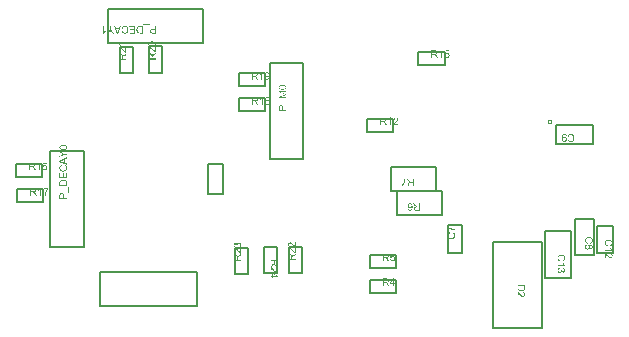
<source format=gbr>
G04*
G04 #@! TF.GenerationSoftware,Altium Limited,Altium Designer,25.8.1 (18)*
G04*
G04 Layer_Color=8388736*
%FSLAX25Y25*%
%MOIN*%
G70*
G04*
G04 #@! TF.SameCoordinates,CA0B9550-AE98-4C71-85A6-844D78770B91*
G04*
G04*
G04 #@! TF.FilePolarity,Positive*
G04*
G01*
G75*
%ADD11C,0.00787*%
%ADD76C,0.00394*%
G36*
X-59562Y45761D02*
X-59520D01*
X-59471Y45757D01*
X-59418Y45754D01*
X-59303Y45741D01*
X-59182Y45725D01*
X-59064Y45702D01*
X-59008Y45689D01*
X-58956Y45672D01*
X-58952D01*
X-58943Y45669D01*
X-58929Y45662D01*
X-58910Y45656D01*
X-58887Y45646D01*
X-58860Y45633D01*
X-58801Y45603D01*
X-58733Y45564D01*
X-58664Y45518D01*
X-58595Y45462D01*
X-58536Y45397D01*
Y45393D01*
X-58529Y45390D01*
X-58523Y45377D01*
X-58513Y45364D01*
X-58503Y45347D01*
X-58490Y45325D01*
X-58477Y45301D01*
X-58464Y45272D01*
X-58434Y45206D01*
X-58411Y45128D01*
X-58395Y45039D01*
X-58391Y44990D01*
X-58388Y44941D01*
Y44924D01*
X-58391Y44905D01*
Y44882D01*
X-58395Y44849D01*
X-58401Y44816D01*
X-58411Y44777D01*
X-58421Y44734D01*
X-58434Y44688D01*
X-58451Y44642D01*
X-58473Y44593D01*
X-58496Y44544D01*
X-58526Y44498D01*
X-58562Y44452D01*
X-58601Y44409D01*
X-58647Y44367D01*
X-58651Y44363D01*
X-58664Y44357D01*
X-58680Y44344D01*
X-58706Y44327D01*
X-58742Y44311D01*
X-58785Y44288D01*
X-58834Y44268D01*
X-58893Y44245D01*
X-58962Y44222D01*
X-59038Y44199D01*
X-59120Y44176D01*
X-59215Y44160D01*
X-59316Y44144D01*
X-59425Y44131D01*
X-59546Y44124D01*
X-59674Y44121D01*
X-59680D01*
X-59694D01*
X-59717D01*
X-59749D01*
X-59785Y44124D01*
X-59828Y44127D01*
X-59877D01*
X-59930Y44134D01*
X-60045Y44144D01*
X-60166Y44160D01*
X-60284Y44183D01*
X-60340Y44196D01*
X-60392Y44212D01*
X-60395D01*
X-60405Y44216D01*
X-60418Y44222D01*
X-60438Y44229D01*
X-60461Y44239D01*
X-60487Y44252D01*
X-60550Y44281D01*
X-60615Y44321D01*
X-60687Y44367D01*
X-60756Y44422D01*
X-60815Y44485D01*
X-60819Y44488D01*
X-60822Y44495D01*
X-60829Y44504D01*
X-60838Y44518D01*
X-60848Y44534D01*
X-60861Y44557D01*
X-60874Y44580D01*
X-60891Y44609D01*
X-60917Y44675D01*
X-60940Y44754D01*
X-60956Y44842D01*
X-60963Y44892D01*
Y44973D01*
X-60960Y44993D01*
Y45013D01*
X-60953Y45062D01*
X-60943Y45118D01*
X-60927Y45177D01*
X-60907Y45239D01*
X-60881Y45298D01*
Y45301D01*
X-60878Y45305D01*
X-60865Y45325D01*
X-60848Y45351D01*
X-60822Y45387D01*
X-60786Y45426D01*
X-60747Y45469D01*
X-60701Y45511D01*
X-60645Y45551D01*
X-60641D01*
X-60638Y45554D01*
X-60628Y45561D01*
X-60619Y45567D01*
X-60586Y45584D01*
X-60540Y45606D01*
X-60484Y45633D01*
X-60422Y45659D01*
X-60346Y45682D01*
X-60268Y45705D01*
X-60264D01*
X-60258Y45708D01*
X-60245Y45711D01*
X-60228Y45715D01*
X-60205Y45718D01*
X-60179Y45725D01*
X-60146Y45728D01*
X-60110Y45734D01*
X-60071Y45741D01*
X-60025Y45744D01*
X-59979Y45751D01*
X-59923Y45754D01*
X-59867Y45757D01*
X-59808Y45761D01*
X-59743Y45764D01*
X-59674D01*
X-59667D01*
X-59654D01*
X-59631D01*
X-59598D01*
X-59562Y45761D01*
D02*
G37*
G36*
X-58431Y42117D02*
X-58437D01*
X-58451D01*
X-58470D01*
X-58500Y42120D01*
X-58533Y42123D01*
X-58569Y42130D01*
X-58605Y42140D01*
X-58644Y42153D01*
X-58647D01*
X-58651Y42156D01*
X-58660Y42159D01*
X-58674Y42166D01*
X-58706Y42179D01*
X-58749Y42202D01*
X-58801Y42231D01*
X-58857Y42264D01*
X-58916Y42307D01*
X-58979Y42356D01*
X-58982Y42359D01*
X-58985Y42363D01*
X-58995Y42372D01*
X-59008Y42382D01*
X-59044Y42415D01*
X-59090Y42461D01*
X-59146Y42517D01*
X-59211Y42586D01*
X-59284Y42668D01*
X-59362Y42763D01*
X-59366Y42766D01*
X-59379Y42779D01*
X-59395Y42802D01*
X-59418Y42828D01*
X-59448Y42861D01*
X-59480Y42900D01*
X-59517Y42943D01*
X-59556Y42986D01*
X-59641Y43078D01*
X-59730Y43170D01*
X-59776Y43212D01*
X-59818Y43251D01*
X-59858Y43288D01*
X-59897Y43317D01*
X-59900Y43320D01*
X-59907Y43324D01*
X-59917Y43330D01*
X-59930Y43340D01*
X-59949Y43350D01*
X-59969Y43363D01*
X-60018Y43393D01*
X-60074Y43419D01*
X-60136Y43442D01*
X-60205Y43458D01*
X-60238Y43465D01*
X-60271D01*
X-60274D01*
X-60281D01*
X-60287D01*
X-60300Y43461D01*
X-60337Y43458D01*
X-60379Y43448D01*
X-60428Y43432D01*
X-60478Y43409D01*
X-60530Y43376D01*
X-60579Y43330D01*
X-60586Y43324D01*
X-60599Y43307D01*
X-60619Y43278D01*
X-60645Y43238D01*
X-60668Y43189D01*
X-60687Y43130D01*
X-60701Y43061D01*
X-60707Y42986D01*
Y42963D01*
X-60704Y42950D01*
Y42930D01*
X-60701Y42907D01*
X-60691Y42858D01*
X-60674Y42802D01*
X-60651Y42740D01*
X-60619Y42681D01*
X-60573Y42628D01*
X-60566Y42622D01*
X-60550Y42609D01*
X-60517Y42586D01*
X-60478Y42563D01*
X-60422Y42537D01*
X-60359Y42513D01*
X-60287Y42500D01*
X-60202Y42494D01*
X-60235Y42176D01*
X-60238D01*
X-60251Y42179D01*
X-60268D01*
X-60294Y42182D01*
X-60323Y42189D01*
X-60356Y42195D01*
X-60395Y42205D01*
X-60435Y42218D01*
X-60523Y42248D01*
X-60569Y42268D01*
X-60612Y42290D01*
X-60658Y42317D01*
X-60701Y42346D01*
X-60740Y42379D01*
X-60776Y42418D01*
X-60779Y42422D01*
X-60783Y42428D01*
X-60792Y42441D01*
X-60805Y42458D01*
X-60819Y42481D01*
X-60835Y42507D01*
X-60851Y42537D01*
X-60871Y42573D01*
X-60887Y42612D01*
X-60904Y42654D01*
X-60920Y42700D01*
X-60933Y42753D01*
X-60947Y42805D01*
X-60956Y42864D01*
X-60960Y42927D01*
X-60963Y42992D01*
Y43028D01*
X-60960Y43051D01*
X-60956Y43084D01*
X-60953Y43120D01*
X-60947Y43160D01*
X-60937Y43202D01*
X-60914Y43294D01*
X-60897Y43340D01*
X-60878Y43389D01*
X-60855Y43439D01*
X-60825Y43484D01*
X-60796Y43527D01*
X-60760Y43570D01*
X-60756Y43573D01*
X-60750Y43580D01*
X-60740Y43589D01*
X-60724Y43602D01*
X-60704Y43619D01*
X-60681Y43639D01*
X-60655Y43655D01*
X-60622Y43678D01*
X-60589Y43698D01*
X-60550Y43714D01*
X-60464Y43750D01*
X-60418Y43763D01*
X-60369Y43773D01*
X-60317Y43780D01*
X-60261Y43783D01*
X-60255D01*
X-60235D01*
X-60205Y43780D01*
X-60166Y43776D01*
X-60123Y43766D01*
X-60071Y43757D01*
X-60018Y43740D01*
X-59963Y43720D01*
X-59956Y43717D01*
X-59936Y43707D01*
X-59907Y43694D01*
X-59871Y43671D01*
X-59825Y43642D01*
X-59772Y43606D01*
X-59713Y43563D01*
X-59654Y43514D01*
X-59651D01*
X-59648Y43507D01*
X-59638Y43497D01*
X-59625Y43488D01*
X-59608Y43471D01*
X-59589Y43452D01*
X-59566Y43429D01*
X-59539Y43399D01*
X-59510Y43370D01*
X-59477Y43334D01*
X-59438Y43294D01*
X-59398Y43251D01*
X-59356Y43202D01*
X-59313Y43153D01*
X-59264Y43094D01*
X-59211Y43035D01*
X-59208Y43032D01*
X-59202Y43022D01*
X-59188Y43009D01*
X-59175Y42989D01*
X-59156Y42969D01*
X-59133Y42943D01*
X-59083Y42887D01*
X-59031Y42825D01*
X-58979Y42766D01*
X-58956Y42740D01*
X-58933Y42717D01*
X-58910Y42694D01*
X-58893Y42678D01*
X-58890Y42674D01*
X-58880Y42664D01*
X-58864Y42651D01*
X-58841Y42632D01*
X-58818Y42612D01*
X-58788Y42589D01*
X-58729Y42546D01*
Y43786D01*
X-58431D01*
Y42117D01*
D02*
G37*
G36*
Y41546D02*
X-58952Y41215D01*
X-58956D01*
X-58962Y41208D01*
X-58975Y41201D01*
X-58988Y41192D01*
X-59008Y41179D01*
X-59031Y41162D01*
X-59080Y41129D01*
X-59136Y41090D01*
X-59192Y41051D01*
X-59247Y41011D01*
X-59297Y40972D01*
X-59303Y40969D01*
X-59316Y40955D01*
X-59339Y40939D01*
X-59362Y40916D01*
X-59392Y40890D01*
X-59421Y40860D01*
X-59444Y40831D01*
X-59467Y40801D01*
X-59471Y40798D01*
X-59474Y40788D01*
X-59484Y40775D01*
X-59493Y40755D01*
X-59507Y40732D01*
X-59517Y40706D01*
X-59536Y40650D01*
Y40647D01*
X-59539Y40641D01*
Y40628D01*
X-59543Y40608D01*
X-59546Y40582D01*
Y40549D01*
X-59549Y40513D01*
Y40080D01*
X-58431D01*
Y39745D01*
X-60953D01*
Y40919D01*
X-60950Y40949D01*
Y40978D01*
X-60947Y41015D01*
X-60943Y41054D01*
X-60937Y41136D01*
X-60924Y41221D01*
X-60907Y41303D01*
X-60897Y41342D01*
X-60884Y41375D01*
Y41379D01*
X-60881Y41382D01*
X-60878Y41392D01*
X-60871Y41405D01*
X-60855Y41438D01*
X-60829Y41477D01*
X-60796Y41523D01*
X-60753Y41569D01*
X-60701Y41615D01*
X-60641Y41657D01*
X-60638D01*
X-60635Y41661D01*
X-60625Y41667D01*
X-60612Y41674D01*
X-60576Y41690D01*
X-60530Y41710D01*
X-60474Y41730D01*
X-60409Y41746D01*
X-60337Y41759D01*
X-60261Y41762D01*
X-60258D01*
X-60248D01*
X-60235D01*
X-60215Y41759D01*
X-60192Y41756D01*
X-60166Y41752D01*
X-60104Y41739D01*
X-60031Y41720D01*
X-59956Y41690D01*
X-59920Y41671D01*
X-59881Y41648D01*
X-59844Y41618D01*
X-59808Y41589D01*
X-59805Y41585D01*
X-59802Y41582D01*
X-59792Y41569D01*
X-59779Y41556D01*
X-59766Y41536D01*
X-59749Y41513D01*
X-59730Y41487D01*
X-59710Y41457D01*
X-59690Y41421D01*
X-59671Y41382D01*
X-59651Y41336D01*
X-59631Y41287D01*
X-59615Y41234D01*
X-59598Y41179D01*
X-59585Y41116D01*
X-59575Y41051D01*
X-59572Y41057D01*
X-59566Y41074D01*
X-59553Y41096D01*
X-59536Y41126D01*
X-59493Y41192D01*
X-59471Y41221D01*
X-59448Y41251D01*
Y41254D01*
X-59441Y41257D01*
X-59425Y41277D01*
X-59395Y41303D01*
X-59356Y41342D01*
X-59310Y41385D01*
X-59251Y41431D01*
X-59185Y41480D01*
X-59113Y41530D01*
X-58431Y41966D01*
Y41546D01*
D02*
G37*
G36*
X-89162Y11232D02*
X-89119D01*
X-89070Y11229D01*
X-89017Y11225D01*
X-88902Y11212D01*
X-88781Y11196D01*
X-88663Y11173D01*
X-88607Y11160D01*
X-88555Y11143D01*
X-88552D01*
X-88542Y11140D01*
X-88529Y11133D01*
X-88509Y11127D01*
X-88486Y11117D01*
X-88460Y11104D01*
X-88401Y11074D01*
X-88332Y11035D01*
X-88263Y10989D01*
X-88194Y10933D01*
X-88135Y10868D01*
Y10864D01*
X-88129Y10861D01*
X-88122Y10848D01*
X-88112Y10835D01*
X-88102Y10819D01*
X-88089Y10796D01*
X-88076Y10773D01*
X-88063Y10743D01*
X-88033Y10678D01*
X-88010Y10599D01*
X-87994Y10510D01*
X-87991Y10461D01*
X-87987Y10412D01*
Y10395D01*
X-87991Y10376D01*
Y10353D01*
X-87994Y10320D01*
X-88001Y10287D01*
X-88010Y10248D01*
X-88020Y10205D01*
X-88033Y10159D01*
X-88050Y10113D01*
X-88073Y10064D01*
X-88096Y10015D01*
X-88125Y9969D01*
X-88161Y9923D01*
X-88201Y9881D01*
X-88247Y9838D01*
X-88250Y9835D01*
X-88263Y9828D01*
X-88279Y9815D01*
X-88306Y9798D01*
X-88342Y9782D01*
X-88384Y9759D01*
X-88433Y9739D01*
X-88493Y9717D01*
X-88561Y9693D01*
X-88637Y9671D01*
X-88719Y9648D01*
X-88814Y9631D01*
X-88916Y9615D01*
X-89024Y9602D01*
X-89145Y9595D01*
X-89273Y9592D01*
X-89280D01*
X-89293D01*
X-89316D01*
X-89349D01*
X-89385Y9595D01*
X-89427Y9598D01*
X-89477D01*
X-89529Y9605D01*
X-89644Y9615D01*
X-89765Y9631D01*
X-89883Y9654D01*
X-89939Y9667D01*
X-89991Y9684D01*
X-89995D01*
X-90005Y9687D01*
X-90018Y9693D01*
X-90037Y9700D01*
X-90060Y9710D01*
X-90087Y9723D01*
X-90149Y9753D01*
X-90215Y9792D01*
X-90287Y9838D01*
X-90356Y9894D01*
X-90415Y9956D01*
X-90418Y9959D01*
X-90421Y9966D01*
X-90428Y9976D01*
X-90438Y9989D01*
X-90447Y10005D01*
X-90461Y10028D01*
X-90474Y10051D01*
X-90490Y10081D01*
X-90516Y10146D01*
X-90539Y10225D01*
X-90556Y10313D01*
X-90562Y10363D01*
Y10445D01*
X-90559Y10464D01*
Y10484D01*
X-90552Y10533D01*
X-90543Y10589D01*
X-90526Y10648D01*
X-90507Y10710D01*
X-90480Y10769D01*
Y10773D01*
X-90477Y10776D01*
X-90464Y10796D01*
X-90447Y10822D01*
X-90421Y10858D01*
X-90385Y10897D01*
X-90346Y10940D01*
X-90300Y10983D01*
X-90244Y11022D01*
X-90241D01*
X-90237Y11025D01*
X-90228Y11032D01*
X-90218Y11038D01*
X-90185Y11055D01*
X-90139Y11078D01*
X-90083Y11104D01*
X-90021Y11130D01*
X-89946Y11153D01*
X-89867Y11176D01*
X-89864D01*
X-89857Y11179D01*
X-89844Y11183D01*
X-89828Y11186D01*
X-89805Y11189D01*
X-89778Y11196D01*
X-89745Y11199D01*
X-89709Y11206D01*
X-89670Y11212D01*
X-89624Y11215D01*
X-89578Y11222D01*
X-89522Y11225D01*
X-89467Y11229D01*
X-89408Y11232D01*
X-89342Y11235D01*
X-89273D01*
X-89267D01*
X-89253D01*
X-89231D01*
X-89198D01*
X-89162Y11232D01*
D02*
G37*
G36*
X-89096Y8411D02*
X-88030D01*
Y8077D01*
X-89096D01*
X-90552Y7106D01*
Y7506D01*
X-89788Y8004D01*
X-89785Y8008D01*
X-89778Y8011D01*
X-89768Y8017D01*
X-89752Y8027D01*
X-89732Y8040D01*
X-89709Y8054D01*
X-89654Y8090D01*
X-89591Y8129D01*
X-89519Y8172D01*
X-89441Y8214D01*
X-89362Y8260D01*
X-89365D01*
X-89372Y8267D01*
X-89381Y8273D01*
X-89398Y8280D01*
X-89414Y8293D01*
X-89437Y8306D01*
X-89463Y8322D01*
X-89493Y8339D01*
X-89559Y8382D01*
X-89634Y8427D01*
X-89719Y8480D01*
X-89808Y8539D01*
X-90552Y9028D01*
Y9418D01*
X-89096Y8411D01*
D02*
G37*
G36*
X-88030Y6719D02*
X-88794Y6427D01*
Y5370D01*
X-88030Y5095D01*
Y4744D01*
X-90552Y5705D01*
Y6069D01*
X-88030Y7096D01*
Y6719D01*
D02*
G37*
G36*
X-88811Y4603D02*
X-88788Y4596D01*
X-88758Y4590D01*
X-88725Y4577D01*
X-88686Y4560D01*
X-88643Y4544D01*
X-88594Y4521D01*
X-88545Y4498D01*
X-88493Y4468D01*
X-88443Y4439D01*
X-88391Y4403D01*
X-88338Y4367D01*
X-88289Y4324D01*
X-88243Y4278D01*
X-88201Y4229D01*
X-88197Y4226D01*
X-88191Y4216D01*
X-88181Y4203D01*
X-88168Y4180D01*
X-88151Y4154D01*
X-88132Y4121D01*
X-88115Y4085D01*
X-88096Y4045D01*
X-88073Y3996D01*
X-88056Y3947D01*
X-88037Y3891D01*
X-88020Y3832D01*
X-88007Y3770D01*
X-87997Y3704D01*
X-87991Y3635D01*
X-87987Y3563D01*
Y3524D01*
X-87991Y3494D01*
X-87994Y3461D01*
X-87997Y3419D01*
X-88001Y3376D01*
X-88007Y3327D01*
X-88027Y3222D01*
X-88056Y3111D01*
X-88076Y3055D01*
X-88099Y2999D01*
X-88122Y2947D01*
X-88151Y2897D01*
X-88155Y2894D01*
X-88158Y2888D01*
X-88168Y2874D01*
X-88184Y2855D01*
X-88201Y2835D01*
X-88220Y2809D01*
X-88247Y2783D01*
X-88276Y2753D01*
X-88306Y2720D01*
X-88342Y2691D01*
X-88381Y2658D01*
X-88427Y2625D01*
X-88473Y2592D01*
X-88522Y2563D01*
X-88578Y2533D01*
X-88634Y2507D01*
X-88637D01*
X-88647Y2500D01*
X-88666Y2494D01*
X-88689Y2487D01*
X-88719Y2478D01*
X-88752Y2464D01*
X-88791Y2455D01*
X-88837Y2441D01*
X-88886Y2428D01*
X-88939Y2418D01*
X-88994Y2405D01*
X-89050Y2396D01*
X-89178Y2382D01*
X-89309Y2376D01*
X-89312D01*
X-89326D01*
X-89349D01*
X-89375Y2379D01*
X-89411D01*
X-89450Y2382D01*
X-89493Y2389D01*
X-89542Y2396D01*
X-89595Y2402D01*
X-89650Y2412D01*
X-89765Y2438D01*
X-89880Y2474D01*
X-89939Y2497D01*
X-89995Y2523D01*
X-89998Y2527D01*
X-90008Y2530D01*
X-90024Y2540D01*
X-90044Y2553D01*
X-90067Y2566D01*
X-90096Y2586D01*
X-90126Y2609D01*
X-90162Y2635D01*
X-90234Y2694D01*
X-90306Y2769D01*
X-90378Y2855D01*
X-90411Y2904D01*
X-90441Y2953D01*
X-90444Y2956D01*
X-90447Y2966D01*
X-90454Y2983D01*
X-90464Y3002D01*
X-90477Y3029D01*
X-90490Y3058D01*
X-90503Y3094D01*
X-90520Y3133D01*
X-90533Y3179D01*
X-90546Y3225D01*
X-90572Y3330D01*
X-90588Y3445D01*
X-90595Y3504D01*
Y3603D01*
X-90592Y3629D01*
X-90588Y3662D01*
X-90585Y3701D01*
X-90579Y3744D01*
X-90572Y3790D01*
X-90549Y3888D01*
X-90533Y3940D01*
X-90513Y3996D01*
X-90490Y4049D01*
X-90467Y4101D01*
X-90434Y4154D01*
X-90402Y4203D01*
X-90398Y4206D01*
X-90392Y4213D01*
X-90382Y4229D01*
X-90365Y4245D01*
X-90346Y4265D01*
X-90323Y4291D01*
X-90293Y4318D01*
X-90260Y4347D01*
X-90224Y4377D01*
X-90185Y4406D01*
X-90139Y4436D01*
X-90093Y4465D01*
X-90041Y4495D01*
X-89985Y4521D01*
X-89923Y4547D01*
X-89860Y4567D01*
X-89782Y4239D01*
X-89785D01*
X-89795Y4236D01*
X-89808Y4229D01*
X-89828Y4222D01*
X-89850Y4213D01*
X-89877Y4203D01*
X-89936Y4173D01*
X-90001Y4137D01*
X-90067Y4095D01*
X-90129Y4042D01*
X-90156Y4013D01*
X-90182Y3983D01*
Y3980D01*
X-90188Y3977D01*
X-90195Y3967D01*
X-90201Y3954D01*
X-90211Y3937D01*
X-90221Y3917D01*
X-90247Y3868D01*
X-90270Y3806D01*
X-90290Y3734D01*
X-90303Y3652D01*
X-90310Y3560D01*
Y3530D01*
X-90306Y3511D01*
Y3488D01*
X-90303Y3458D01*
X-90297Y3425D01*
X-90293Y3389D01*
X-90277Y3314D01*
X-90251Y3232D01*
X-90215Y3150D01*
X-90195Y3111D01*
X-90169Y3071D01*
Y3068D01*
X-90162Y3061D01*
X-90156Y3052D01*
X-90142Y3038D01*
X-90113Y3006D01*
X-90070Y2966D01*
X-90018Y2920D01*
X-89952Y2874D01*
X-89880Y2832D01*
X-89795Y2799D01*
X-89791D01*
X-89785Y2796D01*
X-89772Y2792D01*
X-89755Y2786D01*
X-89732Y2779D01*
X-89706Y2773D01*
X-89677Y2766D01*
X-89647Y2760D01*
X-89572Y2747D01*
X-89490Y2733D01*
X-89401Y2723D01*
X-89309Y2720D01*
X-89306D01*
X-89296D01*
X-89280D01*
X-89257D01*
X-89227Y2723D01*
X-89195Y2727D01*
X-89158D01*
X-89119Y2733D01*
X-89030Y2743D01*
X-88939Y2760D01*
X-88840Y2783D01*
X-88748Y2812D01*
X-88745D01*
X-88739Y2815D01*
X-88725Y2822D01*
X-88709Y2832D01*
X-88689Y2842D01*
X-88666Y2851D01*
X-88614Y2884D01*
X-88555Y2927D01*
X-88496Y2976D01*
X-88440Y3035D01*
X-88391Y3104D01*
Y3107D01*
X-88384Y3114D01*
X-88381Y3124D01*
X-88371Y3140D01*
X-88365Y3156D01*
X-88355Y3179D01*
X-88332Y3232D01*
X-88309Y3297D01*
X-88292Y3370D01*
X-88279Y3448D01*
X-88273Y3534D01*
Y3560D01*
X-88276Y3580D01*
X-88279Y3606D01*
X-88283Y3632D01*
X-88286Y3665D01*
X-88292Y3698D01*
X-88312Y3773D01*
X-88342Y3852D01*
X-88358Y3895D01*
X-88381Y3934D01*
X-88404Y3973D01*
X-88433Y4009D01*
X-88437Y4013D01*
X-88440Y4019D01*
X-88450Y4029D01*
X-88463Y4042D01*
X-88479Y4055D01*
X-88502Y4075D01*
X-88525Y4095D01*
X-88555Y4114D01*
X-88584Y4137D01*
X-88621Y4160D01*
X-88660Y4180D01*
X-88702Y4203D01*
X-88752Y4222D01*
X-88801Y4242D01*
X-88853Y4259D01*
X-88912Y4275D01*
X-88827Y4609D01*
X-88824D01*
X-88811Y4603D01*
D02*
G37*
G36*
X-88030Y132D02*
X-90552D01*
Y1953D01*
X-90254D01*
Y467D01*
X-89486D01*
Y1858D01*
X-89188D01*
Y467D01*
X-88328D01*
Y2012D01*
X-88030D01*
Y132D01*
D02*
G37*
G36*
X-89231Y-337D02*
X-89201D01*
X-89168Y-340D01*
X-89132Y-343D01*
X-89053Y-350D01*
X-88968Y-363D01*
X-88880Y-379D01*
X-88794Y-402D01*
X-88791D01*
X-88784Y-406D01*
X-88771Y-409D01*
X-88758Y-415D01*
X-88739Y-422D01*
X-88716Y-429D01*
X-88666Y-448D01*
X-88607Y-471D01*
X-88545Y-501D01*
X-88483Y-537D01*
X-88427Y-573D01*
X-88420Y-576D01*
X-88404Y-593D01*
X-88378Y-612D01*
X-88345Y-642D01*
X-88309Y-675D01*
X-88270Y-714D01*
X-88233Y-760D01*
X-88197Y-806D01*
X-88194Y-812D01*
X-88184Y-829D01*
X-88168Y-855D01*
X-88151Y-891D01*
X-88132Y-934D01*
X-88109Y-986D01*
X-88089Y-1045D01*
X-88073Y-1108D01*
Y-1111D01*
X-88069Y-1114D01*
Y-1124D01*
X-88066Y-1137D01*
X-88063Y-1153D01*
X-88060Y-1173D01*
X-88053Y-1222D01*
X-88043Y-1281D01*
X-88037Y-1350D01*
X-88033Y-1429D01*
X-88030Y-1511D01*
Y-2420D01*
X-90552D01*
Y-1478D01*
X-90549Y-1449D01*
Y-1386D01*
X-90543Y-1314D01*
X-90536Y-1239D01*
X-90526Y-1167D01*
X-90513Y-1104D01*
Y-1101D01*
X-90510Y-1094D01*
X-90507Y-1081D01*
X-90503Y-1068D01*
X-90497Y-1048D01*
X-90490Y-1025D01*
X-90474Y-976D01*
X-90447Y-917D01*
X-90418Y-855D01*
X-90378Y-793D01*
X-90333Y-734D01*
X-90329Y-730D01*
X-90326Y-724D01*
X-90316Y-714D01*
X-90303Y-701D01*
X-90287Y-684D01*
X-90267Y-665D01*
X-90244Y-645D01*
X-90218Y-622D01*
X-90156Y-573D01*
X-90080Y-524D01*
X-89998Y-475D01*
X-89903Y-435D01*
X-89900D01*
X-89890Y-432D01*
X-89877Y-425D01*
X-89857Y-419D01*
X-89831Y-412D01*
X-89801Y-402D01*
X-89768Y-392D01*
X-89729Y-383D01*
X-89687Y-376D01*
X-89640Y-366D01*
X-89591Y-356D01*
X-89539Y-350D01*
X-89424Y-337D01*
X-89303Y-333D01*
X-89299D01*
X-89290D01*
X-89276D01*
X-89253D01*
X-89231Y-337D01*
D02*
G37*
G36*
X-87331Y-4702D02*
X-87555D01*
Y-2652D01*
X-87331D01*
Y-4702D01*
D02*
G37*
G36*
X-89768Y-4807D02*
X-89739Y-4811D01*
X-89706Y-4814D01*
X-89670Y-4820D01*
X-89634Y-4830D01*
X-89545Y-4853D01*
X-89503Y-4870D01*
X-89457Y-4893D01*
X-89411Y-4916D01*
X-89365Y-4942D01*
X-89319Y-4975D01*
X-89276Y-5011D01*
X-89273Y-5014D01*
X-89267Y-5021D01*
X-89257Y-5034D01*
X-89240Y-5050D01*
X-89224Y-5073D01*
X-89208Y-5103D01*
X-89185Y-5139D01*
X-89165Y-5178D01*
X-89145Y-5227D01*
X-89126Y-5280D01*
X-89106Y-5342D01*
X-89090Y-5408D01*
X-89073Y-5483D01*
X-89063Y-5565D01*
X-89057Y-5654D01*
X-89053Y-5749D01*
Y-6392D01*
X-88030D01*
Y-6726D01*
X-90552D01*
Y-5690D01*
X-90549Y-5634D01*
X-90546Y-5575D01*
X-90543Y-5509D01*
X-90536Y-5447D01*
X-90526Y-5395D01*
Y-5385D01*
X-90523Y-5378D01*
X-90520Y-5365D01*
X-90513Y-5329D01*
X-90500Y-5286D01*
X-90483Y-5237D01*
X-90464Y-5188D01*
X-90438Y-5135D01*
X-90408Y-5086D01*
X-90405Y-5080D01*
X-90392Y-5066D01*
X-90372Y-5040D01*
X-90346Y-5014D01*
X-90313Y-4981D01*
X-90270Y-4945D01*
X-90221Y-4912D01*
X-90165Y-4883D01*
X-90162D01*
X-90159Y-4879D01*
X-90149Y-4876D01*
X-90139Y-4870D01*
X-90106Y-4857D01*
X-90064Y-4843D01*
X-90011Y-4830D01*
X-89952Y-4817D01*
X-89890Y-4807D01*
X-89821Y-4804D01*
X-89818D01*
X-89808D01*
X-89791D01*
X-89768Y-4807D01*
D02*
G37*
G36*
X39396Y42460D02*
X38389D01*
X38254Y41778D01*
X38258Y41781D01*
X38264Y41785D01*
X38277Y41794D01*
X38294Y41804D01*
X38313Y41814D01*
X38339Y41830D01*
X38366Y41844D01*
X38399Y41860D01*
X38471Y41889D01*
X38549Y41912D01*
X38638Y41932D01*
X38684Y41935D01*
X38730Y41939D01*
X38763D01*
X38786Y41935D01*
X38812Y41932D01*
X38845Y41925D01*
X38881Y41919D01*
X38923Y41909D01*
X38966Y41899D01*
X39009Y41883D01*
X39055Y41863D01*
X39104Y41844D01*
X39150Y41814D01*
X39196Y41785D01*
X39241Y41748D01*
X39284Y41709D01*
X39287Y41706D01*
X39294Y41699D01*
X39304Y41686D01*
X39320Y41666D01*
X39337Y41643D01*
X39356Y41617D01*
X39379Y41584D01*
X39399Y41548D01*
X39422Y41509D01*
X39442Y41463D01*
X39461Y41417D01*
X39478Y41365D01*
X39494Y41306D01*
X39504Y41247D01*
X39510Y41184D01*
X39514Y41119D01*
Y41115D01*
Y41102D01*
Y41086D01*
X39510Y41063D01*
X39507Y41033D01*
X39504Y40997D01*
X39497Y40958D01*
X39487Y40918D01*
X39465Y40823D01*
X39448Y40774D01*
X39428Y40725D01*
X39406Y40676D01*
X39379Y40627D01*
X39350Y40577D01*
X39314Y40528D01*
X39310Y40525D01*
X39304Y40515D01*
X39287Y40499D01*
X39268Y40482D01*
X39245Y40456D01*
X39215Y40433D01*
X39179Y40404D01*
X39140Y40377D01*
X39094Y40348D01*
X39045Y40318D01*
X38992Y40295D01*
X38933Y40272D01*
X38868Y40253D01*
X38799Y40236D01*
X38726Y40227D01*
X38651Y40223D01*
X38618D01*
X38595Y40227D01*
X38566Y40230D01*
X38530Y40233D01*
X38494Y40240D01*
X38451Y40246D01*
X38362Y40269D01*
X38317Y40286D01*
X38271Y40305D01*
X38221Y40325D01*
X38175Y40351D01*
X38133Y40381D01*
X38090Y40413D01*
X38087Y40417D01*
X38080Y40423D01*
X38070Y40433D01*
X38057Y40450D01*
X38038Y40469D01*
X38021Y40492D01*
X37998Y40518D01*
X37979Y40551D01*
X37956Y40584D01*
X37936Y40623D01*
X37913Y40666D01*
X37897Y40712D01*
X37877Y40761D01*
X37864Y40810D01*
X37851Y40866D01*
X37844Y40925D01*
X38169Y40948D01*
Y40945D01*
X38172Y40938D01*
Y40925D01*
X38175Y40909D01*
X38182Y40889D01*
X38189Y40866D01*
X38202Y40817D01*
X38225Y40758D01*
X38254Y40699D01*
X38290Y40643D01*
X38333Y40594D01*
X38339Y40591D01*
X38356Y40577D01*
X38385Y40558D01*
X38421Y40538D01*
X38467Y40515D01*
X38523Y40499D01*
X38582Y40486D01*
X38651Y40479D01*
X38674D01*
X38690Y40482D01*
X38707Y40486D01*
X38730Y40489D01*
X38782Y40499D01*
X38845Y40518D01*
X38907Y40551D01*
X38940Y40568D01*
X38972Y40591D01*
X39002Y40617D01*
X39032Y40646D01*
X39035Y40650D01*
X39038Y40653D01*
X39045Y40663D01*
X39055Y40676D01*
X39068Y40692D01*
X39081Y40715D01*
X39094Y40738D01*
X39110Y40764D01*
X39136Y40830D01*
X39163Y40905D01*
X39179Y40994D01*
X39186Y41040D01*
Y41092D01*
Y41096D01*
Y41105D01*
Y41119D01*
X39182Y41135D01*
Y41158D01*
X39179Y41184D01*
X39166Y41243D01*
X39150Y41312D01*
X39123Y41381D01*
X39087Y41450D01*
X39064Y41483D01*
X39038Y41512D01*
Y41515D01*
X39032Y41519D01*
X39022Y41525D01*
X39012Y41535D01*
X38979Y41561D01*
X38933Y41591D01*
X38877Y41617D01*
X38812Y41643D01*
X38733Y41660D01*
X38694Y41666D01*
X38622D01*
X38595Y41663D01*
X38556Y41657D01*
X38517Y41650D01*
X38471Y41637D01*
X38421Y41617D01*
X38376Y41594D01*
X38369Y41591D01*
X38356Y41581D01*
X38336Y41568D01*
X38310Y41545D01*
X38280Y41522D01*
X38248Y41489D01*
X38218Y41456D01*
X38192Y41417D01*
X37900Y41460D01*
X38143Y42755D01*
X39396D01*
Y42460D01*
D02*
G37*
G36*
X37050Y40266D02*
X36742D01*
Y42237D01*
X36736Y42234D01*
X36722Y42221D01*
X36696Y42198D01*
X36663Y42171D01*
X36621Y42139D01*
X36568Y42103D01*
X36513Y42063D01*
X36447Y42024D01*
X36444D01*
X36440Y42021D01*
X36430Y42014D01*
X36417Y42007D01*
X36381Y41988D01*
X36339Y41965D01*
X36290Y41939D01*
X36234Y41912D01*
X36178Y41886D01*
X36122Y41863D01*
Y42165D01*
X36125D01*
X36135Y42171D01*
X36148Y42178D01*
X36165Y42188D01*
X36188Y42198D01*
X36214Y42214D01*
X36276Y42247D01*
X36345Y42290D01*
X36424Y42342D01*
X36499Y42398D01*
X36575Y42460D01*
X36578Y42463D01*
X36585Y42467D01*
X36595Y42476D01*
X36608Y42490D01*
X36640Y42522D01*
X36683Y42568D01*
X36726Y42618D01*
X36772Y42677D01*
X36814Y42736D01*
X36850Y42798D01*
X37050D01*
Y40266D01*
D02*
G37*
G36*
X34672Y42785D02*
X34702D01*
X34738Y42782D01*
X34777Y42778D01*
X34859Y42772D01*
X34945Y42759D01*
X35027Y42742D01*
X35066Y42732D01*
X35099Y42719D01*
X35102D01*
X35105Y42716D01*
X35115Y42713D01*
X35128Y42706D01*
X35161Y42690D01*
X35201Y42663D01*
X35246Y42631D01*
X35292Y42588D01*
X35338Y42536D01*
X35381Y42476D01*
Y42473D01*
X35384Y42470D01*
X35391Y42460D01*
X35397Y42447D01*
X35414Y42411D01*
X35433Y42365D01*
X35453Y42309D01*
X35469Y42244D01*
X35483Y42171D01*
X35486Y42096D01*
Y42093D01*
Y42083D01*
Y42070D01*
X35483Y42050D01*
X35479Y42027D01*
X35476Y42001D01*
X35463Y41939D01*
X35443Y41866D01*
X35414Y41791D01*
X35394Y41755D01*
X35371Y41716D01*
X35342Y41679D01*
X35312Y41643D01*
X35309Y41640D01*
X35306Y41637D01*
X35292Y41627D01*
X35279Y41614D01*
X35260Y41601D01*
X35237Y41584D01*
X35210Y41565D01*
X35181Y41545D01*
X35145Y41525D01*
X35105Y41506D01*
X35059Y41486D01*
X35010Y41466D01*
X34958Y41450D01*
X34902Y41434D01*
X34840Y41420D01*
X34774Y41411D01*
X34781Y41407D01*
X34797Y41401D01*
X34820Y41388D01*
X34850Y41371D01*
X34915Y41329D01*
X34945Y41306D01*
X34974Y41283D01*
X34977D01*
X34981Y41276D01*
X35000Y41260D01*
X35027Y41230D01*
X35066Y41191D01*
X35109Y41145D01*
X35155Y41086D01*
X35204Y41020D01*
X35253Y40948D01*
X35689Y40266D01*
X35269D01*
X34938Y40787D01*
Y40791D01*
X34932Y40797D01*
X34925Y40810D01*
X34915Y40823D01*
X34902Y40843D01*
X34886Y40866D01*
X34853Y40915D01*
X34813Y40971D01*
X34774Y41027D01*
X34735Y41083D01*
X34695Y41132D01*
X34692Y41138D01*
X34679Y41151D01*
X34663Y41174D01*
X34640Y41197D01*
X34613Y41227D01*
X34584Y41256D01*
X34554Y41279D01*
X34525Y41302D01*
X34522Y41306D01*
X34512Y41309D01*
X34499Y41319D01*
X34479Y41329D01*
X34456Y41342D01*
X34430Y41352D01*
X34374Y41371D01*
X34371D01*
X34364Y41374D01*
X34351D01*
X34331Y41378D01*
X34305Y41381D01*
X34272D01*
X34236Y41384D01*
X33803D01*
Y40266D01*
X33469D01*
Y42788D01*
X34643D01*
X34672Y42785D01*
D02*
G37*
G36*
X77883Y14897D02*
X77910Y14893D01*
X77936Y14890D01*
X77969Y14887D01*
X78005Y14880D01*
X78080Y14861D01*
X78162Y14831D01*
X78202Y14811D01*
X78241Y14788D01*
X78280Y14765D01*
X78316Y14736D01*
X78320Y14733D01*
X78323Y14729D01*
X78333Y14720D01*
X78346Y14706D01*
X78362Y14690D01*
X78379Y14667D01*
X78395Y14644D01*
X78415Y14618D01*
X78434Y14585D01*
X78454Y14552D01*
X78471Y14513D01*
X78490Y14470D01*
X78507Y14428D01*
X78520Y14378D01*
X78530Y14329D01*
X78539Y14274D01*
X78241Y14251D01*
Y14254D01*
X78238Y14260D01*
Y14270D01*
X78234Y14283D01*
X78225Y14323D01*
X78208Y14365D01*
X78192Y14418D01*
X78166Y14467D01*
X78136Y14513D01*
X78100Y14552D01*
X78093Y14556D01*
X78080Y14565D01*
X78057Y14582D01*
X78025Y14598D01*
X77985Y14615D01*
X77939Y14631D01*
X77883Y14641D01*
X77824Y14644D01*
X77801D01*
X77775Y14641D01*
X77739Y14638D01*
X77703Y14628D01*
X77660Y14618D01*
X77618Y14602D01*
X77575Y14582D01*
X77572Y14579D01*
X77555Y14569D01*
X77536Y14556D01*
X77513Y14536D01*
X77483Y14510D01*
X77454Y14480D01*
X77424Y14447D01*
X77398Y14408D01*
X77395Y14401D01*
X77385Y14388D01*
X77375Y14362D01*
X77359Y14329D01*
X77339Y14287D01*
X77319Y14237D01*
X77300Y14178D01*
X77283Y14113D01*
Y14109D01*
X77280Y14103D01*
Y14093D01*
X77277Y14080D01*
X77273Y14064D01*
X77270Y14044D01*
X77260Y13995D01*
X77250Y13939D01*
X77244Y13873D01*
X77241Y13804D01*
X77237Y13732D01*
Y13729D01*
Y13716D01*
Y13696D01*
Y13670D01*
X77241Y13677D01*
X77254Y13693D01*
X77277Y13723D01*
X77306Y13755D01*
X77342Y13795D01*
X77385Y13834D01*
X77437Y13873D01*
X77493Y13909D01*
X77496D01*
X77500Y13913D01*
X77509Y13919D01*
X77523Y13923D01*
X77552Y13939D01*
X77598Y13955D01*
X77647Y13972D01*
X77706Y13988D01*
X77772Y13998D01*
X77841Y14001D01*
X77870D01*
X77893Y13998D01*
X77920Y13995D01*
X77952Y13988D01*
X77985Y13982D01*
X78025Y13972D01*
X78064Y13962D01*
X78106Y13946D01*
X78149Y13929D01*
X78195Y13906D01*
X78241Y13880D01*
X78284Y13850D01*
X78326Y13814D01*
X78369Y13775D01*
X78372Y13772D01*
X78379Y13765D01*
X78389Y13752D01*
X78402Y13732D01*
X78418Y13713D01*
X78438Y13683D01*
X78457Y13650D01*
X78477Y13614D01*
X78497Y13575D01*
X78517Y13529D01*
X78536Y13480D01*
X78553Y13427D01*
X78566Y13372D01*
X78575Y13309D01*
X78582Y13247D01*
X78585Y13178D01*
Y13175D01*
Y13162D01*
Y13142D01*
X78582Y13116D01*
X78579Y13083D01*
X78572Y13044D01*
X78566Y13001D01*
X78556Y12958D01*
X78530Y12860D01*
X78513Y12807D01*
X78490Y12755D01*
X78464Y12706D01*
X78434Y12653D01*
X78402Y12607D01*
X78362Y12561D01*
X78359Y12558D01*
X78352Y12551D01*
X78339Y12538D01*
X78323Y12525D01*
X78300Y12506D01*
X78274Y12486D01*
X78241Y12466D01*
X78205Y12443D01*
X78169Y12420D01*
X78123Y12401D01*
X78077Y12381D01*
X78028Y12361D01*
X77975Y12348D01*
X77916Y12335D01*
X77857Y12329D01*
X77795Y12325D01*
X77772D01*
X77752Y12329D01*
X77733D01*
X77706Y12332D01*
X77647Y12342D01*
X77578Y12358D01*
X77503Y12381D01*
X77424Y12414D01*
X77346Y12460D01*
X77342D01*
X77336Y12466D01*
X77326Y12473D01*
X77313Y12483D01*
X77277Y12515D01*
X77231Y12555D01*
X77182Y12611D01*
X77129Y12673D01*
X77080Y12748D01*
X77037Y12837D01*
Y12840D01*
X77034Y12847D01*
X77027Y12863D01*
X77021Y12883D01*
X77011Y12909D01*
X77004Y12939D01*
X76995Y12975D01*
X76981Y13017D01*
X76972Y13067D01*
X76962Y13119D01*
X76955Y13175D01*
X76945Y13240D01*
X76939Y13309D01*
X76932Y13381D01*
X76929Y13460D01*
Y13545D01*
Y13552D01*
Y13565D01*
Y13591D01*
Y13624D01*
X76932Y13667D01*
X76935Y13713D01*
X76939Y13765D01*
X76942Y13824D01*
X76949Y13883D01*
X76955Y13946D01*
X76972Y14077D01*
X76998Y14201D01*
X77014Y14260D01*
X77034Y14316D01*
Y14319D01*
X77037Y14329D01*
X77044Y14342D01*
X77054Y14362D01*
X77063Y14388D01*
X77077Y14414D01*
X77113Y14477D01*
X77155Y14549D01*
X77211Y14621D01*
X77273Y14690D01*
X77349Y14752D01*
X77352D01*
X77359Y14759D01*
X77368Y14765D01*
X77385Y14775D01*
X77405Y14785D01*
X77428Y14798D01*
X77457Y14811D01*
X77487Y14825D01*
X77559Y14854D01*
X77641Y14877D01*
X77733Y14893D01*
X77782Y14897D01*
X77834Y14900D01*
X77864D01*
X77883Y14897D01*
D02*
G37*
G36*
X79986D02*
X80019Y14893D01*
X80061Y14890D01*
X80104Y14887D01*
X80153Y14880D01*
X80258Y14861D01*
X80370Y14831D01*
X80425Y14811D01*
X80481Y14788D01*
X80534Y14765D01*
X80583Y14736D01*
X80586Y14733D01*
X80593Y14729D01*
X80606Y14720D01*
X80625Y14703D01*
X80645Y14687D01*
X80671Y14667D01*
X80698Y14641D01*
X80727Y14611D01*
X80760Y14582D01*
X80790Y14546D01*
X80822Y14506D01*
X80855Y14460D01*
X80888Y14414D01*
X80917Y14365D01*
X80947Y14310D01*
X80973Y14254D01*
Y14251D01*
X80980Y14241D01*
X80986Y14221D01*
X80993Y14198D01*
X81003Y14168D01*
X81016Y14136D01*
X81026Y14096D01*
X81039Y14051D01*
X81052Y14001D01*
X81062Y13949D01*
X81075Y13893D01*
X81085Y13837D01*
X81098Y13709D01*
X81104Y13578D01*
Y13575D01*
Y13562D01*
Y13539D01*
X81101Y13512D01*
Y13476D01*
X81098Y13437D01*
X81091Y13395D01*
X81085Y13345D01*
X81078Y13293D01*
X81068Y13237D01*
X81042Y13122D01*
X81006Y13007D01*
X80983Y12948D01*
X80957Y12893D01*
X80954Y12889D01*
X80950Y12879D01*
X80940Y12863D01*
X80927Y12843D01*
X80914Y12821D01*
X80895Y12791D01*
X80871Y12761D01*
X80845Y12725D01*
X80786Y12653D01*
X80711Y12581D01*
X80625Y12509D01*
X80576Y12476D01*
X80527Y12447D01*
X80524Y12443D01*
X80514Y12440D01*
X80498Y12433D01*
X80478Y12424D01*
X80452Y12410D01*
X80422Y12397D01*
X80386Y12384D01*
X80347Y12368D01*
X80301Y12355D01*
X80255Y12342D01*
X80150Y12315D01*
X80035Y12299D01*
X79976Y12292D01*
X79878D01*
X79851Y12296D01*
X79819Y12299D01*
X79779Y12302D01*
X79737Y12309D01*
X79691Y12315D01*
X79592Y12338D01*
X79540Y12355D01*
X79484Y12374D01*
X79432Y12397D01*
X79379Y12420D01*
X79327Y12453D01*
X79277Y12486D01*
X79274Y12489D01*
X79268Y12496D01*
X79251Y12506D01*
X79235Y12522D01*
X79215Y12542D01*
X79189Y12565D01*
X79163Y12594D01*
X79133Y12627D01*
X79104Y12663D01*
X79074Y12702D01*
X79045Y12748D01*
X79015Y12794D01*
X78986Y12847D01*
X78959Y12902D01*
X78933Y12965D01*
X78913Y13027D01*
X79241Y13106D01*
Y13103D01*
X79245Y13093D01*
X79251Y13080D01*
X79258Y13060D01*
X79268Y13037D01*
X79277Y13011D01*
X79307Y12952D01*
X79343Y12886D01*
X79386Y12821D01*
X79438Y12758D01*
X79468Y12732D01*
X79497Y12706D01*
X79501D01*
X79504Y12699D01*
X79514Y12693D01*
X79527Y12686D01*
X79543Y12676D01*
X79563Y12666D01*
X79612Y12640D01*
X79674Y12617D01*
X79747Y12597D01*
X79829Y12584D01*
X79920Y12578D01*
X79950D01*
X79970Y12581D01*
X79993D01*
X80022Y12584D01*
X80055Y12591D01*
X80091Y12594D01*
X80166Y12611D01*
X80248Y12637D01*
X80330Y12673D01*
X80370Y12693D01*
X80409Y12719D01*
X80412D01*
X80419Y12725D01*
X80429Y12732D01*
X80442Y12745D01*
X80475Y12775D01*
X80514Y12817D01*
X80560Y12870D01*
X80606Y12935D01*
X80648Y13007D01*
X80681Y13093D01*
Y13096D01*
X80685Y13103D01*
X80688Y13116D01*
X80694Y13132D01*
X80701Y13155D01*
X80708Y13181D01*
X80714Y13211D01*
X80721Y13240D01*
X80734Y13316D01*
X80747Y13398D01*
X80757Y13486D01*
X80760Y13578D01*
Y13581D01*
Y13591D01*
Y13608D01*
Y13631D01*
X80757Y13660D01*
X80753Y13693D01*
Y13729D01*
X80747Y13768D01*
X80737Y13857D01*
X80721Y13949D01*
X80698Y14047D01*
X80668Y14139D01*
Y14142D01*
X80665Y14149D01*
X80658Y14162D01*
X80648Y14178D01*
X80639Y14198D01*
X80629Y14221D01*
X80596Y14274D01*
X80553Y14333D01*
X80504Y14392D01*
X80445Y14447D01*
X80376Y14496D01*
X80373D01*
X80366Y14503D01*
X80357Y14506D01*
X80340Y14516D01*
X80324Y14523D01*
X80301Y14533D01*
X80248Y14556D01*
X80183Y14579D01*
X80111Y14595D01*
X80032Y14608D01*
X79947Y14615D01*
X79920D01*
X79901Y14611D01*
X79874Y14608D01*
X79848Y14605D01*
X79815Y14602D01*
X79783Y14595D01*
X79707Y14575D01*
X79628Y14546D01*
X79586Y14529D01*
X79546Y14506D01*
X79507Y14483D01*
X79471Y14454D01*
X79468Y14451D01*
X79461Y14447D01*
X79451Y14437D01*
X79438Y14424D01*
X79425Y14408D01*
X79405Y14385D01*
X79386Y14362D01*
X79366Y14333D01*
X79343Y14303D01*
X79320Y14267D01*
X79300Y14228D01*
X79277Y14185D01*
X79258Y14136D01*
X79238Y14086D01*
X79222Y14034D01*
X79205Y13975D01*
X78871Y14060D01*
Y14064D01*
X78877Y14077D01*
X78884Y14100D01*
X78890Y14129D01*
X78904Y14162D01*
X78920Y14201D01*
X78936Y14244D01*
X78959Y14293D01*
X78982Y14342D01*
X79012Y14395D01*
X79041Y14444D01*
X79077Y14496D01*
X79113Y14549D01*
X79156Y14598D01*
X79202Y14644D01*
X79251Y14687D01*
X79255Y14690D01*
X79264Y14697D01*
X79277Y14706D01*
X79300Y14720D01*
X79327Y14736D01*
X79359Y14756D01*
X79396Y14772D01*
X79435Y14792D01*
X79484Y14815D01*
X79533Y14831D01*
X79589Y14851D01*
X79648Y14867D01*
X79710Y14880D01*
X79776Y14890D01*
X79845Y14897D01*
X79917Y14900D01*
X79956D01*
X79986Y14897D01*
D02*
G37*
G36*
X92648Y-20296D02*
X92684D01*
X92723Y-20299D01*
X92766Y-20305D01*
X92815Y-20312D01*
X92867Y-20319D01*
X92923Y-20328D01*
X93038Y-20355D01*
X93153Y-20391D01*
X93212Y-20414D01*
X93268Y-20440D01*
X93271Y-20443D01*
X93281Y-20447D01*
X93297Y-20456D01*
X93317Y-20470D01*
X93340Y-20483D01*
X93369Y-20502D01*
X93399Y-20525D01*
X93435Y-20551D01*
X93507Y-20610D01*
X93579Y-20686D01*
X93651Y-20771D01*
X93684Y-20820D01*
X93714Y-20870D01*
X93717Y-20873D01*
X93720Y-20883D01*
X93727Y-20899D01*
X93737Y-20919D01*
X93750Y-20945D01*
X93763Y-20975D01*
X93776Y-21011D01*
X93792Y-21050D01*
X93806Y-21096D01*
X93819Y-21142D01*
X93845Y-21247D01*
X93861Y-21362D01*
X93868Y-21421D01*
Y-21519D01*
X93865Y-21545D01*
X93861Y-21578D01*
X93858Y-21618D01*
X93852Y-21660D01*
X93845Y-21706D01*
X93822Y-21804D01*
X93806Y-21857D01*
X93786Y-21913D01*
X93763Y-21965D01*
X93740Y-22018D01*
X93707Y-22070D01*
X93674Y-22119D01*
X93671Y-22123D01*
X93664Y-22129D01*
X93655Y-22146D01*
X93638Y-22162D01*
X93619Y-22182D01*
X93596Y-22208D01*
X93566Y-22234D01*
X93533Y-22264D01*
X93497Y-22293D01*
X93458Y-22323D01*
X93412Y-22352D01*
X93366Y-22382D01*
X93314Y-22411D01*
X93258Y-22437D01*
X93195Y-22464D01*
X93133Y-22483D01*
X93054Y-22155D01*
X93058D01*
X93068Y-22152D01*
X93081Y-22146D01*
X93100Y-22139D01*
X93123Y-22129D01*
X93150Y-22119D01*
X93209Y-22090D01*
X93274Y-22054D01*
X93340Y-22011D01*
X93402Y-21959D01*
X93428Y-21929D01*
X93455Y-21900D01*
Y-21896D01*
X93461Y-21893D01*
X93468Y-21883D01*
X93474Y-21870D01*
X93484Y-21854D01*
X93494Y-21834D01*
X93520Y-21785D01*
X93543Y-21723D01*
X93563Y-21650D01*
X93576Y-21568D01*
X93582Y-21476D01*
Y-21447D01*
X93579Y-21427D01*
Y-21404D01*
X93576Y-21375D01*
X93569Y-21342D01*
X93566Y-21306D01*
X93550Y-21230D01*
X93524Y-21148D01*
X93487Y-21067D01*
X93468Y-21027D01*
X93441Y-20988D01*
Y-20985D01*
X93435Y-20978D01*
X93428Y-20968D01*
X93415Y-20955D01*
X93386Y-20922D01*
X93343Y-20883D01*
X93291Y-20837D01*
X93225Y-20791D01*
X93153Y-20748D01*
X93068Y-20716D01*
X93064D01*
X93058Y-20712D01*
X93045Y-20709D01*
X93028Y-20702D01*
X93005Y-20696D01*
X92979Y-20689D01*
X92949Y-20683D01*
X92920Y-20676D01*
X92844Y-20663D01*
X92763Y-20650D01*
X92674Y-20640D01*
X92582Y-20637D01*
X92579D01*
X92569D01*
X92553D01*
X92530D01*
X92500Y-20640D01*
X92467Y-20643D01*
X92431D01*
X92392Y-20650D01*
X92303Y-20660D01*
X92212Y-20676D01*
X92113Y-20699D01*
X92021Y-20729D01*
X92018D01*
X92011Y-20732D01*
X91998Y-20739D01*
X91982Y-20748D01*
X91962Y-20758D01*
X91939Y-20768D01*
X91887Y-20801D01*
X91828Y-20843D01*
X91769Y-20893D01*
X91713Y-20952D01*
X91664Y-21021D01*
Y-21024D01*
X91657Y-21030D01*
X91654Y-21040D01*
X91644Y-21057D01*
X91637Y-21073D01*
X91628Y-21096D01*
X91605Y-21148D01*
X91582Y-21214D01*
X91565Y-21286D01*
X91552Y-21365D01*
X91546Y-21450D01*
Y-21476D01*
X91549Y-21496D01*
X91552Y-21522D01*
X91556Y-21549D01*
X91559Y-21581D01*
X91565Y-21614D01*
X91585Y-21690D01*
X91615Y-21768D01*
X91631Y-21811D01*
X91654Y-21850D01*
X91677Y-21890D01*
X91706Y-21926D01*
X91710Y-21929D01*
X91713Y-21936D01*
X91723Y-21946D01*
X91736Y-21959D01*
X91752Y-21972D01*
X91775Y-21991D01*
X91798Y-22011D01*
X91828Y-22031D01*
X91857Y-22054D01*
X91893Y-22077D01*
X91933Y-22096D01*
X91975Y-22119D01*
X92024Y-22139D01*
X92074Y-22159D01*
X92126Y-22175D01*
X92185Y-22192D01*
X92100Y-22526D01*
X92097D01*
X92084Y-22520D01*
X92061Y-22513D01*
X92031Y-22506D01*
X91998Y-22493D01*
X91959Y-22477D01*
X91916Y-22460D01*
X91867Y-22437D01*
X91818Y-22414D01*
X91765Y-22385D01*
X91716Y-22355D01*
X91664Y-22319D01*
X91611Y-22283D01*
X91562Y-22241D01*
X91516Y-22195D01*
X91474Y-22146D01*
X91470Y-22142D01*
X91464Y-22132D01*
X91454Y-22119D01*
X91441Y-22096D01*
X91424Y-22070D01*
X91405Y-22037D01*
X91388Y-22001D01*
X91369Y-21962D01*
X91346Y-21913D01*
X91329Y-21863D01*
X91309Y-21808D01*
X91293Y-21749D01*
X91280Y-21686D01*
X91270Y-21621D01*
X91264Y-21552D01*
X91260Y-21480D01*
Y-21440D01*
X91264Y-21411D01*
X91267Y-21378D01*
X91270Y-21335D01*
X91273Y-21293D01*
X91280Y-21244D01*
X91300Y-21139D01*
X91329Y-21027D01*
X91349Y-20971D01*
X91372Y-20916D01*
X91395Y-20863D01*
X91424Y-20814D01*
X91428Y-20811D01*
X91431Y-20804D01*
X91441Y-20791D01*
X91457Y-20771D01*
X91474Y-20752D01*
X91493Y-20725D01*
X91519Y-20699D01*
X91549Y-20670D01*
X91578Y-20637D01*
X91615Y-20607D01*
X91654Y-20574D01*
X91700Y-20542D01*
X91746Y-20509D01*
X91795Y-20479D01*
X91851Y-20450D01*
X91906Y-20424D01*
X91910D01*
X91920Y-20417D01*
X91939Y-20411D01*
X91962Y-20404D01*
X91992Y-20394D01*
X92024Y-20381D01*
X92064Y-20371D01*
X92110Y-20358D01*
X92159Y-20345D01*
X92212Y-20335D01*
X92267Y-20322D01*
X92323Y-20312D01*
X92451Y-20299D01*
X92582Y-20292D01*
X92585D01*
X92598D01*
X92621D01*
X92648Y-20296D01*
D02*
G37*
G36*
X93202Y-23051D02*
X93209Y-23061D01*
X93215Y-23074D01*
X93225Y-23090D01*
X93235Y-23113D01*
X93251Y-23139D01*
X93284Y-23202D01*
X93327Y-23271D01*
X93379Y-23349D01*
X93435Y-23425D01*
X93497Y-23500D01*
X93501Y-23504D01*
X93504Y-23510D01*
X93514Y-23520D01*
X93527Y-23533D01*
X93560Y-23566D01*
X93606Y-23608D01*
X93655Y-23651D01*
X93714Y-23697D01*
X93773Y-23740D01*
X93835Y-23776D01*
Y-23976D01*
X91303D01*
Y-23667D01*
X93274D01*
X93271Y-23661D01*
X93258Y-23648D01*
X93235Y-23622D01*
X93209Y-23589D01*
X93176Y-23546D01*
X93140Y-23494D01*
X93100Y-23438D01*
X93061Y-23372D01*
Y-23369D01*
X93058Y-23366D01*
X93051Y-23356D01*
X93045Y-23343D01*
X93025Y-23307D01*
X93002Y-23264D01*
X92976Y-23215D01*
X92949Y-23159D01*
X92923Y-23103D01*
X92900Y-23048D01*
X93202D01*
Y-23051D01*
D02*
G37*
G36*
X91372Y-24727D02*
X91405Y-24730D01*
X91441Y-24737D01*
X91477Y-24747D01*
X91516Y-24760D01*
X91519D01*
X91523Y-24763D01*
X91532Y-24766D01*
X91546Y-24773D01*
X91578Y-24786D01*
X91621Y-24809D01*
X91674Y-24838D01*
X91729Y-24871D01*
X91788Y-24914D01*
X91851Y-24963D01*
X91854Y-24966D01*
X91857Y-24970D01*
X91867Y-24980D01*
X91880Y-24989D01*
X91916Y-25022D01*
X91962Y-25068D01*
X92018Y-25124D01*
X92084Y-25193D01*
X92156Y-25275D01*
X92234Y-25370D01*
X92238Y-25373D01*
X92251Y-25386D01*
X92267Y-25409D01*
X92290Y-25435D01*
X92320Y-25468D01*
X92352Y-25508D01*
X92389Y-25550D01*
X92428Y-25593D01*
X92513Y-25685D01*
X92602Y-25776D01*
X92648Y-25819D01*
X92690Y-25859D01*
X92730Y-25895D01*
X92769Y-25924D01*
X92772Y-25927D01*
X92779Y-25931D01*
X92789Y-25937D01*
X92802Y-25947D01*
X92822Y-25957D01*
X92841Y-25970D01*
X92890Y-26000D01*
X92946Y-26026D01*
X93009Y-26049D01*
X93077Y-26065D01*
X93110Y-26072D01*
X93143D01*
X93146D01*
X93153D01*
X93159D01*
X93173Y-26068D01*
X93209Y-26065D01*
X93251Y-26055D01*
X93300Y-26039D01*
X93350Y-26016D01*
X93402Y-25983D01*
X93451Y-25937D01*
X93458Y-25931D01*
X93471Y-25914D01*
X93491Y-25885D01*
X93517Y-25845D01*
X93540Y-25796D01*
X93560Y-25737D01*
X93573Y-25668D01*
X93579Y-25593D01*
Y-25570D01*
X93576Y-25557D01*
Y-25537D01*
X93573Y-25514D01*
X93563Y-25465D01*
X93546Y-25409D01*
X93524Y-25347D01*
X93491Y-25288D01*
X93445Y-25235D01*
X93438Y-25229D01*
X93422Y-25216D01*
X93389Y-25193D01*
X93350Y-25170D01*
X93294Y-25144D01*
X93232Y-25120D01*
X93159Y-25107D01*
X93074Y-25101D01*
X93107Y-24783D01*
X93110D01*
X93123Y-24786D01*
X93140D01*
X93166Y-24789D01*
X93195Y-24796D01*
X93228Y-24802D01*
X93268Y-24812D01*
X93307Y-24825D01*
X93396Y-24855D01*
X93441Y-24874D01*
X93484Y-24897D01*
X93530Y-24924D01*
X93573Y-24953D01*
X93612Y-24986D01*
X93648Y-25025D01*
X93651Y-25029D01*
X93655Y-25035D01*
X93664Y-25048D01*
X93678Y-25065D01*
X93691Y-25088D01*
X93707Y-25114D01*
X93724Y-25144D01*
X93743Y-25180D01*
X93760Y-25219D01*
X93776Y-25262D01*
X93792Y-25308D01*
X93806Y-25360D01*
X93819Y-25412D01*
X93828Y-25471D01*
X93832Y-25534D01*
X93835Y-25599D01*
Y-25635D01*
X93832Y-25658D01*
X93828Y-25691D01*
X93825Y-25727D01*
X93819Y-25767D01*
X93809Y-25809D01*
X93786Y-25901D01*
X93770Y-25947D01*
X93750Y-25996D01*
X93727Y-26046D01*
X93697Y-26091D01*
X93668Y-26134D01*
X93632Y-26177D01*
X93628Y-26180D01*
X93622Y-26186D01*
X93612Y-26196D01*
X93596Y-26210D01*
X93576Y-26226D01*
X93553Y-26246D01*
X93527Y-26262D01*
X93494Y-26285D01*
X93461Y-26305D01*
X93422Y-26321D01*
X93336Y-26357D01*
X93291Y-26370D01*
X93241Y-26380D01*
X93189Y-26387D01*
X93133Y-26390D01*
X93127D01*
X93107D01*
X93077Y-26387D01*
X93038Y-26383D01*
X92995Y-26373D01*
X92943Y-26364D01*
X92890Y-26347D01*
X92835Y-26328D01*
X92828Y-26324D01*
X92808Y-26314D01*
X92779Y-26301D01*
X92743Y-26278D01*
X92697Y-26249D01*
X92644Y-26213D01*
X92585Y-26170D01*
X92526Y-26121D01*
X92523D01*
X92520Y-26114D01*
X92510Y-26105D01*
X92497Y-26095D01*
X92480Y-26078D01*
X92461Y-26059D01*
X92438Y-26036D01*
X92412Y-26006D01*
X92382Y-25977D01*
X92349Y-25940D01*
X92310Y-25901D01*
X92270Y-25859D01*
X92228Y-25809D01*
X92185Y-25760D01*
X92136Y-25701D01*
X92084Y-25642D01*
X92080Y-25639D01*
X92074Y-25629D01*
X92061Y-25616D01*
X92048Y-25596D01*
X92028Y-25576D01*
X92005Y-25550D01*
X91956Y-25495D01*
X91903Y-25432D01*
X91851Y-25373D01*
X91828Y-25347D01*
X91805Y-25324D01*
X91782Y-25301D01*
X91765Y-25284D01*
X91762Y-25281D01*
X91752Y-25271D01*
X91736Y-25258D01*
X91713Y-25239D01*
X91690Y-25219D01*
X91660Y-25196D01*
X91601Y-25153D01*
Y-26393D01*
X91303D01*
Y-24724D01*
X91309D01*
X91323D01*
X91342D01*
X91372Y-24727D01*
D02*
G37*
G36*
X86018Y-19417D02*
X86054D01*
X86093Y-19420D01*
X86136Y-19426D01*
X86185Y-19433D01*
X86238Y-19440D01*
X86294Y-19449D01*
X86408Y-19476D01*
X86523Y-19512D01*
X86582Y-19535D01*
X86638Y-19561D01*
X86641Y-19564D01*
X86651Y-19567D01*
X86668Y-19577D01*
X86687Y-19590D01*
X86710Y-19603D01*
X86740Y-19623D01*
X86769Y-19646D01*
X86805Y-19672D01*
X86877Y-19732D01*
X86950Y-19807D01*
X87022Y-19892D01*
X87055Y-19941D01*
X87084Y-19991D01*
X87087Y-19994D01*
X87091Y-20004D01*
X87097Y-20020D01*
X87107Y-20040D01*
X87120Y-20066D01*
X87133Y-20096D01*
X87146Y-20132D01*
X87163Y-20171D01*
X87176Y-20217D01*
X87189Y-20263D01*
X87215Y-20368D01*
X87232Y-20483D01*
X87238Y-20542D01*
Y-20640D01*
X87235Y-20666D01*
X87232Y-20699D01*
X87228Y-20738D01*
X87222Y-20781D01*
X87215Y-20827D01*
X87192Y-20925D01*
X87176Y-20978D01*
X87156Y-21034D01*
X87133Y-21086D01*
X87110Y-21139D01*
X87077Y-21191D01*
X87045Y-21240D01*
X87041Y-21244D01*
X87035Y-21250D01*
X87025Y-21267D01*
X87009Y-21283D01*
X86989Y-21303D01*
X86966Y-21329D01*
X86936Y-21355D01*
X86904Y-21385D01*
X86868Y-21414D01*
X86828Y-21444D01*
X86782Y-21473D01*
X86736Y-21503D01*
X86684Y-21532D01*
X86628Y-21558D01*
X86566Y-21585D01*
X86503Y-21604D01*
X86425Y-21276D01*
X86428D01*
X86438Y-21273D01*
X86451Y-21267D01*
X86471Y-21260D01*
X86494Y-21250D01*
X86520Y-21240D01*
X86579Y-21211D01*
X86645Y-21175D01*
X86710Y-21132D01*
X86772Y-21080D01*
X86799Y-21050D01*
X86825Y-21021D01*
Y-21017D01*
X86831Y-21014D01*
X86838Y-21004D01*
X86845Y-20991D01*
X86854Y-20975D01*
X86864Y-20955D01*
X86891Y-20906D01*
X86914Y-20843D01*
X86933Y-20771D01*
X86946Y-20689D01*
X86953Y-20597D01*
Y-20568D01*
X86950Y-20548D01*
Y-20525D01*
X86946Y-20496D01*
X86940Y-20463D01*
X86936Y-20427D01*
X86920Y-20351D01*
X86894Y-20269D01*
X86858Y-20187D01*
X86838Y-20148D01*
X86812Y-20109D01*
Y-20105D01*
X86805Y-20099D01*
X86799Y-20089D01*
X86786Y-20076D01*
X86756Y-20043D01*
X86713Y-20004D01*
X86661Y-19958D01*
X86595Y-19912D01*
X86523Y-19869D01*
X86438Y-19836D01*
X86435D01*
X86428Y-19833D01*
X86415Y-19830D01*
X86399Y-19823D01*
X86376Y-19817D01*
X86349Y-19810D01*
X86320Y-19804D01*
X86290Y-19797D01*
X86215Y-19784D01*
X86133Y-19771D01*
X86044Y-19761D01*
X85952Y-19758D01*
X85949D01*
X85939D01*
X85923D01*
X85900D01*
X85870Y-19761D01*
X85838Y-19764D01*
X85802D01*
X85762Y-19771D01*
X85674Y-19781D01*
X85582Y-19797D01*
X85483Y-19820D01*
X85392Y-19850D01*
X85388D01*
X85382Y-19853D01*
X85369Y-19859D01*
X85352Y-19869D01*
X85333Y-19879D01*
X85310Y-19889D01*
X85257Y-19922D01*
X85198Y-19964D01*
X85139Y-20013D01*
X85083Y-20073D01*
X85034Y-20142D01*
Y-20145D01*
X85027Y-20151D01*
X85024Y-20161D01*
X85014Y-20177D01*
X85008Y-20194D01*
X84998Y-20217D01*
X84975Y-20269D01*
X84952Y-20335D01*
X84936Y-20407D01*
X84922Y-20486D01*
X84916Y-20571D01*
Y-20597D01*
X84919Y-20617D01*
X84922Y-20643D01*
X84926Y-20670D01*
X84929Y-20702D01*
X84936Y-20735D01*
X84955Y-20811D01*
X84985Y-20889D01*
X85001Y-20932D01*
X85024Y-20971D01*
X85047Y-21011D01*
X85077Y-21047D01*
X85080Y-21050D01*
X85083Y-21057D01*
X85093Y-21066D01*
X85106Y-21080D01*
X85123Y-21093D01*
X85146Y-21112D01*
X85168Y-21132D01*
X85198Y-21152D01*
X85228Y-21175D01*
X85264Y-21198D01*
X85303Y-21217D01*
X85346Y-21240D01*
X85395Y-21260D01*
X85444Y-21280D01*
X85496Y-21296D01*
X85556Y-21312D01*
X85470Y-21647D01*
X85467D01*
X85454Y-21640D01*
X85431Y-21634D01*
X85401Y-21627D01*
X85369Y-21614D01*
X85329Y-21598D01*
X85287Y-21581D01*
X85237Y-21558D01*
X85188Y-21535D01*
X85136Y-21506D01*
X85087Y-21476D01*
X85034Y-21440D01*
X84982Y-21404D01*
X84932Y-21362D01*
X84886Y-21316D01*
X84844Y-21267D01*
X84841Y-21263D01*
X84834Y-21253D01*
X84824Y-21240D01*
X84811Y-21217D01*
X84795Y-21191D01*
X84775Y-21158D01*
X84759Y-21122D01*
X84739Y-21083D01*
X84716Y-21034D01*
X84699Y-20984D01*
X84680Y-20929D01*
X84663Y-20870D01*
X84650Y-20807D01*
X84640Y-20742D01*
X84634Y-20673D01*
X84631Y-20601D01*
Y-20561D01*
X84634Y-20532D01*
X84637Y-20499D01*
X84640Y-20456D01*
X84644Y-20414D01*
X84650Y-20365D01*
X84670Y-20259D01*
X84699Y-20148D01*
X84719Y-20092D01*
X84742Y-20037D01*
X84765Y-19984D01*
X84795Y-19935D01*
X84798Y-19931D01*
X84801Y-19925D01*
X84811Y-19912D01*
X84827Y-19892D01*
X84844Y-19873D01*
X84864Y-19846D01*
X84890Y-19820D01*
X84919Y-19791D01*
X84949Y-19758D01*
X84985Y-19728D01*
X85024Y-19695D01*
X85070Y-19663D01*
X85116Y-19630D01*
X85165Y-19600D01*
X85221Y-19571D01*
X85277Y-19545D01*
X85280D01*
X85290Y-19538D01*
X85310Y-19531D01*
X85333Y-19525D01*
X85362Y-19515D01*
X85395Y-19502D01*
X85434Y-19492D01*
X85480Y-19479D01*
X85529Y-19466D01*
X85582Y-19456D01*
X85638Y-19443D01*
X85693Y-19433D01*
X85821Y-19420D01*
X85952Y-19413D01*
X85956D01*
X85969D01*
X85992D01*
X86018Y-19417D01*
D02*
G37*
G36*
X85444Y-21932D02*
X85464D01*
X85487Y-21936D01*
X85546Y-21945D01*
X85611Y-21959D01*
X85677Y-21982D01*
X85746Y-22011D01*
X85811Y-22054D01*
X85815D01*
X85818Y-22060D01*
X85838Y-22077D01*
X85867Y-22106D01*
X85903Y-22145D01*
X85939Y-22195D01*
X85979Y-22257D01*
X86011Y-22326D01*
X86038Y-22408D01*
Y-22405D01*
X86041Y-22398D01*
X86044Y-22388D01*
X86051Y-22375D01*
X86067Y-22342D01*
X86090Y-22300D01*
X86120Y-22254D01*
X86152Y-22205D01*
X86195Y-22162D01*
X86241Y-22123D01*
X86248Y-22119D01*
X86264Y-22109D01*
X86294Y-22093D01*
X86330Y-22077D01*
X86376Y-22060D01*
X86428Y-22044D01*
X86487Y-22034D01*
X86553Y-22031D01*
X86556D01*
X86566D01*
X86579D01*
X86599Y-22034D01*
X86622Y-22037D01*
X86651Y-22041D01*
X86713Y-22057D01*
X86786Y-22080D01*
X86825Y-22096D01*
X86864Y-22113D01*
X86904Y-22136D01*
X86943Y-22162D01*
X86979Y-22192D01*
X87015Y-22228D01*
X87018Y-22231D01*
X87025Y-22237D01*
X87032Y-22247D01*
X87045Y-22264D01*
X87058Y-22283D01*
X87074Y-22306D01*
X87094Y-22336D01*
X87110Y-22369D01*
X87127Y-22401D01*
X87146Y-22441D01*
X87163Y-22487D01*
X87176Y-22533D01*
X87189Y-22582D01*
X87199Y-22634D01*
X87202Y-22693D01*
X87205Y-22752D01*
Y-22785D01*
X87202Y-22808D01*
X87199Y-22834D01*
X87196Y-22867D01*
X87189Y-22903D01*
X87182Y-22943D01*
X87160Y-23028D01*
X87143Y-23070D01*
X87123Y-23116D01*
X87100Y-23159D01*
X87077Y-23205D01*
X87045Y-23244D01*
X87012Y-23284D01*
X87009Y-23287D01*
X87002Y-23293D01*
X86992Y-23303D01*
X86979Y-23316D01*
X86959Y-23330D01*
X86936Y-23349D01*
X86910Y-23366D01*
X86884Y-23385D01*
X86815Y-23421D01*
X86736Y-23454D01*
X86690Y-23467D01*
X86645Y-23477D01*
X86595Y-23484D01*
X86546Y-23487D01*
X86543D01*
X86540D01*
X86530D01*
X86517D01*
X86484Y-23484D01*
X86441Y-23474D01*
X86392Y-23464D01*
X86343Y-23448D01*
X86290Y-23425D01*
X86238Y-23392D01*
X86231Y-23389D01*
X86218Y-23376D01*
X86195Y-23353D01*
X86166Y-23323D01*
X86133Y-23284D01*
X86100Y-23234D01*
X86067Y-23179D01*
X86038Y-23113D01*
Y-23116D01*
X86034Y-23123D01*
X86031Y-23136D01*
X86025Y-23153D01*
X86015Y-23172D01*
X86005Y-23192D01*
X85979Y-23244D01*
X85946Y-23303D01*
X85903Y-23362D01*
X85854Y-23418D01*
X85795Y-23467D01*
X85792D01*
X85788Y-23474D01*
X85779Y-23477D01*
X85765Y-23487D01*
X85749Y-23497D01*
X85729Y-23507D01*
X85684Y-23530D01*
X85624Y-23549D01*
X85556Y-23569D01*
X85477Y-23582D01*
X85392Y-23589D01*
X85388D01*
X85378D01*
X85362D01*
X85339Y-23585D01*
X85310Y-23582D01*
X85277Y-23576D01*
X85244Y-23569D01*
X85205Y-23559D01*
X85162Y-23549D01*
X85119Y-23533D01*
X85073Y-23513D01*
X85027Y-23494D01*
X84982Y-23464D01*
X84936Y-23435D01*
X84893Y-23399D01*
X84850Y-23359D01*
X84847Y-23356D01*
X84841Y-23349D01*
X84831Y-23336D01*
X84818Y-23316D01*
X84798Y-23293D01*
X84781Y-23267D01*
X84762Y-23234D01*
X84742Y-23198D01*
X84719Y-23156D01*
X84699Y-23113D01*
X84683Y-23064D01*
X84667Y-23008D01*
X84650Y-22952D01*
X84640Y-22890D01*
X84634Y-22828D01*
X84631Y-22759D01*
Y-22723D01*
X84634Y-22697D01*
X84637Y-22664D01*
X84644Y-22628D01*
X84650Y-22588D01*
X84657Y-22542D01*
X84683Y-22447D01*
X84703Y-22398D01*
X84722Y-22346D01*
X84749Y-22296D01*
X84778Y-22247D01*
X84811Y-22201D01*
X84850Y-22155D01*
X84854Y-22152D01*
X84860Y-22145D01*
X84873Y-22136D01*
X84890Y-22119D01*
X84913Y-22103D01*
X84939Y-22083D01*
X84968Y-22063D01*
X85001Y-22044D01*
X85041Y-22021D01*
X85080Y-22001D01*
X85126Y-21982D01*
X85175Y-21965D01*
X85228Y-21949D01*
X85283Y-21939D01*
X85342Y-21932D01*
X85401Y-21929D01*
X85405D01*
X85411D01*
X85424D01*
X85444Y-21932D01*
D02*
G37*
G36*
X76867Y-25287D02*
X76903D01*
X76942Y-25290D01*
X76985Y-25297D01*
X77034Y-25303D01*
X77087Y-25310D01*
X77143Y-25319D01*
X77257Y-25346D01*
X77372Y-25382D01*
X77431Y-25405D01*
X77487Y-25431D01*
X77490Y-25434D01*
X77500Y-25438D01*
X77516Y-25447D01*
X77536Y-25461D01*
X77559Y-25474D01*
X77589Y-25493D01*
X77618Y-25516D01*
X77654Y-25543D01*
X77726Y-25602D01*
X77798Y-25677D01*
X77871Y-25762D01*
X77903Y-25811D01*
X77933Y-25861D01*
X77936Y-25864D01*
X77940Y-25874D01*
X77946Y-25890D01*
X77956Y-25910D01*
X77969Y-25936D01*
X77982Y-25966D01*
X77995Y-26002D01*
X78012Y-26041D01*
X78025Y-26087D01*
X78038Y-26133D01*
X78064Y-26238D01*
X78081Y-26353D01*
X78087Y-26412D01*
Y-26510D01*
X78084Y-26536D01*
X78081Y-26569D01*
X78077Y-26609D01*
X78071Y-26651D01*
X78064Y-26697D01*
X78041Y-26796D01*
X78025Y-26848D01*
X78005Y-26904D01*
X77982Y-26956D01*
X77959Y-27009D01*
X77926Y-27061D01*
X77894Y-27110D01*
X77890Y-27114D01*
X77884Y-27120D01*
X77874Y-27137D01*
X77858Y-27153D01*
X77838Y-27173D01*
X77815Y-27199D01*
X77785Y-27225D01*
X77753Y-27255D01*
X77716Y-27284D01*
X77677Y-27314D01*
X77631Y-27343D01*
X77585Y-27373D01*
X77533Y-27402D01*
X77477Y-27429D01*
X77415Y-27455D01*
X77352Y-27474D01*
X77274Y-27147D01*
X77277D01*
X77287Y-27143D01*
X77300Y-27137D01*
X77320Y-27130D01*
X77343Y-27120D01*
X77369Y-27110D01*
X77428Y-27081D01*
X77494Y-27045D01*
X77559Y-27002D01*
X77621Y-26950D01*
X77648Y-26920D01*
X77674Y-26891D01*
Y-26887D01*
X77680Y-26884D01*
X77687Y-26874D01*
X77694Y-26861D01*
X77703Y-26845D01*
X77713Y-26825D01*
X77740Y-26776D01*
X77763Y-26713D01*
X77782Y-26641D01*
X77795Y-26559D01*
X77802Y-26467D01*
Y-26438D01*
X77798Y-26418D01*
Y-26395D01*
X77795Y-26366D01*
X77789Y-26333D01*
X77785Y-26297D01*
X77769Y-26221D01*
X77743Y-26140D01*
X77707Y-26057D01*
X77687Y-26018D01*
X77661Y-25979D01*
Y-25975D01*
X77654Y-25969D01*
X77648Y-25959D01*
X77635Y-25946D01*
X77605Y-25913D01*
X77562Y-25874D01*
X77510Y-25828D01*
X77444Y-25782D01*
X77372Y-25739D01*
X77287Y-25707D01*
X77284D01*
X77277Y-25703D01*
X77264Y-25700D01*
X77248Y-25694D01*
X77224Y-25687D01*
X77198Y-25680D01*
X77169Y-25674D01*
X77139Y-25667D01*
X77064Y-25654D01*
X76982Y-25641D01*
X76893Y-25631D01*
X76801Y-25628D01*
X76798D01*
X76788D01*
X76772D01*
X76749D01*
X76719Y-25631D01*
X76687Y-25634D01*
X76651D01*
X76611Y-25641D01*
X76523Y-25651D01*
X76431Y-25667D01*
X76332Y-25690D01*
X76240Y-25720D01*
X76237D01*
X76231Y-25723D01*
X76218Y-25730D01*
X76201Y-25739D01*
X76182Y-25749D01*
X76158Y-25759D01*
X76106Y-25792D01*
X76047Y-25835D01*
X75988Y-25884D01*
X75932Y-25943D01*
X75883Y-26012D01*
Y-26015D01*
X75876Y-26021D01*
X75873Y-26031D01*
X75863Y-26048D01*
X75857Y-26064D01*
X75847Y-26087D01*
X75824Y-26140D01*
X75801Y-26205D01*
X75785Y-26277D01*
X75771Y-26356D01*
X75765Y-26441D01*
Y-26467D01*
X75768Y-26487D01*
X75771Y-26513D01*
X75775Y-26540D01*
X75778Y-26572D01*
X75785Y-26605D01*
X75804Y-26681D01*
X75834Y-26759D01*
X75850Y-26802D01*
X75873Y-26841D01*
X75896Y-26881D01*
X75926Y-26917D01*
X75929Y-26920D01*
X75932Y-26927D01*
X75942Y-26937D01*
X75955Y-26950D01*
X75972Y-26963D01*
X75994Y-26983D01*
X76017Y-27002D01*
X76047Y-27022D01*
X76077Y-27045D01*
X76113Y-27068D01*
X76152Y-27088D01*
X76195Y-27110D01*
X76244Y-27130D01*
X76293Y-27150D01*
X76345Y-27166D01*
X76405Y-27183D01*
X76319Y-27517D01*
X76316D01*
X76303Y-27511D01*
X76280Y-27504D01*
X76250Y-27497D01*
X76218Y-27484D01*
X76178Y-27468D01*
X76136Y-27452D01*
X76086Y-27429D01*
X76037Y-27406D01*
X75985Y-27376D01*
X75936Y-27347D01*
X75883Y-27310D01*
X75831Y-27274D01*
X75781Y-27232D01*
X75735Y-27186D01*
X75693Y-27137D01*
X75690Y-27133D01*
X75683Y-27123D01*
X75673Y-27110D01*
X75660Y-27088D01*
X75644Y-27061D01*
X75624Y-27028D01*
X75608Y-26992D01*
X75588Y-26953D01*
X75565Y-26904D01*
X75548Y-26855D01*
X75529Y-26799D01*
X75512Y-26740D01*
X75499Y-26677D01*
X75489Y-26612D01*
X75483Y-26543D01*
X75480Y-26471D01*
Y-26432D01*
X75483Y-26402D01*
X75486Y-26369D01*
X75489Y-26327D01*
X75493Y-26284D01*
X75499Y-26235D01*
X75519Y-26130D01*
X75548Y-26018D01*
X75568Y-25962D01*
X75591Y-25907D01*
X75614Y-25854D01*
X75644Y-25805D01*
X75647Y-25802D01*
X75650Y-25795D01*
X75660Y-25782D01*
X75676Y-25762D01*
X75693Y-25743D01*
X75713Y-25716D01*
X75739Y-25690D01*
X75768Y-25661D01*
X75798Y-25628D01*
X75834Y-25598D01*
X75873Y-25565D01*
X75919Y-25533D01*
X75965Y-25500D01*
X76014Y-25470D01*
X76070Y-25441D01*
X76126Y-25415D01*
X76129D01*
X76139Y-25408D01*
X76158Y-25401D01*
X76182Y-25395D01*
X76211Y-25385D01*
X76244Y-25372D01*
X76283Y-25362D01*
X76329Y-25349D01*
X76378Y-25336D01*
X76431Y-25326D01*
X76486Y-25313D01*
X76542Y-25303D01*
X76670Y-25290D01*
X76801Y-25283D01*
X76805D01*
X76818D01*
X76841D01*
X76867Y-25287D01*
D02*
G37*
G36*
X77421Y-28042D02*
X77428Y-28052D01*
X77434Y-28065D01*
X77444Y-28081D01*
X77454Y-28104D01*
X77470Y-28130D01*
X77503Y-28193D01*
X77546Y-28262D01*
X77599Y-28340D01*
X77654Y-28416D01*
X77716Y-28491D01*
X77720Y-28495D01*
X77723Y-28501D01*
X77733Y-28511D01*
X77746Y-28524D01*
X77779Y-28557D01*
X77825Y-28600D01*
X77874Y-28642D01*
X77933Y-28688D01*
X77992Y-28731D01*
X78054Y-28767D01*
Y-28967D01*
X75522D01*
Y-28659D01*
X77494D01*
X77490Y-28652D01*
X77477Y-28639D01*
X77454Y-28613D01*
X77428Y-28580D01*
X77395Y-28537D01*
X77359Y-28485D01*
X77320Y-28429D01*
X77280Y-28363D01*
Y-28360D01*
X77277Y-28357D01*
X77271Y-28347D01*
X77264Y-28334D01*
X77244Y-28298D01*
X77221Y-28255D01*
X77195Y-28206D01*
X77169Y-28150D01*
X77143Y-28094D01*
X77120Y-28039D01*
X77421D01*
Y-28042D01*
D02*
G37*
G36*
X76234Y-30069D02*
X76231D01*
X76221Y-30072D01*
X76208Y-30075D01*
X76191Y-30079D01*
X76168Y-30085D01*
X76145Y-30092D01*
X76086Y-30112D01*
X76024Y-30135D01*
X75962Y-30167D01*
X75899Y-30203D01*
X75873Y-30223D01*
X75850Y-30246D01*
X75847Y-30253D01*
X75834Y-30269D01*
X75814Y-30295D01*
X75794Y-30335D01*
X75771Y-30381D01*
X75755Y-30433D01*
X75742Y-30495D01*
X75735Y-30561D01*
Y-30584D01*
X75739Y-30597D01*
Y-30617D01*
X75742Y-30640D01*
X75755Y-30689D01*
X75771Y-30748D01*
X75798Y-30810D01*
X75837Y-30873D01*
X75860Y-30902D01*
X75886Y-30932D01*
X75890Y-30935D01*
X75893Y-30938D01*
X75903Y-30945D01*
X75912Y-30955D01*
X75945Y-30981D01*
X75991Y-31007D01*
X76044Y-31033D01*
X76109Y-31060D01*
X76182Y-31076D01*
X76221Y-31082D01*
X76260D01*
X76263D01*
X76270D01*
X76280D01*
X76296Y-31079D01*
X76313D01*
X76336Y-31076D01*
X76385Y-31066D01*
X76441Y-31050D01*
X76500Y-31023D01*
X76555Y-30987D01*
X76585Y-30968D01*
X76611Y-30941D01*
X76618Y-30935D01*
X76634Y-30915D01*
X76654Y-30886D01*
X76680Y-30846D01*
X76706Y-30794D01*
X76726Y-30735D01*
X76742Y-30666D01*
X76749Y-30587D01*
Y-30551D01*
X76746Y-30528D01*
X76742Y-30495D01*
X76736Y-30456D01*
X76726Y-30413D01*
X76716Y-30367D01*
X76988Y-30404D01*
Y-30410D01*
X76985Y-30420D01*
X76982Y-30436D01*
Y-30472D01*
X76985Y-30485D01*
X76988Y-30525D01*
X76995Y-30571D01*
X77008Y-30627D01*
X77025Y-30686D01*
X77051Y-30748D01*
X77083Y-30807D01*
Y-30810D01*
X77090Y-30814D01*
X77103Y-30833D01*
X77129Y-30859D01*
X77162Y-30889D01*
X77208Y-30918D01*
X77264Y-30941D01*
X77329Y-30961D01*
X77366Y-30964D01*
X77405Y-30968D01*
X77408D01*
X77412D01*
X77434Y-30964D01*
X77464Y-30961D01*
X77503Y-30955D01*
X77546Y-30938D01*
X77592Y-30918D01*
X77641Y-30889D01*
X77684Y-30850D01*
X77690Y-30843D01*
X77703Y-30830D01*
X77720Y-30804D01*
X77743Y-30771D01*
X77763Y-30728D01*
X77782Y-30676D01*
X77795Y-30620D01*
X77798Y-30554D01*
Y-30538D01*
X77795Y-30525D01*
X77792Y-30489D01*
X77785Y-30446D01*
X77769Y-30400D01*
X77749Y-30348D01*
X77723Y-30299D01*
X77684Y-30249D01*
X77677Y-30243D01*
X77664Y-30230D01*
X77638Y-30210D01*
X77599Y-30187D01*
X77552Y-30161D01*
X77494Y-30135D01*
X77425Y-30115D01*
X77346Y-30099D01*
X77402Y-29790D01*
X77405D01*
X77415Y-29794D01*
X77431Y-29797D01*
X77454Y-29803D01*
X77477Y-29810D01*
X77510Y-29820D01*
X77543Y-29829D01*
X77579Y-29843D01*
X77654Y-29879D01*
X77733Y-29921D01*
X77812Y-29977D01*
X77848Y-30010D01*
X77881Y-30046D01*
X77884Y-30049D01*
X77887Y-30056D01*
X77897Y-30066D01*
X77907Y-30082D01*
X77920Y-30102D01*
X77936Y-30125D01*
X77953Y-30154D01*
X77969Y-30184D01*
X77982Y-30220D01*
X77999Y-30256D01*
X78028Y-30341D01*
X78048Y-30440D01*
X78051Y-30492D01*
X78054Y-30548D01*
Y-30584D01*
X78051Y-30600D01*
Y-30623D01*
X78044Y-30672D01*
X78031Y-30731D01*
X78018Y-30794D01*
X77995Y-30859D01*
X77966Y-30925D01*
Y-30928D01*
X77962Y-30932D01*
X77956Y-30941D01*
X77949Y-30955D01*
X77930Y-30984D01*
X77903Y-31023D01*
X77867Y-31066D01*
X77825Y-31112D01*
X77779Y-31155D01*
X77723Y-31191D01*
X77720D01*
X77716Y-31194D01*
X77697Y-31207D01*
X77664Y-31220D01*
X77625Y-31240D01*
X77575Y-31256D01*
X77520Y-31273D01*
X77461Y-31283D01*
X77398Y-31286D01*
X77395D01*
X77392D01*
X77372D01*
X77339Y-31283D01*
X77300Y-31276D01*
X77254Y-31263D01*
X77205Y-31250D01*
X77152Y-31227D01*
X77100Y-31197D01*
X77093Y-31194D01*
X77077Y-31181D01*
X77054Y-31161D01*
X77025Y-31132D01*
X76988Y-31096D01*
X76952Y-31050D01*
X76920Y-30997D01*
X76887Y-30938D01*
Y-30941D01*
X76883Y-30948D01*
X76880Y-30961D01*
X76877Y-30974D01*
X76870Y-30994D01*
X76860Y-31017D01*
X76841Y-31066D01*
X76811Y-31122D01*
X76772Y-31178D01*
X76726Y-31237D01*
X76670Y-31286D01*
X76667D01*
X76664Y-31292D01*
X76654Y-31299D01*
X76641Y-31306D01*
X76624Y-31315D01*
X76608Y-31325D01*
X76559Y-31348D01*
X76500Y-31371D01*
X76431Y-31391D01*
X76355Y-31404D01*
X76267Y-31411D01*
X76263D01*
X76254D01*
X76234D01*
X76211Y-31407D01*
X76182Y-31404D01*
X76149Y-31397D01*
X76113Y-31391D01*
X76073Y-31381D01*
X76031Y-31368D01*
X75985Y-31351D01*
X75939Y-31332D01*
X75890Y-31309D01*
X75844Y-31279D01*
X75794Y-31247D01*
X75748Y-31210D01*
X75706Y-31168D01*
X75703Y-31165D01*
X75696Y-31158D01*
X75686Y-31145D01*
X75670Y-31125D01*
X75653Y-31102D01*
X75634Y-31073D01*
X75614Y-31040D01*
X75594Y-31004D01*
X75571Y-30961D01*
X75552Y-30915D01*
X75532Y-30866D01*
X75516Y-30810D01*
X75499Y-30755D01*
X75489Y-30692D01*
X75483Y-30630D01*
X75480Y-30561D01*
Y-30528D01*
X75483Y-30505D01*
X75486Y-30479D01*
X75489Y-30446D01*
X75496Y-30407D01*
X75506Y-30367D01*
X75529Y-30282D01*
X75545Y-30236D01*
X75562Y-30190D01*
X75585Y-30141D01*
X75611Y-30095D01*
X75640Y-30053D01*
X75676Y-30010D01*
X75680Y-30007D01*
X75686Y-30000D01*
X75696Y-29990D01*
X75713Y-29974D01*
X75732Y-29958D01*
X75755Y-29938D01*
X75785Y-29918D01*
X75814Y-29895D01*
X75850Y-29875D01*
X75890Y-29853D01*
X75932Y-29833D01*
X75978Y-29813D01*
X76027Y-29794D01*
X76077Y-29780D01*
X76132Y-29767D01*
X76191Y-29761D01*
X76234Y-30069D01*
D02*
G37*
G36*
X39066Y-15921D02*
X39076Y-15927D01*
X39089Y-15940D01*
X39109Y-15960D01*
X39135Y-15980D01*
X39168Y-16006D01*
X39204Y-16036D01*
X39243Y-16068D01*
X39289Y-16104D01*
X39342Y-16141D01*
X39397Y-16180D01*
X39460Y-16223D01*
X39522Y-16265D01*
X39594Y-16308D01*
X39667Y-16351D01*
X39745Y-16396D01*
X39748Y-16400D01*
X39765Y-16406D01*
X39788Y-16419D01*
X39817Y-16436D01*
X39857Y-16455D01*
X39903Y-16475D01*
X39955Y-16501D01*
X40014Y-16528D01*
X40077Y-16557D01*
X40145Y-16587D01*
X40218Y-16616D01*
X40293Y-16646D01*
X40450Y-16705D01*
X40618Y-16757D01*
X40621D01*
X40631Y-16760D01*
X40650Y-16767D01*
X40673Y-16774D01*
X40703Y-16780D01*
X40739Y-16790D01*
X40778Y-16797D01*
X40824Y-16806D01*
X40874Y-16816D01*
X40926Y-16829D01*
X40985Y-16839D01*
X41044Y-16846D01*
X41172Y-16862D01*
X41310Y-16875D01*
Y-17194D01*
X41306D01*
X41297D01*
X41280D01*
X41257Y-17190D01*
X41228D01*
X41195Y-17187D01*
X41156Y-17184D01*
X41110Y-17177D01*
X41061Y-17170D01*
X41005Y-17164D01*
X40946Y-17154D01*
X40883Y-17144D01*
X40818Y-17131D01*
X40746Y-17115D01*
X40673Y-17098D01*
X40595Y-17079D01*
X40588D01*
X40575Y-17072D01*
X40552Y-17065D01*
X40523Y-17059D01*
X40483Y-17046D01*
X40441Y-17033D01*
X40391Y-17016D01*
X40336Y-16997D01*
X40273Y-16977D01*
X40211Y-16951D01*
X40073Y-16898D01*
X39929Y-16833D01*
X39781Y-16760D01*
X39778Y-16757D01*
X39765Y-16751D01*
X39742Y-16741D01*
X39716Y-16724D01*
X39683Y-16705D01*
X39643Y-16682D01*
X39598Y-16656D01*
X39552Y-16626D01*
X39447Y-16560D01*
X39335Y-16485D01*
X39224Y-16400D01*
X39119Y-16314D01*
Y-17548D01*
X38820D01*
Y-15917D01*
X39063D01*
X39066Y-15921D01*
D02*
G37*
G36*
X40529Y-17859D02*
X40552Y-17866D01*
X40582Y-17872D01*
X40614Y-17886D01*
X40654Y-17902D01*
X40696Y-17918D01*
X40746Y-17941D01*
X40795Y-17964D01*
X40847Y-17994D01*
X40896Y-18023D01*
X40949Y-18059D01*
X41001Y-18095D01*
X41051Y-18138D01*
X41097Y-18184D01*
X41139Y-18233D01*
X41142Y-18237D01*
X41149Y-18246D01*
X41159Y-18259D01*
X41172Y-18282D01*
X41188Y-18309D01*
X41208Y-18341D01*
X41225Y-18377D01*
X41244Y-18417D01*
X41267Y-18466D01*
X41284Y-18515D01*
X41303Y-18571D01*
X41320Y-18630D01*
X41333Y-18692D01*
X41343Y-18758D01*
X41349Y-18827D01*
X41352Y-18899D01*
Y-18938D01*
X41349Y-18968D01*
X41346Y-19001D01*
X41343Y-19043D01*
X41339Y-19086D01*
X41333Y-19135D01*
X41313Y-19240D01*
X41284Y-19352D01*
X41264Y-19408D01*
X41241Y-19463D01*
X41218Y-19516D01*
X41188Y-19565D01*
X41185Y-19568D01*
X41182Y-19575D01*
X41172Y-19588D01*
X41156Y-19608D01*
X41139Y-19627D01*
X41120Y-19654D01*
X41093Y-19680D01*
X41064Y-19709D01*
X41034Y-19742D01*
X40998Y-19771D01*
X40959Y-19804D01*
X40913Y-19837D01*
X40867Y-19870D01*
X40818Y-19899D01*
X40762Y-19929D01*
X40706Y-19955D01*
X40703D01*
X40693Y-19962D01*
X40673Y-19968D01*
X40650Y-19975D01*
X40621Y-19985D01*
X40588Y-19998D01*
X40549Y-20008D01*
X40503Y-20021D01*
X40454Y-20034D01*
X40401Y-20044D01*
X40345Y-20057D01*
X40290Y-20067D01*
X40162Y-20080D01*
X40031Y-20086D01*
X40027D01*
X40014D01*
X39991D01*
X39965Y-20083D01*
X39929D01*
X39889Y-20080D01*
X39847Y-20073D01*
X39798Y-20067D01*
X39745Y-20060D01*
X39689Y-20050D01*
X39575Y-20024D01*
X39460Y-19988D01*
X39401Y-19965D01*
X39345Y-19939D01*
X39342Y-19936D01*
X39332Y-19932D01*
X39316Y-19922D01*
X39296Y-19909D01*
X39273Y-19896D01*
X39243Y-19876D01*
X39214Y-19853D01*
X39178Y-19827D01*
X39106Y-19768D01*
X39033Y-19693D01*
X38961Y-19608D01*
X38928Y-19558D01*
X38899Y-19509D01*
X38896Y-19506D01*
X38892Y-19496D01*
X38886Y-19480D01*
X38876Y-19460D01*
X38863Y-19434D01*
X38850Y-19404D01*
X38837Y-19368D01*
X38820Y-19329D01*
X38807Y-19283D01*
X38794Y-19237D01*
X38768Y-19132D01*
X38751Y-19017D01*
X38745Y-18958D01*
Y-18860D01*
X38748Y-18833D01*
X38751Y-18801D01*
X38755Y-18761D01*
X38761Y-18719D01*
X38768Y-18673D01*
X38791Y-18574D01*
X38807Y-18522D01*
X38827Y-18466D01*
X38850Y-18414D01*
X38873Y-18361D01*
X38906Y-18309D01*
X38938Y-18259D01*
X38942Y-18256D01*
X38948Y-18250D01*
X38958Y-18233D01*
X38974Y-18217D01*
X38994Y-18197D01*
X39017Y-18171D01*
X39047Y-18145D01*
X39079Y-18115D01*
X39115Y-18086D01*
X39155Y-18056D01*
X39201Y-18027D01*
X39247Y-17997D01*
X39299Y-17967D01*
X39355Y-17941D01*
X39417Y-17915D01*
X39480Y-17895D01*
X39558Y-18223D01*
X39555D01*
X39545Y-18227D01*
X39532Y-18233D01*
X39512Y-18240D01*
X39489Y-18250D01*
X39463Y-18259D01*
X39404Y-18289D01*
X39338Y-18325D01*
X39273Y-18368D01*
X39211Y-18420D01*
X39184Y-18450D01*
X39158Y-18479D01*
Y-18483D01*
X39151Y-18486D01*
X39145Y-18496D01*
X39138Y-18509D01*
X39129Y-18525D01*
X39119Y-18545D01*
X39092Y-18594D01*
X39070Y-18656D01*
X39050Y-18729D01*
X39037Y-18811D01*
X39030Y-18902D01*
Y-18932D01*
X39033Y-18951D01*
Y-18974D01*
X39037Y-19004D01*
X39043Y-19037D01*
X39047Y-19073D01*
X39063Y-19148D01*
X39089Y-19230D01*
X39125Y-19312D01*
X39145Y-19352D01*
X39171Y-19391D01*
Y-19394D01*
X39178Y-19401D01*
X39184Y-19411D01*
X39197Y-19424D01*
X39227Y-19457D01*
X39270Y-19496D01*
X39322Y-19542D01*
X39388Y-19588D01*
X39460Y-19631D01*
X39545Y-19663D01*
X39548D01*
X39555Y-19667D01*
X39568Y-19670D01*
X39584Y-19676D01*
X39607Y-19683D01*
X39634Y-19690D01*
X39663Y-19696D01*
X39693Y-19703D01*
X39768Y-19716D01*
X39850Y-19729D01*
X39939Y-19739D01*
X40031Y-19742D01*
X40034D01*
X40044D01*
X40060D01*
X40083D01*
X40113Y-19739D01*
X40145Y-19736D01*
X40181D01*
X40221Y-19729D01*
X40309Y-19719D01*
X40401Y-19703D01*
X40500Y-19680D01*
X40591Y-19650D01*
X40595D01*
X40601Y-19647D01*
X40614Y-19640D01*
X40631Y-19631D01*
X40650Y-19621D01*
X40673Y-19611D01*
X40726Y-19578D01*
X40785Y-19535D01*
X40844Y-19486D01*
X40900Y-19427D01*
X40949Y-19358D01*
Y-19355D01*
X40955Y-19348D01*
X40959Y-19339D01*
X40969Y-19322D01*
X40975Y-19306D01*
X40985Y-19283D01*
X41008Y-19230D01*
X41031Y-19165D01*
X41047Y-19093D01*
X41061Y-19014D01*
X41067Y-18929D01*
Y-18902D01*
X41064Y-18883D01*
X41061Y-18856D01*
X41057Y-18830D01*
X41054Y-18797D01*
X41047Y-18765D01*
X41028Y-18689D01*
X40998Y-18610D01*
X40982Y-18568D01*
X40959Y-18528D01*
X40936Y-18489D01*
X40906Y-18453D01*
X40903Y-18450D01*
X40900Y-18443D01*
X40890Y-18433D01*
X40877Y-18420D01*
X40860Y-18407D01*
X40837Y-18387D01*
X40815Y-18368D01*
X40785Y-18348D01*
X40755Y-18325D01*
X40719Y-18302D01*
X40680Y-18282D01*
X40637Y-18259D01*
X40588Y-18240D01*
X40539Y-18220D01*
X40486Y-18204D01*
X40427Y-18187D01*
X40513Y-17853D01*
X40516D01*
X40529Y-17859D01*
D02*
G37*
G36*
X21238Y-25322D02*
X20231D01*
X20096Y-26004D01*
X20100Y-26001D01*
X20106Y-25998D01*
X20119Y-25988D01*
X20136Y-25978D01*
X20155Y-25968D01*
X20182Y-25952D01*
X20208Y-25939D01*
X20241Y-25923D01*
X20313Y-25893D01*
X20391Y-25870D01*
X20480Y-25850D01*
X20526Y-25847D01*
X20572Y-25844D01*
X20605D01*
X20628Y-25847D01*
X20654Y-25850D01*
X20687Y-25857D01*
X20723Y-25864D01*
X20765Y-25873D01*
X20808Y-25883D01*
X20851Y-25899D01*
X20897Y-25919D01*
X20946Y-25939D01*
X20992Y-25968D01*
X21038Y-25998D01*
X21084Y-26034D01*
X21126Y-26073D01*
X21129Y-26077D01*
X21136Y-26083D01*
X21146Y-26096D01*
X21162Y-26116D01*
X21179Y-26139D01*
X21198Y-26165D01*
X21221Y-26198D01*
X21241Y-26234D01*
X21264Y-26274D01*
X21284Y-26319D01*
X21303Y-26365D01*
X21320Y-26418D01*
X21336Y-26477D01*
X21346Y-26536D01*
X21352Y-26598D01*
X21356Y-26664D01*
Y-26667D01*
Y-26680D01*
Y-26697D01*
X21352Y-26719D01*
X21349Y-26749D01*
X21346Y-26785D01*
X21339Y-26825D01*
X21330Y-26864D01*
X21307Y-26959D01*
X21290Y-27008D01*
X21271Y-27057D01*
X21248Y-27107D01*
X21221Y-27156D01*
X21192Y-27205D01*
X21156Y-27254D01*
X21152Y-27257D01*
X21146Y-27267D01*
X21129Y-27284D01*
X21110Y-27300D01*
X21087Y-27326D01*
X21057Y-27349D01*
X21021Y-27379D01*
X20982Y-27405D01*
X20936Y-27435D01*
X20887Y-27464D01*
X20834Y-27487D01*
X20775Y-27510D01*
X20710Y-27530D01*
X20641Y-27546D01*
X20569Y-27556D01*
X20493Y-27559D01*
X20460D01*
X20437Y-27556D01*
X20408Y-27553D01*
X20372Y-27549D01*
X20336Y-27543D01*
X20293Y-27536D01*
X20204Y-27513D01*
X20159Y-27497D01*
X20113Y-27477D01*
X20064Y-27457D01*
X20018Y-27431D01*
X19975Y-27402D01*
X19932Y-27369D01*
X19929Y-27366D01*
X19922Y-27359D01*
X19913Y-27349D01*
X19899Y-27333D01*
X19880Y-27313D01*
X19863Y-27290D01*
X19840Y-27264D01*
X19821Y-27231D01*
X19798Y-27198D01*
X19778Y-27159D01*
X19755Y-27116D01*
X19739Y-27071D01*
X19719Y-27021D01*
X19706Y-26972D01*
X19693Y-26916D01*
X19686Y-26857D01*
X20011Y-26834D01*
Y-26838D01*
X20014Y-26844D01*
Y-26857D01*
X20018Y-26874D01*
X20024Y-26893D01*
X20031Y-26916D01*
X20044Y-26966D01*
X20067Y-27025D01*
X20096Y-27084D01*
X20132Y-27139D01*
X20175Y-27189D01*
X20182Y-27192D01*
X20198Y-27205D01*
X20227Y-27225D01*
X20264Y-27244D01*
X20310Y-27267D01*
X20365Y-27284D01*
X20424Y-27297D01*
X20493Y-27303D01*
X20516D01*
X20533Y-27300D01*
X20549Y-27297D01*
X20572Y-27294D01*
X20624Y-27284D01*
X20687Y-27264D01*
X20749Y-27231D01*
X20782Y-27215D01*
X20815Y-27192D01*
X20844Y-27166D01*
X20874Y-27136D01*
X20877Y-27133D01*
X20880Y-27130D01*
X20887Y-27120D01*
X20897Y-27107D01*
X20910Y-27090D01*
X20923Y-27067D01*
X20936Y-27044D01*
X20952Y-27018D01*
X20979Y-26952D01*
X21005Y-26877D01*
X21021Y-26788D01*
X21028Y-26743D01*
Y-26690D01*
Y-26687D01*
Y-26677D01*
Y-26664D01*
X21024Y-26647D01*
Y-26624D01*
X21021Y-26598D01*
X21008Y-26539D01*
X20992Y-26470D01*
X20966Y-26401D01*
X20929Y-26333D01*
X20906Y-26300D01*
X20880Y-26270D01*
Y-26267D01*
X20874Y-26264D01*
X20864Y-26257D01*
X20854Y-26247D01*
X20821Y-26221D01*
X20775Y-26191D01*
X20719Y-26165D01*
X20654Y-26139D01*
X20575Y-26123D01*
X20536Y-26116D01*
X20464D01*
X20437Y-26119D01*
X20398Y-26126D01*
X20359Y-26132D01*
X20313Y-26145D01*
X20264Y-26165D01*
X20218Y-26188D01*
X20211Y-26191D01*
X20198Y-26201D01*
X20178Y-26214D01*
X20152Y-26237D01*
X20122Y-26260D01*
X20090Y-26293D01*
X20060Y-26326D01*
X20034Y-26365D01*
X19742Y-26323D01*
X19985Y-25027D01*
X21238D01*
Y-25322D01*
D02*
G37*
G36*
X18473Y-24998D02*
X18502D01*
X18538Y-25001D01*
X18578Y-25004D01*
X18660Y-25011D01*
X18745Y-25024D01*
X18827Y-25040D01*
X18866Y-25050D01*
X18899Y-25063D01*
X18902D01*
X18906Y-25066D01*
X18915Y-25070D01*
X18929Y-25076D01*
X18961Y-25093D01*
X19001Y-25119D01*
X19047Y-25152D01*
X19093Y-25194D01*
X19139Y-25247D01*
X19181Y-25306D01*
Y-25309D01*
X19184Y-25312D01*
X19191Y-25322D01*
X19198Y-25335D01*
X19214Y-25372D01*
X19234Y-25417D01*
X19253Y-25473D01*
X19270Y-25539D01*
X19283Y-25611D01*
X19286Y-25686D01*
Y-25690D01*
Y-25699D01*
Y-25713D01*
X19283Y-25732D01*
X19280Y-25755D01*
X19276Y-25782D01*
X19263Y-25844D01*
X19243Y-25916D01*
X19214Y-25991D01*
X19194Y-26028D01*
X19171Y-26067D01*
X19142Y-26103D01*
X19112Y-26139D01*
X19109Y-26142D01*
X19106Y-26145D01*
X19093Y-26155D01*
X19080Y-26169D01*
X19060Y-26182D01*
X19037Y-26198D01*
X19011Y-26218D01*
X18981Y-26237D01*
X18945Y-26257D01*
X18906Y-26277D01*
X18860Y-26296D01*
X18811Y-26316D01*
X18758Y-26333D01*
X18702Y-26349D01*
X18640Y-26362D01*
X18574Y-26372D01*
X18581Y-26375D01*
X18597Y-26382D01*
X18620Y-26395D01*
X18650Y-26411D01*
X18715Y-26454D01*
X18745Y-26477D01*
X18774Y-26500D01*
X18778D01*
X18781Y-26506D01*
X18801Y-26523D01*
X18827Y-26552D01*
X18866Y-26592D01*
X18909Y-26638D01*
X18955Y-26697D01*
X19004Y-26762D01*
X19053Y-26834D01*
X19489Y-27517D01*
X19070D01*
X18738Y-26995D01*
Y-26992D01*
X18732Y-26985D01*
X18725Y-26972D01*
X18715Y-26959D01*
X18702Y-26939D01*
X18686Y-26916D01*
X18653Y-26867D01*
X18614Y-26811D01*
X18574Y-26756D01*
X18535Y-26700D01*
X18496Y-26651D01*
X18492Y-26644D01*
X18479Y-26631D01*
X18463Y-26608D01*
X18440Y-26585D01*
X18414Y-26555D01*
X18384Y-26526D01*
X18355Y-26503D01*
X18325Y-26480D01*
X18322Y-26477D01*
X18312Y-26474D01*
X18299Y-26464D01*
X18279Y-26454D01*
X18256Y-26441D01*
X18230Y-26431D01*
X18174Y-26411D01*
X18171D01*
X18164Y-26408D01*
X18151D01*
X18132Y-26405D01*
X18105Y-26401D01*
X18072D01*
X18036Y-26398D01*
X17604D01*
Y-27517D01*
X17269D01*
Y-24994D01*
X18443D01*
X18473Y-24998D01*
D02*
G37*
G36*
X20985Y-34875D02*
X21326D01*
Y-35160D01*
X20985D01*
Y-35764D01*
X20677D01*
Y-35160D01*
X19581D01*
Y-34875D01*
X20733Y-33242D01*
X20985D01*
Y-34875D01*
D02*
G37*
G36*
X18473Y-33245D02*
X18502D01*
X18538Y-33248D01*
X18578Y-33251D01*
X18660Y-33258D01*
X18745Y-33271D01*
X18827Y-33287D01*
X18866Y-33297D01*
X18899Y-33310D01*
X18902D01*
X18906Y-33314D01*
X18915Y-33317D01*
X18929Y-33323D01*
X18961Y-33340D01*
X19001Y-33366D01*
X19047Y-33399D01*
X19093Y-33442D01*
X19139Y-33494D01*
X19181Y-33553D01*
Y-33556D01*
X19184Y-33560D01*
X19191Y-33569D01*
X19198Y-33583D01*
X19214Y-33619D01*
X19234Y-33665D01*
X19253Y-33720D01*
X19270Y-33786D01*
X19283Y-33858D01*
X19286Y-33934D01*
Y-33937D01*
Y-33947D01*
Y-33960D01*
X19283Y-33979D01*
X19280Y-34002D01*
X19276Y-34029D01*
X19263Y-34091D01*
X19243Y-34163D01*
X19214Y-34239D01*
X19194Y-34275D01*
X19171Y-34314D01*
X19142Y-34350D01*
X19112Y-34386D01*
X19109Y-34389D01*
X19106Y-34393D01*
X19093Y-34403D01*
X19080Y-34416D01*
X19060Y-34429D01*
X19037Y-34445D01*
X19011Y-34465D01*
X18981Y-34485D01*
X18945Y-34504D01*
X18906Y-34524D01*
X18860Y-34544D01*
X18811Y-34563D01*
X18758Y-34580D01*
X18702Y-34596D01*
X18640Y-34609D01*
X18574Y-34619D01*
X18581Y-34622D01*
X18597Y-34629D01*
X18620Y-34642D01*
X18650Y-34658D01*
X18715Y-34701D01*
X18745Y-34724D01*
X18774Y-34747D01*
X18778D01*
X18781Y-34754D01*
X18801Y-34770D01*
X18827Y-34800D01*
X18866Y-34839D01*
X18909Y-34885D01*
X18955Y-34944D01*
X19004Y-35009D01*
X19053Y-35081D01*
X19489Y-35764D01*
X19070D01*
X18738Y-35242D01*
Y-35239D01*
X18732Y-35232D01*
X18725Y-35219D01*
X18715Y-35206D01*
X18702Y-35186D01*
X18686Y-35164D01*
X18653Y-35114D01*
X18614Y-35059D01*
X18574Y-35003D01*
X18535Y-34947D01*
X18496Y-34898D01*
X18492Y-34891D01*
X18479Y-34878D01*
X18463Y-34855D01*
X18440Y-34832D01*
X18414Y-34803D01*
X18384Y-34773D01*
X18355Y-34750D01*
X18325Y-34727D01*
X18322Y-34724D01*
X18312Y-34721D01*
X18299Y-34711D01*
X18279Y-34701D01*
X18256Y-34688D01*
X18230Y-34678D01*
X18174Y-34658D01*
X18171D01*
X18164Y-34655D01*
X18151D01*
X18132Y-34652D01*
X18105Y-34649D01*
X18072D01*
X18036Y-34645D01*
X17604D01*
Y-35764D01*
X17269D01*
Y-33242D01*
X18443D01*
X18473Y-33245D01*
D02*
G37*
G36*
X27551Y-2587D02*
X26376D01*
X26347Y-2584D01*
X26317D01*
X26281Y-2581D01*
X26242Y-2577D01*
X26160Y-2571D01*
X26075Y-2558D01*
X25993Y-2541D01*
X25953Y-2531D01*
X25920Y-2518D01*
X25917D01*
X25914Y-2515D01*
X25904Y-2512D01*
X25891Y-2505D01*
X25858Y-2489D01*
X25819Y-2463D01*
X25773Y-2430D01*
X25727Y-2387D01*
X25681Y-2335D01*
X25638Y-2276D01*
Y-2272D01*
X25635Y-2269D01*
X25629Y-2259D01*
X25622Y-2246D01*
X25606Y-2210D01*
X25586Y-2164D01*
X25566Y-2108D01*
X25550Y-2043D01*
X25537Y-1971D01*
X25533Y-1895D01*
Y-1892D01*
Y-1882D01*
Y-1869D01*
X25537Y-1849D01*
X25540Y-1826D01*
X25543Y-1800D01*
X25556Y-1738D01*
X25576Y-1666D01*
X25606Y-1590D01*
X25625Y-1554D01*
X25648Y-1515D01*
X25678Y-1479D01*
X25707Y-1443D01*
X25710Y-1439D01*
X25714Y-1436D01*
X25727Y-1426D01*
X25740Y-1413D01*
X25760Y-1400D01*
X25783Y-1383D01*
X25809Y-1364D01*
X25838Y-1344D01*
X25875Y-1324D01*
X25914Y-1305D01*
X25960Y-1285D01*
X26009Y-1266D01*
X26061Y-1249D01*
X26117Y-1233D01*
X26180Y-1220D01*
X26245Y-1210D01*
X26239Y-1206D01*
X26222Y-1200D01*
X26199Y-1187D01*
X26170Y-1170D01*
X26104Y-1128D01*
X26075Y-1105D01*
X26045Y-1082D01*
X26042D01*
X26039Y-1075D01*
X26019Y-1059D01*
X25993Y-1029D01*
X25953Y-990D01*
X25911Y-944D01*
X25865Y-885D01*
X25815Y-819D01*
X25766Y-747D01*
X25330Y-65D01*
X25750D01*
X26081Y-587D01*
Y-590D01*
X26088Y-596D01*
X26094Y-610D01*
X26104Y-623D01*
X26117Y-642D01*
X26134Y-665D01*
X26166Y-714D01*
X26206Y-770D01*
X26245Y-826D01*
X26285Y-882D01*
X26324Y-931D01*
X26327Y-937D01*
X26340Y-951D01*
X26357Y-974D01*
X26380Y-996D01*
X26406Y-1026D01*
X26435Y-1056D01*
X26465Y-1079D01*
X26494Y-1101D01*
X26498Y-1105D01*
X26508Y-1108D01*
X26521Y-1118D01*
X26540Y-1128D01*
X26563Y-1141D01*
X26590Y-1151D01*
X26645Y-1170D01*
X26649D01*
X26655Y-1174D01*
X26668D01*
X26688Y-1177D01*
X26714Y-1180D01*
X26747D01*
X26783Y-1183D01*
X27216D01*
Y-65D01*
X27551D01*
Y-2587D01*
D02*
G37*
G36*
X24759Y-68D02*
Y-78D01*
Y-94D01*
X24756Y-117D01*
Y-147D01*
X24753Y-180D01*
X24749Y-219D01*
X24743Y-265D01*
X24736Y-314D01*
X24730Y-370D01*
X24720Y-429D01*
X24710Y-491D01*
X24697Y-557D01*
X24681Y-629D01*
X24664Y-701D01*
X24645Y-780D01*
Y-787D01*
X24638Y-800D01*
X24631Y-823D01*
X24625Y-852D01*
X24612Y-891D01*
X24599Y-934D01*
X24582Y-983D01*
X24563Y-1039D01*
X24543Y-1101D01*
X24517Y-1164D01*
X24464Y-1302D01*
X24398Y-1446D01*
X24326Y-1593D01*
X24323Y-1597D01*
X24317Y-1610D01*
X24307Y-1633D01*
X24290Y-1659D01*
X24271Y-1692D01*
X24248Y-1731D01*
X24221Y-1777D01*
X24192Y-1823D01*
X24126Y-1928D01*
X24051Y-2039D01*
X23966Y-2151D01*
X23880Y-2256D01*
X25114D01*
Y-2554D01*
X23483D01*
Y-2312D01*
X23487Y-2308D01*
X23493Y-2299D01*
X23506Y-2286D01*
X23526Y-2266D01*
X23546Y-2240D01*
X23572Y-2207D01*
X23602Y-2171D01*
X23634Y-2131D01*
X23670Y-2086D01*
X23706Y-2033D01*
X23746Y-1977D01*
X23788Y-1915D01*
X23831Y-1853D01*
X23874Y-1780D01*
X23916Y-1708D01*
X23962Y-1630D01*
X23966Y-1626D01*
X23972Y-1610D01*
X23985Y-1587D01*
X24002Y-1557D01*
X24021Y-1518D01*
X24041Y-1472D01*
X24067Y-1420D01*
X24093Y-1361D01*
X24123Y-1298D01*
X24152Y-1229D01*
X24182Y-1157D01*
X24212Y-1082D01*
X24271Y-924D01*
X24323Y-757D01*
Y-754D01*
X24326Y-744D01*
X24333Y-724D01*
X24340Y-701D01*
X24346Y-672D01*
X24356Y-636D01*
X24362Y-596D01*
X24372Y-550D01*
X24382Y-501D01*
X24395Y-449D01*
X24405Y-390D01*
X24412Y-331D01*
X24428Y-203D01*
X24441Y-65D01*
X24759D01*
Y-68D01*
D02*
G37*
G36*
X29585Y-10699D02*
X28411D01*
X28382Y-10695D01*
X28352D01*
X28316Y-10692D01*
X28277Y-10689D01*
X28195Y-10682D01*
X28109Y-10669D01*
X28027Y-10653D01*
X27988Y-10643D01*
X27955Y-10630D01*
X27952D01*
X27949Y-10627D01*
X27939Y-10623D01*
X27926Y-10617D01*
X27893Y-10600D01*
X27854Y-10574D01*
X27808Y-10541D01*
X27762Y-10499D01*
X27716Y-10446D01*
X27673Y-10387D01*
Y-10384D01*
X27670Y-10380D01*
X27663Y-10371D01*
X27657Y-10358D01*
X27641Y-10322D01*
X27621Y-10276D01*
X27601Y-10220D01*
X27585Y-10154D01*
X27572Y-10082D01*
X27568Y-10007D01*
Y-10003D01*
Y-9994D01*
Y-9980D01*
X27572Y-9961D01*
X27575Y-9938D01*
X27578Y-9911D01*
X27591Y-9849D01*
X27611Y-9777D01*
X27641Y-9702D01*
X27660Y-9665D01*
X27683Y-9626D01*
X27713Y-9590D01*
X27742Y-9554D01*
X27745Y-9551D01*
X27749Y-9547D01*
X27762Y-9538D01*
X27775Y-9525D01*
X27795Y-9511D01*
X27818Y-9495D01*
X27844Y-9475D01*
X27873Y-9456D01*
X27909Y-9436D01*
X27949Y-9416D01*
X27995Y-9397D01*
X28044Y-9377D01*
X28096Y-9360D01*
X28152Y-9344D01*
X28214Y-9331D01*
X28280Y-9321D01*
X28273Y-9318D01*
X28257Y-9311D01*
X28234Y-9298D01*
X28205Y-9282D01*
X28139Y-9239D01*
X28109Y-9216D01*
X28080Y-9193D01*
X28077D01*
X28073Y-9187D01*
X28054Y-9170D01*
X28027Y-9141D01*
X27988Y-9101D01*
X27946Y-9055D01*
X27900Y-8996D01*
X27850Y-8931D01*
X27801Y-8859D01*
X27365Y-8176D01*
X27785D01*
X28116Y-8698D01*
Y-8701D01*
X28123Y-8708D01*
X28129Y-8721D01*
X28139Y-8734D01*
X28152Y-8754D01*
X28168Y-8777D01*
X28201Y-8826D01*
X28241Y-8882D01*
X28280Y-8937D01*
X28319Y-8993D01*
X28359Y-9042D01*
X28362Y-9049D01*
X28375Y-9062D01*
X28392Y-9085D01*
X28415Y-9108D01*
X28441Y-9137D01*
X28470Y-9167D01*
X28500Y-9190D01*
X28529Y-9213D01*
X28533Y-9216D01*
X28543Y-9219D01*
X28556Y-9229D01*
X28575Y-9239D01*
X28598Y-9252D01*
X28624Y-9262D01*
X28680Y-9282D01*
X28684D01*
X28690Y-9285D01*
X28703D01*
X28723Y-9288D01*
X28749Y-9292D01*
X28782D01*
X28818Y-9295D01*
X29251D01*
Y-8176D01*
X29585D01*
Y-10699D01*
D02*
G37*
G36*
X26345Y-8137D02*
X26374D01*
X26407Y-8144D01*
X26443Y-8150D01*
X26486Y-8157D01*
X26532Y-8170D01*
X26581Y-8183D01*
X26634Y-8203D01*
X26686Y-8226D01*
X26739Y-8252D01*
X26791Y-8285D01*
X26843Y-8324D01*
X26893Y-8367D01*
X26942Y-8416D01*
X26945Y-8419D01*
X26952Y-8429D01*
X26965Y-8445D01*
X26981Y-8472D01*
X26998Y-8501D01*
X27017Y-8540D01*
X27040Y-8586D01*
X27063Y-8639D01*
X27086Y-8701D01*
X27109Y-8770D01*
X27129Y-8849D01*
X27145Y-8931D01*
X27162Y-9026D01*
X27175Y-9128D01*
X27181Y-9236D01*
X27185Y-9354D01*
Y-9357D01*
Y-9364D01*
Y-9374D01*
Y-9387D01*
Y-9403D01*
X27181Y-9423D01*
Y-9472D01*
X27175Y-9534D01*
X27171Y-9603D01*
X27162Y-9679D01*
X27152Y-9761D01*
X27135Y-9846D01*
X27119Y-9934D01*
X27096Y-10023D01*
X27070Y-10112D01*
X27040Y-10197D01*
X27004Y-10276D01*
X26961Y-10351D01*
X26916Y-10417D01*
X26912Y-10420D01*
X26906Y-10430D01*
X26893Y-10443D01*
X26873Y-10463D01*
X26850Y-10486D01*
X26820Y-10509D01*
X26784Y-10535D01*
X26748Y-10564D01*
X26706Y-10590D01*
X26656Y-10617D01*
X26604Y-10640D01*
X26548Y-10663D01*
X26486Y-10682D01*
X26420Y-10695D01*
X26351Y-10705D01*
X26279Y-10708D01*
X26250D01*
X26230Y-10705D01*
X26204Y-10702D01*
X26174Y-10699D01*
X26142Y-10695D01*
X26105Y-10689D01*
X26030Y-10669D01*
X25948Y-10640D01*
X25905Y-10620D01*
X25866Y-10597D01*
X25827Y-10571D01*
X25791Y-10541D01*
X25787Y-10538D01*
X25781Y-10535D01*
X25774Y-10525D01*
X25761Y-10512D01*
X25745Y-10492D01*
X25728Y-10472D01*
X25709Y-10449D01*
X25689Y-10420D01*
X25669Y-10390D01*
X25649Y-10354D01*
X25633Y-10318D01*
X25613Y-10276D01*
X25581Y-10187D01*
X25571Y-10135D01*
X25561Y-10082D01*
X25869Y-10059D01*
Y-10062D01*
X25873Y-10066D01*
Y-10075D01*
X25876Y-10089D01*
X25886Y-10121D01*
X25899Y-10161D01*
X25915Y-10203D01*
X25938Y-10246D01*
X25961Y-10285D01*
X25987Y-10322D01*
X25994Y-10328D01*
X26010Y-10341D01*
X26037Y-10364D01*
X26073Y-10387D01*
X26118Y-10410D01*
X26171Y-10433D01*
X26233Y-10446D01*
X26299Y-10453D01*
X26325D01*
X26351Y-10449D01*
X26388Y-10443D01*
X26427Y-10433D01*
X26473Y-10417D01*
X26515Y-10397D01*
X26561Y-10367D01*
X26568Y-10364D01*
X26584Y-10348D01*
X26611Y-10325D01*
X26643Y-10289D01*
X26679Y-10246D01*
X26719Y-10194D01*
X26755Y-10131D01*
X26791Y-10059D01*
Y-10056D01*
X26794Y-10049D01*
X26798Y-10039D01*
X26804Y-10023D01*
X26811Y-10000D01*
X26817Y-9974D01*
X26824Y-9944D01*
X26834Y-9911D01*
X26840Y-9872D01*
X26847Y-9826D01*
X26853Y-9780D01*
X26860Y-9728D01*
X26866Y-9672D01*
X26873Y-9610D01*
X26876Y-9544D01*
Y-9478D01*
X26870Y-9482D01*
X26856Y-9505D01*
X26834Y-9534D01*
X26801Y-9570D01*
X26761Y-9613D01*
X26715Y-9652D01*
X26663Y-9695D01*
X26604Y-9728D01*
X26601D01*
X26597Y-9731D01*
X26588Y-9734D01*
X26575Y-9741D01*
X26545Y-9754D01*
X26502Y-9770D01*
X26450Y-9787D01*
X26394Y-9800D01*
X26332Y-9810D01*
X26266Y-9813D01*
X26237D01*
X26214Y-9810D01*
X26187Y-9806D01*
X26155Y-9800D01*
X26122Y-9793D01*
X26083Y-9784D01*
X26043Y-9774D01*
X26000Y-9757D01*
X25958Y-9738D01*
X25912Y-9718D01*
X25866Y-9689D01*
X25823Y-9659D01*
X25781Y-9623D01*
X25738Y-9584D01*
X25735Y-9580D01*
X25728Y-9574D01*
X25718Y-9561D01*
X25702Y-9541D01*
X25686Y-9518D01*
X25669Y-9492D01*
X25649Y-9459D01*
X25627Y-9423D01*
X25607Y-9383D01*
X25587Y-9337D01*
X25571Y-9292D01*
X25551Y-9239D01*
X25538Y-9180D01*
X25528Y-9121D01*
X25522Y-9059D01*
X25518Y-8993D01*
Y-8990D01*
Y-8983D01*
Y-8970D01*
Y-8954D01*
X25522Y-8931D01*
X25525Y-8908D01*
X25531Y-8849D01*
X25545Y-8783D01*
X25561Y-8708D01*
X25587Y-8632D01*
X25623Y-8554D01*
Y-8550D01*
X25627Y-8544D01*
X25633Y-8534D01*
X25643Y-8521D01*
X25666Y-8485D01*
X25695Y-8439D01*
X25738Y-8390D01*
X25784Y-8337D01*
X25840Y-8288D01*
X25905Y-8242D01*
X25909D01*
X25912Y-8239D01*
X25922Y-8232D01*
X25935Y-8226D01*
X25955Y-8216D01*
X25974Y-8209D01*
X26023Y-8190D01*
X26083Y-8167D01*
X26151Y-8150D01*
X26227Y-8137D01*
X26309Y-8134D01*
X26325D01*
X26345Y-8137D01*
D02*
G37*
G36*
X-30672Y-21310D02*
X-30643Y-21313D01*
X-30610Y-21320D01*
X-30574Y-21326D01*
X-30534Y-21336D01*
X-30492Y-21349D01*
X-30446Y-21366D01*
X-30400Y-21385D01*
X-30351Y-21408D01*
X-30305Y-21438D01*
X-30256Y-21471D01*
X-30210Y-21507D01*
X-30167Y-21549D01*
X-30164Y-21553D01*
X-30157Y-21559D01*
X-30147Y-21572D01*
X-30131Y-21592D01*
X-30115Y-21615D01*
X-30095Y-21645D01*
X-30075Y-21677D01*
X-30056Y-21713D01*
X-30033Y-21756D01*
X-30013Y-21802D01*
X-29993Y-21851D01*
X-29977Y-21907D01*
X-29961Y-21963D01*
X-29951Y-22025D01*
X-29944Y-22087D01*
X-29941Y-22156D01*
Y-22189D01*
X-29944Y-22212D01*
X-29947Y-22238D01*
X-29951Y-22271D01*
X-29957Y-22310D01*
X-29967Y-22350D01*
X-29990Y-22435D01*
X-30006Y-22481D01*
X-30023Y-22527D01*
X-30046Y-22576D01*
X-30072Y-22622D01*
X-30101Y-22665D01*
X-30138Y-22707D01*
X-30141Y-22711D01*
X-30147Y-22717D01*
X-30157Y-22727D01*
X-30174Y-22743D01*
X-30193Y-22760D01*
X-30216Y-22779D01*
X-30246Y-22799D01*
X-30275Y-22822D01*
X-30311Y-22842D01*
X-30351Y-22865D01*
X-30393Y-22884D01*
X-30439Y-22904D01*
X-30489Y-22924D01*
X-30538Y-22937D01*
X-30593Y-22950D01*
X-30653Y-22957D01*
X-30695Y-22648D01*
X-30692D01*
X-30682Y-22645D01*
X-30669Y-22642D01*
X-30653Y-22638D01*
X-30630Y-22632D01*
X-30607Y-22625D01*
X-30548Y-22606D01*
X-30485Y-22583D01*
X-30423Y-22550D01*
X-30361Y-22514D01*
X-30334Y-22494D01*
X-30311Y-22471D01*
X-30308Y-22465D01*
X-30295Y-22448D01*
X-30275Y-22422D01*
X-30256Y-22383D01*
X-30233Y-22337D01*
X-30216Y-22284D01*
X-30203Y-22222D01*
X-30197Y-22156D01*
Y-22133D01*
X-30200Y-22120D01*
Y-22100D01*
X-30203Y-22077D01*
X-30216Y-22028D01*
X-30233Y-21969D01*
X-30259Y-21907D01*
X-30298Y-21845D01*
X-30321Y-21815D01*
X-30347Y-21786D01*
X-30351Y-21782D01*
X-30354Y-21779D01*
X-30364Y-21772D01*
X-30374Y-21763D01*
X-30407Y-21736D01*
X-30452Y-21710D01*
X-30505Y-21684D01*
X-30571Y-21658D01*
X-30643Y-21641D01*
X-30682Y-21635D01*
X-30721D01*
X-30725D01*
X-30731D01*
X-30741D01*
X-30757Y-21638D01*
X-30774D01*
X-30797Y-21641D01*
X-30846Y-21651D01*
X-30902Y-21667D01*
X-30961Y-21694D01*
X-31017Y-21730D01*
X-31046Y-21749D01*
X-31072Y-21776D01*
X-31079Y-21782D01*
X-31095Y-21802D01*
X-31115Y-21832D01*
X-31141Y-21871D01*
X-31168Y-21923D01*
X-31187Y-21982D01*
X-31204Y-22051D01*
X-31210Y-22130D01*
Y-22166D01*
X-31207Y-22189D01*
X-31204Y-22222D01*
X-31197Y-22261D01*
X-31187Y-22304D01*
X-31177Y-22350D01*
X-31450Y-22314D01*
Y-22307D01*
X-31446Y-22297D01*
X-31443Y-22281D01*
Y-22245D01*
X-31446Y-22232D01*
X-31450Y-22192D01*
X-31456Y-22146D01*
X-31469Y-22091D01*
X-31486Y-22032D01*
X-31512Y-21969D01*
X-31545Y-21910D01*
Y-21907D01*
X-31551Y-21904D01*
X-31564Y-21884D01*
X-31591Y-21858D01*
X-31623Y-21828D01*
X-31669Y-21799D01*
X-31725Y-21776D01*
X-31791Y-21756D01*
X-31827Y-21753D01*
X-31866Y-21749D01*
X-31869D01*
X-31873D01*
X-31896Y-21753D01*
X-31925Y-21756D01*
X-31965Y-21763D01*
X-32007Y-21779D01*
X-32053Y-21799D01*
X-32102Y-21828D01*
X-32145Y-21868D01*
X-32151Y-21874D01*
X-32165Y-21887D01*
X-32181Y-21914D01*
X-32204Y-21946D01*
X-32224Y-21989D01*
X-32243Y-22041D01*
X-32256Y-22097D01*
X-32260Y-22163D01*
Y-22179D01*
X-32256Y-22192D01*
X-32253Y-22228D01*
X-32247Y-22271D01*
X-32230Y-22317D01*
X-32211Y-22369D01*
X-32184Y-22419D01*
X-32145Y-22468D01*
X-32138Y-22474D01*
X-32125Y-22488D01*
X-32099Y-22507D01*
X-32060Y-22530D01*
X-32014Y-22556D01*
X-31955Y-22583D01*
X-31886Y-22602D01*
X-31807Y-22619D01*
X-31863Y-22927D01*
X-31866D01*
X-31876Y-22924D01*
X-31892Y-22920D01*
X-31915Y-22914D01*
X-31938Y-22907D01*
X-31971Y-22897D01*
X-32004Y-22888D01*
X-32040Y-22875D01*
X-32115Y-22839D01*
X-32194Y-22796D01*
X-32273Y-22740D01*
X-32309Y-22707D01*
X-32342Y-22671D01*
X-32345Y-22668D01*
X-32348Y-22661D01*
X-32358Y-22651D01*
X-32368Y-22635D01*
X-32381Y-22615D01*
X-32397Y-22592D01*
X-32414Y-22563D01*
X-32430Y-22533D01*
X-32443Y-22497D01*
X-32460Y-22461D01*
X-32489Y-22376D01*
X-32509Y-22278D01*
X-32512Y-22225D01*
X-32516Y-22169D01*
Y-22133D01*
X-32512Y-22117D01*
Y-22094D01*
X-32506Y-22045D01*
X-32493Y-21986D01*
X-32480Y-21923D01*
X-32457Y-21858D01*
X-32427Y-21792D01*
Y-21789D01*
X-32424Y-21786D01*
X-32417Y-21776D01*
X-32411Y-21763D01*
X-32391Y-21733D01*
X-32365Y-21694D01*
X-32329Y-21651D01*
X-32286Y-21605D01*
X-32240Y-21563D01*
X-32184Y-21527D01*
X-32181D01*
X-32178Y-21523D01*
X-32158Y-21510D01*
X-32125Y-21497D01*
X-32086Y-21477D01*
X-32037Y-21461D01*
X-31981Y-21444D01*
X-31922Y-21435D01*
X-31860Y-21431D01*
X-31856D01*
X-31853D01*
X-31833D01*
X-31801Y-21435D01*
X-31761Y-21441D01*
X-31715Y-21454D01*
X-31666Y-21467D01*
X-31614Y-21490D01*
X-31561Y-21520D01*
X-31555Y-21523D01*
X-31538Y-21536D01*
X-31515Y-21556D01*
X-31486Y-21586D01*
X-31450Y-21622D01*
X-31413Y-21667D01*
X-31381Y-21720D01*
X-31348Y-21779D01*
Y-21776D01*
X-31345Y-21769D01*
X-31341Y-21756D01*
X-31338Y-21743D01*
X-31332Y-21723D01*
X-31322Y-21700D01*
X-31302Y-21651D01*
X-31273Y-21595D01*
X-31233Y-21540D01*
X-31187Y-21481D01*
X-31131Y-21431D01*
X-31128D01*
X-31125Y-21425D01*
X-31115Y-21418D01*
X-31102Y-21412D01*
X-31086Y-21402D01*
X-31069Y-21392D01*
X-31020Y-21369D01*
X-30961Y-21346D01*
X-30892Y-21326D01*
X-30817Y-21313D01*
X-30728Y-21307D01*
X-30725D01*
X-30715D01*
X-30695D01*
X-30672Y-21310D01*
D02*
G37*
G36*
X-29983Y-24961D02*
X-29990D01*
X-30003D01*
X-30023D01*
X-30052Y-24957D01*
X-30085Y-24954D01*
X-30121Y-24948D01*
X-30157Y-24938D01*
X-30197Y-24925D01*
X-30200D01*
X-30203Y-24921D01*
X-30213Y-24918D01*
X-30226Y-24911D01*
X-30259Y-24898D01*
X-30302Y-24875D01*
X-30354Y-24846D01*
X-30410Y-24813D01*
X-30469Y-24770D01*
X-30531Y-24721D01*
X-30534Y-24718D01*
X-30538Y-24715D01*
X-30548Y-24705D01*
X-30561Y-24695D01*
X-30597Y-24662D01*
X-30643Y-24616D01*
X-30698Y-24561D01*
X-30764Y-24492D01*
X-30836Y-24410D01*
X-30915Y-24315D01*
X-30918Y-24311D01*
X-30931Y-24298D01*
X-30948Y-24275D01*
X-30971Y-24249D01*
X-31000Y-24216D01*
X-31033Y-24177D01*
X-31069Y-24134D01*
X-31108Y-24092D01*
X-31194Y-24000D01*
X-31282Y-23908D01*
X-31328Y-23865D01*
X-31371Y-23826D01*
X-31410Y-23790D01*
X-31450Y-23760D01*
X-31453Y-23757D01*
X-31459Y-23754D01*
X-31469Y-23747D01*
X-31482Y-23737D01*
X-31502Y-23727D01*
X-31522Y-23714D01*
X-31571Y-23685D01*
X-31627Y-23659D01*
X-31689Y-23636D01*
X-31758Y-23619D01*
X-31791Y-23613D01*
X-31824D01*
X-31827D01*
X-31833D01*
X-31840D01*
X-31853Y-23616D01*
X-31889Y-23619D01*
X-31932Y-23629D01*
X-31981Y-23645D01*
X-32030Y-23668D01*
X-32083Y-23701D01*
X-32132Y-23747D01*
X-32138Y-23754D01*
X-32151Y-23770D01*
X-32171Y-23799D01*
X-32197Y-23839D01*
X-32220Y-23888D01*
X-32240Y-23947D01*
X-32253Y-24016D01*
X-32260Y-24092D01*
Y-24114D01*
X-32256Y-24127D01*
Y-24147D01*
X-32253Y-24170D01*
X-32243Y-24219D01*
X-32227Y-24275D01*
X-32204Y-24338D01*
X-32171Y-24396D01*
X-32125Y-24449D01*
X-32119Y-24455D01*
X-32102Y-24469D01*
X-32070Y-24492D01*
X-32030Y-24515D01*
X-31974Y-24541D01*
X-31912Y-24564D01*
X-31840Y-24577D01*
X-31755Y-24583D01*
X-31787Y-24902D01*
X-31791D01*
X-31804Y-24898D01*
X-31820D01*
X-31846Y-24895D01*
X-31876Y-24889D01*
X-31909Y-24882D01*
X-31948Y-24872D01*
X-31988Y-24859D01*
X-32076Y-24829D01*
X-32122Y-24810D01*
X-32165Y-24787D01*
X-32211Y-24761D01*
X-32253Y-24731D01*
X-32293Y-24698D01*
X-32329Y-24659D01*
X-32332Y-24656D01*
X-32335Y-24649D01*
X-32345Y-24636D01*
X-32358Y-24620D01*
X-32371Y-24597D01*
X-32388Y-24570D01*
X-32404Y-24541D01*
X-32424Y-24505D01*
X-32440Y-24465D01*
X-32457Y-24423D01*
X-32473Y-24377D01*
X-32486Y-24324D01*
X-32499Y-24272D01*
X-32509Y-24213D01*
X-32512Y-24150D01*
X-32516Y-24085D01*
Y-24049D01*
X-32512Y-24026D01*
X-32509Y-23993D01*
X-32506Y-23957D01*
X-32499Y-23918D01*
X-32489Y-23875D01*
X-32466Y-23783D01*
X-32450Y-23737D01*
X-32430Y-23688D01*
X-32407Y-23639D01*
X-32378Y-23593D01*
X-32348Y-23550D01*
X-32312Y-23508D01*
X-32309Y-23504D01*
X-32302Y-23498D01*
X-32293Y-23488D01*
X-32276Y-23475D01*
X-32256Y-23458D01*
X-32234Y-23439D01*
X-32207Y-23422D01*
X-32175Y-23399D01*
X-32142Y-23380D01*
X-32102Y-23363D01*
X-32017Y-23327D01*
X-31971Y-23314D01*
X-31922Y-23304D01*
X-31869Y-23298D01*
X-31814Y-23294D01*
X-31807D01*
X-31787D01*
X-31758Y-23298D01*
X-31719Y-23301D01*
X-31676Y-23311D01*
X-31623Y-23321D01*
X-31571Y-23337D01*
X-31515Y-23357D01*
X-31509Y-23360D01*
X-31489Y-23370D01*
X-31459Y-23383D01*
X-31423Y-23406D01*
X-31377Y-23436D01*
X-31325Y-23471D01*
X-31266Y-23514D01*
X-31207Y-23563D01*
X-31204D01*
X-31200Y-23570D01*
X-31190Y-23580D01*
X-31177Y-23590D01*
X-31161Y-23606D01*
X-31141Y-23626D01*
X-31118Y-23649D01*
X-31092Y-23678D01*
X-31063Y-23708D01*
X-31030Y-23744D01*
X-30990Y-23783D01*
X-30951Y-23826D01*
X-30908Y-23875D01*
X-30866Y-23924D01*
X-30817Y-23983D01*
X-30764Y-24042D01*
X-30761Y-24046D01*
X-30754Y-24055D01*
X-30741Y-24069D01*
X-30728Y-24088D01*
X-30708Y-24108D01*
X-30685Y-24134D01*
X-30636Y-24190D01*
X-30584Y-24252D01*
X-30531Y-24311D01*
X-30508Y-24338D01*
X-30485Y-24360D01*
X-30462Y-24383D01*
X-30446Y-24400D01*
X-30443Y-24403D01*
X-30433Y-24413D01*
X-30416Y-24426D01*
X-30393Y-24446D01*
X-30371Y-24465D01*
X-30341Y-24488D01*
X-30282Y-24531D01*
Y-23291D01*
X-29983D01*
Y-24961D01*
D02*
G37*
G36*
Y-25531D02*
X-30505Y-25863D01*
X-30508D01*
X-30515Y-25869D01*
X-30528Y-25876D01*
X-30541Y-25886D01*
X-30561Y-25899D01*
X-30584Y-25915D01*
X-30633Y-25948D01*
X-30689Y-25987D01*
X-30744Y-26027D01*
X-30800Y-26066D01*
X-30849Y-26105D01*
X-30856Y-26109D01*
X-30869Y-26122D01*
X-30892Y-26138D01*
X-30915Y-26161D01*
X-30944Y-26187D01*
X-30974Y-26217D01*
X-30997Y-26246D01*
X-31020Y-26276D01*
X-31023Y-26279D01*
X-31027Y-26289D01*
X-31036Y-26302D01*
X-31046Y-26322D01*
X-31059Y-26345D01*
X-31069Y-26371D01*
X-31089Y-26427D01*
Y-26430D01*
X-31092Y-26437D01*
Y-26450D01*
X-31095Y-26469D01*
X-31099Y-26496D01*
Y-26528D01*
X-31102Y-26565D01*
Y-26998D01*
X-29983D01*
Y-27332D01*
X-32506D01*
Y-26158D01*
X-32502Y-26128D01*
Y-26099D01*
X-32499Y-26063D01*
X-32496Y-26023D01*
X-32489Y-25941D01*
X-32476Y-25856D01*
X-32460Y-25774D01*
X-32450Y-25735D01*
X-32437Y-25702D01*
Y-25699D01*
X-32434Y-25695D01*
X-32430Y-25686D01*
X-32424Y-25672D01*
X-32407Y-25640D01*
X-32381Y-25600D01*
X-32348Y-25554D01*
X-32306Y-25508D01*
X-32253Y-25462D01*
X-32194Y-25420D01*
X-32191D01*
X-32188Y-25417D01*
X-32178Y-25410D01*
X-32165Y-25403D01*
X-32129Y-25387D01*
X-32083Y-25367D01*
X-32027Y-25348D01*
X-31961Y-25331D01*
X-31889Y-25318D01*
X-31814Y-25315D01*
X-31810D01*
X-31801D01*
X-31787D01*
X-31768Y-25318D01*
X-31745Y-25321D01*
X-31719Y-25325D01*
X-31656Y-25338D01*
X-31584Y-25357D01*
X-31509Y-25387D01*
X-31473Y-25407D01*
X-31433Y-25430D01*
X-31397Y-25459D01*
X-31361Y-25489D01*
X-31358Y-25492D01*
X-31354Y-25495D01*
X-31345Y-25508D01*
X-31332Y-25521D01*
X-31318Y-25541D01*
X-31302Y-25564D01*
X-31282Y-25590D01*
X-31263Y-25620D01*
X-31243Y-25656D01*
X-31223Y-25695D01*
X-31204Y-25741D01*
X-31184Y-25791D01*
X-31168Y-25843D01*
X-31151Y-25899D01*
X-31138Y-25961D01*
X-31128Y-26027D01*
X-31125Y-26020D01*
X-31118Y-26004D01*
X-31105Y-25981D01*
X-31089Y-25951D01*
X-31046Y-25886D01*
X-31023Y-25856D01*
X-31000Y-25827D01*
Y-25823D01*
X-30994Y-25820D01*
X-30977Y-25800D01*
X-30948Y-25774D01*
X-30908Y-25735D01*
X-30863Y-25692D01*
X-30803Y-25646D01*
X-30738Y-25597D01*
X-30666Y-25548D01*
X-29983Y-25111D01*
Y-25531D01*
D02*
G37*
G36*
X-17653Y-28304D02*
X-17656Y-28334D01*
Y-28363D01*
X-17660Y-28399D01*
X-17663Y-28439D01*
X-17669Y-28521D01*
X-17682Y-28606D01*
X-17699Y-28688D01*
X-17709Y-28727D01*
X-17722Y-28760D01*
Y-28763D01*
X-17725Y-28767D01*
X-17728Y-28776D01*
X-17735Y-28790D01*
X-17751Y-28822D01*
X-17778Y-28862D01*
X-17810Y-28908D01*
X-17853Y-28954D01*
X-17906Y-29000D01*
X-17965Y-29042D01*
X-17968D01*
X-17971Y-29046D01*
X-17981Y-29052D01*
X-17994Y-29059D01*
X-18030Y-29075D01*
X-18076Y-29095D01*
X-18132Y-29114D01*
X-18197Y-29131D01*
X-18270Y-29144D01*
X-18345Y-29147D01*
X-18348D01*
X-18358D01*
X-18371D01*
X-18391Y-29144D01*
X-18414Y-29141D01*
X-18440Y-29137D01*
X-18502Y-29124D01*
X-18575Y-29105D01*
X-18650Y-29075D01*
X-18686Y-29055D01*
X-18725Y-29032D01*
X-18762Y-29003D01*
X-18798Y-28973D01*
X-18801Y-28970D01*
X-18804Y-28967D01*
X-18814Y-28954D01*
X-18827Y-28940D01*
X-18840Y-28921D01*
X-18857Y-28898D01*
X-18876Y-28872D01*
X-18896Y-28842D01*
X-18916Y-28806D01*
X-18935Y-28767D01*
X-18955Y-28721D01*
X-18975Y-28672D01*
X-18991Y-28619D01*
X-19008Y-28563D01*
X-19021Y-28501D01*
X-19030Y-28435D01*
X-19034Y-28442D01*
X-19040Y-28458D01*
X-19053Y-28481D01*
X-19070Y-28511D01*
X-19113Y-28576D01*
X-19136Y-28606D01*
X-19158Y-28635D01*
Y-28639D01*
X-19165Y-28642D01*
X-19181Y-28662D01*
X-19211Y-28688D01*
X-19250Y-28727D01*
X-19296Y-28770D01*
X-19355Y-28816D01*
X-19421Y-28865D01*
X-19493Y-28914D01*
X-20175Y-29351D01*
Y-28931D01*
X-19654Y-28599D01*
X-19650D01*
X-19644Y-28593D01*
X-19631Y-28586D01*
X-19618Y-28576D01*
X-19598Y-28563D01*
X-19575Y-28547D01*
X-19526Y-28514D01*
X-19470Y-28475D01*
X-19414Y-28435D01*
X-19358Y-28396D01*
X-19309Y-28357D01*
X-19303Y-28353D01*
X-19290Y-28340D01*
X-19267Y-28324D01*
X-19244Y-28301D01*
X-19214Y-28275D01*
X-19185Y-28245D01*
X-19162Y-28216D01*
X-19139Y-28186D01*
X-19136Y-28183D01*
X-19132Y-28173D01*
X-19122Y-28160D01*
X-19113Y-28140D01*
X-19099Y-28117D01*
X-19090Y-28091D01*
X-19070Y-28035D01*
Y-28032D01*
X-19067Y-28025D01*
Y-28012D01*
X-19063Y-27993D01*
X-19060Y-27966D01*
Y-27934D01*
X-19057Y-27898D01*
Y-27465D01*
X-20175D01*
Y-27130D01*
X-17653D01*
Y-28304D01*
D02*
G37*
G36*
X-20106Y-29505D02*
X-20074Y-29508D01*
X-20038Y-29515D01*
X-20001Y-29524D01*
X-19962Y-29537D01*
X-19959D01*
X-19955Y-29541D01*
X-19946Y-29544D01*
X-19932Y-29551D01*
X-19900Y-29564D01*
X-19857Y-29587D01*
X-19805Y-29616D01*
X-19749Y-29649D01*
X-19690Y-29692D01*
X-19627Y-29741D01*
X-19624Y-29744D01*
X-19621Y-29747D01*
X-19611Y-29757D01*
X-19598Y-29767D01*
X-19562Y-29800D01*
X-19516Y-29846D01*
X-19460Y-29902D01*
X-19395Y-29970D01*
X-19322Y-30052D01*
X-19244Y-30148D01*
X-19240Y-30151D01*
X-19227Y-30164D01*
X-19211Y-30187D01*
X-19188Y-30213D01*
X-19158Y-30246D01*
X-19126Y-30285D01*
X-19090Y-30328D01*
X-19050Y-30371D01*
X-18965Y-30463D01*
X-18876Y-30554D01*
X-18830Y-30597D01*
X-18788Y-30636D01*
X-18748Y-30672D01*
X-18709Y-30702D01*
X-18706Y-30705D01*
X-18699Y-30708D01*
X-18689Y-30715D01*
X-18676Y-30725D01*
X-18657Y-30735D01*
X-18637Y-30748D01*
X-18588Y-30777D01*
X-18532Y-30804D01*
X-18470Y-30827D01*
X-18401Y-30843D01*
X-18368Y-30849D01*
X-18335D01*
X-18332D01*
X-18325D01*
X-18319D01*
X-18306Y-30846D01*
X-18270Y-30843D01*
X-18227Y-30833D01*
X-18178Y-30817D01*
X-18128Y-30794D01*
X-18076Y-30761D01*
X-18027Y-30715D01*
X-18020Y-30708D01*
X-18007Y-30692D01*
X-17988Y-30663D01*
X-17961Y-30623D01*
X-17938Y-30574D01*
X-17919Y-30515D01*
X-17906Y-30446D01*
X-17899Y-30371D01*
Y-30348D01*
X-17902Y-30334D01*
Y-30315D01*
X-17906Y-30292D01*
X-17915Y-30243D01*
X-17932Y-30187D01*
X-17955Y-30125D01*
X-17988Y-30066D01*
X-18033Y-30013D01*
X-18040Y-30007D01*
X-18056Y-29993D01*
X-18089Y-29970D01*
X-18128Y-29948D01*
X-18184Y-29921D01*
X-18247Y-29898D01*
X-18319Y-29885D01*
X-18404Y-29879D01*
X-18371Y-29560D01*
X-18368D01*
X-18355Y-29564D01*
X-18338D01*
X-18312Y-29567D01*
X-18283Y-29574D01*
X-18250Y-29580D01*
X-18211Y-29590D01*
X-18171Y-29603D01*
X-18083Y-29633D01*
X-18037Y-29652D01*
X-17994Y-29675D01*
X-17948Y-29702D01*
X-17906Y-29731D01*
X-17866Y-29764D01*
X-17830Y-29803D01*
X-17827Y-29807D01*
X-17823Y-29813D01*
X-17814Y-29826D01*
X-17800Y-29842D01*
X-17787Y-29866D01*
X-17771Y-29892D01*
X-17755Y-29921D01*
X-17735Y-29957D01*
X-17718Y-29997D01*
X-17702Y-30039D01*
X-17686Y-30085D01*
X-17673Y-30138D01*
X-17660Y-30190D01*
X-17650Y-30249D01*
X-17646Y-30312D01*
X-17643Y-30377D01*
Y-30413D01*
X-17646Y-30436D01*
X-17650Y-30469D01*
X-17653Y-30505D01*
X-17660Y-30544D01*
X-17669Y-30587D01*
X-17692Y-30679D01*
X-17709Y-30725D01*
X-17728Y-30774D01*
X-17751Y-30823D01*
X-17781Y-30869D01*
X-17810Y-30912D01*
X-17846Y-30955D01*
X-17850Y-30958D01*
X-17856Y-30964D01*
X-17866Y-30974D01*
X-17883Y-30987D01*
X-17902Y-31004D01*
X-17925Y-31023D01*
X-17951Y-31040D01*
X-17984Y-31063D01*
X-18017Y-31082D01*
X-18056Y-31099D01*
X-18142Y-31135D01*
X-18188Y-31148D01*
X-18237Y-31158D01*
X-18289Y-31164D01*
X-18345Y-31168D01*
X-18352D01*
X-18371D01*
X-18401Y-31164D01*
X-18440Y-31161D01*
X-18483Y-31151D01*
X-18535Y-31141D01*
X-18588Y-31125D01*
X-18643Y-31105D01*
X-18650Y-31102D01*
X-18670Y-31092D01*
X-18699Y-31079D01*
X-18735Y-31056D01*
X-18781Y-31027D01*
X-18834Y-30990D01*
X-18893Y-30948D01*
X-18952Y-30899D01*
X-18955D01*
X-18958Y-30892D01*
X-18968Y-30882D01*
X-18981Y-30872D01*
X-18998Y-30856D01*
X-19017Y-30836D01*
X-19040Y-30813D01*
X-19067Y-30784D01*
X-19096Y-30754D01*
X-19129Y-30718D01*
X-19168Y-30679D01*
X-19208Y-30636D01*
X-19250Y-30587D01*
X-19293Y-30538D01*
X-19342Y-30479D01*
X-19395Y-30420D01*
X-19398Y-30417D01*
X-19404Y-30407D01*
X-19418Y-30394D01*
X-19431Y-30374D01*
X-19450Y-30354D01*
X-19473Y-30328D01*
X-19523Y-30272D01*
X-19575Y-30210D01*
X-19627Y-30151D01*
X-19650Y-30125D01*
X-19673Y-30102D01*
X-19696Y-30079D01*
X-19713Y-30062D01*
X-19716Y-30059D01*
X-19726Y-30049D01*
X-19742Y-30036D01*
X-19765Y-30016D01*
X-19788Y-29997D01*
X-19818Y-29974D01*
X-19877Y-29931D01*
Y-31171D01*
X-20175D01*
Y-29501D01*
X-20169D01*
X-20156D01*
X-20136D01*
X-20106Y-29505D01*
D02*
G37*
G36*
X-17653Y-32552D02*
Y-32804D01*
X-19286D01*
Y-33145D01*
X-19572D01*
Y-32804D01*
X-20175D01*
Y-32496D01*
X-19572D01*
Y-31400D01*
X-19286D01*
X-17653Y-32552D01*
D02*
G37*
G36*
X-11824Y-22891D02*
X-11830D01*
X-11844D01*
X-11863D01*
X-11893Y-22888D01*
X-11926Y-22885D01*
X-11962Y-22878D01*
X-11998Y-22868D01*
X-12037Y-22855D01*
X-12040D01*
X-12044Y-22852D01*
X-12054Y-22849D01*
X-12067Y-22842D01*
X-12099Y-22829D01*
X-12142Y-22806D01*
X-12195Y-22776D01*
X-12250Y-22744D01*
X-12309Y-22701D01*
X-12372Y-22652D01*
X-12375Y-22648D01*
X-12378Y-22645D01*
X-12388Y-22635D01*
X-12401Y-22626D01*
X-12437Y-22593D01*
X-12483Y-22547D01*
X-12539Y-22491D01*
X-12605Y-22422D01*
X-12677Y-22340D01*
X-12755Y-22245D01*
X-12759Y-22242D01*
X-12772Y-22229D01*
X-12788Y-22206D01*
X-12811Y-22179D01*
X-12841Y-22147D01*
X-12874Y-22107D01*
X-12910Y-22065D01*
X-12949Y-22022D01*
X-13034Y-21930D01*
X-13123Y-21838D01*
X-13169Y-21796D01*
X-13211Y-21756D01*
X-13251Y-21720D01*
X-13290Y-21691D01*
X-13293Y-21688D01*
X-13300Y-21684D01*
X-13310Y-21678D01*
X-13323Y-21668D01*
X-13342Y-21658D01*
X-13362Y-21645D01*
X-13411Y-21615D01*
X-13467Y-21589D01*
X-13530Y-21566D01*
X-13598Y-21550D01*
X-13631Y-21543D01*
X-13664D01*
X-13667D01*
X-13674D01*
X-13680D01*
X-13693Y-21546D01*
X-13730Y-21550D01*
X-13772Y-21560D01*
X-13821Y-21576D01*
X-13871Y-21599D01*
X-13923Y-21632D01*
X-13972Y-21678D01*
X-13979Y-21684D01*
X-13992Y-21701D01*
X-14012Y-21730D01*
X-14038Y-21769D01*
X-14061Y-21819D01*
X-14081Y-21878D01*
X-14094Y-21947D01*
X-14100Y-22022D01*
Y-22045D01*
X-14097Y-22058D01*
Y-22078D01*
X-14094Y-22101D01*
X-14084Y-22150D01*
X-14067Y-22206D01*
X-14044Y-22268D01*
X-14012Y-22327D01*
X-13966Y-22380D01*
X-13959Y-22386D01*
X-13943Y-22399D01*
X-13910Y-22422D01*
X-13871Y-22445D01*
X-13815Y-22471D01*
X-13753Y-22494D01*
X-13680Y-22508D01*
X-13595Y-22514D01*
X-13628Y-22832D01*
X-13631D01*
X-13644Y-22829D01*
X-13661D01*
X-13687Y-22826D01*
X-13716Y-22819D01*
X-13749Y-22813D01*
X-13789Y-22803D01*
X-13828Y-22790D01*
X-13916Y-22760D01*
X-13962Y-22740D01*
X-14005Y-22717D01*
X-14051Y-22691D01*
X-14094Y-22662D01*
X-14133Y-22629D01*
X-14169Y-22590D01*
X-14172Y-22586D01*
X-14176Y-22580D01*
X-14186Y-22567D01*
X-14199Y-22550D01*
X-14212Y-22527D01*
X-14228Y-22501D01*
X-14244Y-22471D01*
X-14264Y-22435D01*
X-14281Y-22396D01*
X-14297Y-22353D01*
X-14313Y-22307D01*
X-14326Y-22255D01*
X-14340Y-22202D01*
X-14349Y-22143D01*
X-14353Y-22081D01*
X-14356Y-22016D01*
Y-21979D01*
X-14353Y-21956D01*
X-14349Y-21924D01*
X-14346Y-21888D01*
X-14340Y-21848D01*
X-14330Y-21805D01*
X-14307Y-21714D01*
X-14290Y-21668D01*
X-14271Y-21619D01*
X-14248Y-21569D01*
X-14218Y-21523D01*
X-14189Y-21481D01*
X-14153Y-21438D01*
X-14149Y-21435D01*
X-14143Y-21428D01*
X-14133Y-21418D01*
X-14117Y-21405D01*
X-14097Y-21389D01*
X-14074Y-21369D01*
X-14048Y-21353D01*
X-14015Y-21330D01*
X-13982Y-21310D01*
X-13943Y-21294D01*
X-13858Y-21258D01*
X-13812Y-21245D01*
X-13762Y-21235D01*
X-13710Y-21228D01*
X-13654Y-21225D01*
X-13648D01*
X-13628D01*
X-13598Y-21228D01*
X-13559Y-21231D01*
X-13516Y-21241D01*
X-13464Y-21251D01*
X-13411Y-21268D01*
X-13356Y-21287D01*
X-13349Y-21291D01*
X-13329Y-21300D01*
X-13300Y-21314D01*
X-13264Y-21337D01*
X-13218Y-21366D01*
X-13165Y-21402D01*
X-13106Y-21445D01*
X-13047Y-21494D01*
X-13044D01*
X-13041Y-21500D01*
X-13031Y-21510D01*
X-13018Y-21520D01*
X-13001Y-21537D01*
X-12982Y-21556D01*
X-12959Y-21579D01*
X-12933Y-21609D01*
X-12903Y-21638D01*
X-12870Y-21674D01*
X-12831Y-21714D01*
X-12791Y-21756D01*
X-12749Y-21805D01*
X-12706Y-21855D01*
X-12657Y-21914D01*
X-12605Y-21973D01*
X-12601Y-21976D01*
X-12595Y-21986D01*
X-12582Y-21999D01*
X-12568Y-22019D01*
X-12549Y-22038D01*
X-12526Y-22065D01*
X-12477Y-22120D01*
X-12424Y-22183D01*
X-12372Y-22242D01*
X-12349Y-22268D01*
X-12326Y-22291D01*
X-12303Y-22314D01*
X-12286Y-22330D01*
X-12283Y-22334D01*
X-12273Y-22343D01*
X-12257Y-22357D01*
X-12234Y-22376D01*
X-12211Y-22396D01*
X-12181Y-22419D01*
X-12122Y-22461D01*
Y-21222D01*
X-11824D01*
Y-22891D01*
D02*
G37*
G36*
Y-24849D02*
X-11830D01*
X-11844D01*
X-11863D01*
X-11893Y-24846D01*
X-11926Y-24843D01*
X-11962Y-24836D01*
X-11998Y-24826D01*
X-12037Y-24813D01*
X-12040D01*
X-12044Y-24810D01*
X-12054Y-24807D01*
X-12067Y-24800D01*
X-12099Y-24787D01*
X-12142Y-24764D01*
X-12195Y-24735D01*
X-12250Y-24702D01*
X-12309Y-24659D01*
X-12372Y-24610D01*
X-12375Y-24607D01*
X-12378Y-24603D01*
X-12388Y-24593D01*
X-12401Y-24584D01*
X-12437Y-24551D01*
X-12483Y-24505D01*
X-12539Y-24449D01*
X-12605Y-24380D01*
X-12677Y-24298D01*
X-12755Y-24203D01*
X-12759Y-24200D01*
X-12772Y-24187D01*
X-12788Y-24164D01*
X-12811Y-24138D01*
X-12841Y-24105D01*
X-12874Y-24066D01*
X-12910Y-24023D01*
X-12949Y-23980D01*
X-13034Y-23888D01*
X-13123Y-23797D01*
X-13169Y-23754D01*
X-13211Y-23715D01*
X-13251Y-23678D01*
X-13290Y-23649D01*
X-13293Y-23646D01*
X-13300Y-23642D01*
X-13310Y-23636D01*
X-13323Y-23626D01*
X-13342Y-23616D01*
X-13362Y-23603D01*
X-13411Y-23573D01*
X-13467Y-23547D01*
X-13530Y-23524D01*
X-13598Y-23508D01*
X-13631Y-23501D01*
X-13664D01*
X-13667D01*
X-13674D01*
X-13680D01*
X-13693Y-23505D01*
X-13730Y-23508D01*
X-13772Y-23518D01*
X-13821Y-23534D01*
X-13871Y-23557D01*
X-13923Y-23590D01*
X-13972Y-23636D01*
X-13979Y-23642D01*
X-13992Y-23659D01*
X-14012Y-23688D01*
X-14038Y-23728D01*
X-14061Y-23777D01*
X-14081Y-23836D01*
X-14094Y-23905D01*
X-14100Y-23980D01*
Y-24003D01*
X-14097Y-24016D01*
Y-24036D01*
X-14094Y-24059D01*
X-14084Y-24108D01*
X-14067Y-24164D01*
X-14044Y-24226D01*
X-14012Y-24285D01*
X-13966Y-24338D01*
X-13959Y-24344D01*
X-13943Y-24357D01*
X-13910Y-24380D01*
X-13871Y-24403D01*
X-13815Y-24430D01*
X-13753Y-24453D01*
X-13680Y-24466D01*
X-13595Y-24472D01*
X-13628Y-24790D01*
X-13631D01*
X-13644Y-24787D01*
X-13661D01*
X-13687Y-24784D01*
X-13716Y-24777D01*
X-13749Y-24771D01*
X-13789Y-24761D01*
X-13828Y-24748D01*
X-13916Y-24718D01*
X-13962Y-24699D01*
X-14005Y-24676D01*
X-14051Y-24649D01*
X-14094Y-24620D01*
X-14133Y-24587D01*
X-14169Y-24548D01*
X-14172Y-24544D01*
X-14176Y-24538D01*
X-14186Y-24525D01*
X-14199Y-24508D01*
X-14212Y-24485D01*
X-14228Y-24459D01*
X-14244Y-24430D01*
X-14264Y-24394D01*
X-14281Y-24354D01*
X-14297Y-24311D01*
X-14313Y-24265D01*
X-14326Y-24213D01*
X-14340Y-24161D01*
X-14349Y-24102D01*
X-14353Y-24039D01*
X-14356Y-23974D01*
Y-23937D01*
X-14353Y-23915D01*
X-14349Y-23882D01*
X-14346Y-23846D01*
X-14340Y-23806D01*
X-14330Y-23764D01*
X-14307Y-23672D01*
X-14290Y-23626D01*
X-14271Y-23577D01*
X-14248Y-23528D01*
X-14218Y-23482D01*
X-14189Y-23439D01*
X-14153Y-23396D01*
X-14149Y-23393D01*
X-14143Y-23386D01*
X-14133Y-23377D01*
X-14117Y-23364D01*
X-14097Y-23347D01*
X-14074Y-23327D01*
X-14048Y-23311D01*
X-14015Y-23288D01*
X-13982Y-23268D01*
X-13943Y-23252D01*
X-13858Y-23216D01*
X-13812Y-23203D01*
X-13762Y-23193D01*
X-13710Y-23186D01*
X-13654Y-23183D01*
X-13648D01*
X-13628D01*
X-13598Y-23186D01*
X-13559Y-23190D01*
X-13516Y-23200D01*
X-13464Y-23209D01*
X-13411Y-23226D01*
X-13356Y-23246D01*
X-13349Y-23249D01*
X-13329Y-23259D01*
X-13300Y-23272D01*
X-13264Y-23295D01*
X-13218Y-23324D01*
X-13165Y-23360D01*
X-13106Y-23403D01*
X-13047Y-23452D01*
X-13044D01*
X-13041Y-23459D01*
X-13031Y-23469D01*
X-13018Y-23478D01*
X-13001Y-23495D01*
X-12982Y-23514D01*
X-12959Y-23537D01*
X-12933Y-23567D01*
X-12903Y-23596D01*
X-12870Y-23632D01*
X-12831Y-23672D01*
X-12791Y-23715D01*
X-12749Y-23764D01*
X-12706Y-23813D01*
X-12657Y-23872D01*
X-12605Y-23931D01*
X-12601Y-23934D01*
X-12595Y-23944D01*
X-12582Y-23957D01*
X-12568Y-23977D01*
X-12549Y-23997D01*
X-12526Y-24023D01*
X-12477Y-24079D01*
X-12424Y-24141D01*
X-12372Y-24200D01*
X-12349Y-24226D01*
X-12326Y-24249D01*
X-12303Y-24272D01*
X-12286Y-24288D01*
X-12283Y-24292D01*
X-12273Y-24302D01*
X-12257Y-24315D01*
X-12234Y-24334D01*
X-12211Y-24354D01*
X-12181Y-24377D01*
X-12122Y-24420D01*
Y-23180D01*
X-11824D01*
Y-24849D01*
D02*
G37*
G36*
Y-25420D02*
X-12345Y-25751D01*
X-12349D01*
X-12355Y-25758D01*
X-12368Y-25765D01*
X-12382Y-25774D01*
X-12401Y-25787D01*
X-12424Y-25804D01*
X-12473Y-25837D01*
X-12529Y-25876D01*
X-12585Y-25915D01*
X-12641Y-25955D01*
X-12690Y-25994D01*
X-12696Y-25997D01*
X-12709Y-26011D01*
X-12732Y-26027D01*
X-12755Y-26050D01*
X-12785Y-26076D01*
X-12814Y-26106D01*
X-12837Y-26135D01*
X-12860Y-26165D01*
X-12864Y-26168D01*
X-12867Y-26178D01*
X-12877Y-26191D01*
X-12887Y-26211D01*
X-12900Y-26234D01*
X-12910Y-26260D01*
X-12929Y-26316D01*
Y-26319D01*
X-12933Y-26325D01*
Y-26338D01*
X-12936Y-26358D01*
X-12939Y-26384D01*
Y-26417D01*
X-12942Y-26453D01*
Y-26886D01*
X-11824D01*
Y-27221D01*
X-14346D01*
Y-26047D01*
X-14343Y-26017D01*
Y-25987D01*
X-14340Y-25951D01*
X-14336Y-25912D01*
X-14330Y-25830D01*
X-14317Y-25745D01*
X-14300Y-25663D01*
X-14290Y-25624D01*
X-14277Y-25591D01*
Y-25587D01*
X-14274Y-25584D01*
X-14271Y-25574D01*
X-14264Y-25561D01*
X-14248Y-25528D01*
X-14222Y-25489D01*
X-14189Y-25443D01*
X-14146Y-25397D01*
X-14094Y-25351D01*
X-14035Y-25309D01*
X-14031D01*
X-14028Y-25305D01*
X-14018Y-25299D01*
X-14005Y-25292D01*
X-13969Y-25276D01*
X-13923Y-25256D01*
X-13867Y-25236D01*
X-13802Y-25220D01*
X-13730Y-25207D01*
X-13654Y-25204D01*
X-13651D01*
X-13641D01*
X-13628D01*
X-13608Y-25207D01*
X-13585Y-25210D01*
X-13559Y-25214D01*
X-13497Y-25227D01*
X-13424Y-25246D01*
X-13349Y-25276D01*
X-13313Y-25295D01*
X-13274Y-25318D01*
X-13238Y-25348D01*
X-13202Y-25378D01*
X-13198Y-25381D01*
X-13195Y-25384D01*
X-13185Y-25397D01*
X-13172Y-25410D01*
X-13159Y-25430D01*
X-13142Y-25453D01*
X-13123Y-25479D01*
X-13103Y-25509D01*
X-13083Y-25545D01*
X-13064Y-25584D01*
X-13044Y-25630D01*
X-13024Y-25679D01*
X-13008Y-25732D01*
X-12992Y-25787D01*
X-12978Y-25850D01*
X-12969Y-25915D01*
X-12965Y-25909D01*
X-12959Y-25892D01*
X-12946Y-25870D01*
X-12929Y-25840D01*
X-12887Y-25774D01*
X-12864Y-25745D01*
X-12841Y-25715D01*
Y-25712D01*
X-12834Y-25709D01*
X-12818Y-25689D01*
X-12788Y-25663D01*
X-12749Y-25624D01*
X-12703Y-25581D01*
X-12644Y-25535D01*
X-12578Y-25486D01*
X-12506Y-25436D01*
X-11824Y-25000D01*
Y-25420D01*
D02*
G37*
G36*
X-95310Y5393D02*
X-95283Y5390D01*
X-95254Y5387D01*
X-95221Y5384D01*
X-95185Y5377D01*
X-95110Y5357D01*
X-95028Y5328D01*
X-94985Y5308D01*
X-94946Y5285D01*
X-94906Y5259D01*
X-94870Y5229D01*
X-94867Y5226D01*
X-94860Y5223D01*
X-94854Y5213D01*
X-94841Y5200D01*
X-94824Y5180D01*
X-94808Y5161D01*
X-94788Y5138D01*
X-94769Y5108D01*
X-94749Y5079D01*
X-94729Y5042D01*
X-94713Y5006D01*
X-94693Y4964D01*
X-94660Y4875D01*
X-94650Y4823D01*
X-94641Y4770D01*
X-94949Y4747D01*
Y4750D01*
X-94952Y4754D01*
Y4764D01*
X-94955Y4777D01*
X-94965Y4809D01*
X-94978Y4849D01*
X-94995Y4891D01*
X-95018Y4934D01*
X-95041Y4973D01*
X-95067Y5010D01*
X-95073Y5016D01*
X-95090Y5029D01*
X-95116Y5052D01*
X-95152Y5075D01*
X-95198Y5098D01*
X-95251Y5121D01*
X-95313Y5134D01*
X-95379Y5141D01*
X-95405D01*
X-95431Y5138D01*
X-95467Y5131D01*
X-95507Y5121D01*
X-95552Y5105D01*
X-95595Y5085D01*
X-95641Y5055D01*
X-95648Y5052D01*
X-95664Y5036D01*
X-95690Y5013D01*
X-95723Y4977D01*
X-95759Y4934D01*
X-95798Y4882D01*
X-95834Y4819D01*
X-95871Y4747D01*
Y4744D01*
X-95874Y4737D01*
X-95877Y4727D01*
X-95884Y4711D01*
X-95890Y4688D01*
X-95897Y4662D01*
X-95903Y4632D01*
X-95913Y4600D01*
X-95920Y4560D01*
X-95926Y4514D01*
X-95933Y4468D01*
X-95939Y4416D01*
X-95946Y4360D01*
X-95953Y4298D01*
X-95956Y4232D01*
Y4167D01*
X-95949Y4170D01*
X-95936Y4193D01*
X-95913Y4222D01*
X-95880Y4258D01*
X-95841Y4301D01*
X-95795Y4340D01*
X-95743Y4383D01*
X-95684Y4416D01*
X-95680D01*
X-95677Y4419D01*
X-95667Y4422D01*
X-95654Y4429D01*
X-95625Y4442D01*
X-95582Y4459D01*
X-95529Y4475D01*
X-95474Y4488D01*
X-95411Y4498D01*
X-95346Y4501D01*
X-95316D01*
X-95293Y4498D01*
X-95267Y4495D01*
X-95234Y4488D01*
X-95201Y4482D01*
X-95162Y4472D01*
X-95123Y4462D01*
X-95080Y4445D01*
X-95037Y4426D01*
X-94991Y4406D01*
X-94946Y4377D01*
X-94903Y4347D01*
X-94860Y4311D01*
X-94818Y4272D01*
X-94814Y4268D01*
X-94808Y4262D01*
X-94798Y4249D01*
X-94782Y4229D01*
X-94765Y4206D01*
X-94749Y4180D01*
X-94729Y4147D01*
X-94706Y4111D01*
X-94687Y4072D01*
X-94667Y4026D01*
X-94650Y3980D01*
X-94631Y3927D01*
X-94618Y3868D01*
X-94608Y3809D01*
X-94601Y3747D01*
X-94598Y3681D01*
Y3678D01*
Y3671D01*
Y3658D01*
Y3642D01*
X-94601Y3619D01*
X-94604Y3596D01*
X-94611Y3537D01*
X-94624Y3471D01*
X-94641Y3396D01*
X-94667Y3320D01*
X-94703Y3242D01*
Y3238D01*
X-94706Y3232D01*
X-94713Y3222D01*
X-94723Y3209D01*
X-94745Y3173D01*
X-94775Y3127D01*
X-94818Y3078D01*
X-94864Y3025D01*
X-94919Y2976D01*
X-94985Y2930D01*
X-94988D01*
X-94991Y2927D01*
X-95001Y2920D01*
X-95015Y2914D01*
X-95034Y2904D01*
X-95054Y2897D01*
X-95103Y2878D01*
X-95162Y2855D01*
X-95231Y2838D01*
X-95306Y2825D01*
X-95388Y2822D01*
X-95405D01*
X-95424Y2825D01*
X-95454D01*
X-95487Y2832D01*
X-95523Y2838D01*
X-95565Y2845D01*
X-95611Y2858D01*
X-95661Y2871D01*
X-95713Y2891D01*
X-95766Y2914D01*
X-95818Y2940D01*
X-95871Y2973D01*
X-95923Y3012D01*
X-95972Y3055D01*
X-96021Y3104D01*
X-96025Y3107D01*
X-96031Y3117D01*
X-96044Y3133D01*
X-96061Y3160D01*
X-96077Y3189D01*
X-96097Y3229D01*
X-96120Y3274D01*
X-96143Y3327D01*
X-96166Y3389D01*
X-96189Y3458D01*
X-96208Y3537D01*
X-96225Y3619D01*
X-96241Y3714D01*
X-96254Y3816D01*
X-96261Y3924D01*
X-96264Y4042D01*
Y4045D01*
Y4052D01*
Y4062D01*
Y4075D01*
Y4091D01*
X-96261Y4111D01*
Y4160D01*
X-96254Y4222D01*
X-96251Y4291D01*
X-96241Y4367D01*
X-96231Y4449D01*
X-96215Y4534D01*
X-96199Y4623D01*
X-96176Y4711D01*
X-96149Y4800D01*
X-96120Y4885D01*
X-96084Y4964D01*
X-96041Y5039D01*
X-95995Y5105D01*
X-95992Y5108D01*
X-95985Y5118D01*
X-95972Y5131D01*
X-95953Y5151D01*
X-95930Y5174D01*
X-95900Y5196D01*
X-95864Y5223D01*
X-95828Y5252D01*
X-95785Y5279D01*
X-95736Y5305D01*
X-95684Y5328D01*
X-95628Y5351D01*
X-95565Y5370D01*
X-95500Y5384D01*
X-95431Y5393D01*
X-95359Y5397D01*
X-95329D01*
X-95310Y5393D01*
D02*
G37*
G36*
X-97041Y2864D02*
X-97350D01*
Y4836D01*
X-97356Y4832D01*
X-97369Y4819D01*
X-97396Y4796D01*
X-97429Y4770D01*
X-97471Y4737D01*
X-97524Y4701D01*
X-97579Y4662D01*
X-97645Y4623D01*
X-97648D01*
X-97652Y4619D01*
X-97661Y4613D01*
X-97675Y4606D01*
X-97711Y4586D01*
X-97753Y4563D01*
X-97803Y4537D01*
X-97858Y4511D01*
X-97914Y4485D01*
X-97970Y4462D01*
Y4764D01*
X-97966D01*
X-97957Y4770D01*
X-97944Y4777D01*
X-97927Y4786D01*
X-97904Y4796D01*
X-97878Y4813D01*
X-97816Y4846D01*
X-97747Y4888D01*
X-97668Y4941D01*
X-97593Y4997D01*
X-97517Y5059D01*
X-97514Y5062D01*
X-97507Y5065D01*
X-97497Y5075D01*
X-97484Y5088D01*
X-97452Y5121D01*
X-97409Y5167D01*
X-97366Y5216D01*
X-97320Y5275D01*
X-97278Y5334D01*
X-97242Y5397D01*
X-97041D01*
Y2864D01*
D02*
G37*
G36*
X-99419Y5384D02*
X-99390D01*
X-99354Y5380D01*
X-99315Y5377D01*
X-99233Y5370D01*
X-99147Y5357D01*
X-99065Y5341D01*
X-99026Y5331D01*
X-98993Y5318D01*
X-98990D01*
X-98987Y5315D01*
X-98977Y5311D01*
X-98964Y5305D01*
X-98931Y5288D01*
X-98891Y5262D01*
X-98845Y5229D01*
X-98800Y5187D01*
X-98754Y5134D01*
X-98711Y5075D01*
Y5072D01*
X-98708Y5069D01*
X-98701Y5059D01*
X-98695Y5046D01*
X-98678Y5010D01*
X-98659Y4964D01*
X-98639Y4908D01*
X-98623Y4842D01*
X-98609Y4770D01*
X-98606Y4695D01*
Y4691D01*
Y4682D01*
Y4668D01*
X-98609Y4649D01*
X-98613Y4626D01*
X-98616Y4600D01*
X-98629Y4537D01*
X-98649Y4465D01*
X-98678Y4390D01*
X-98698Y4354D01*
X-98721Y4314D01*
X-98750Y4278D01*
X-98780Y4242D01*
X-98783Y4239D01*
X-98786Y4236D01*
X-98800Y4226D01*
X-98813Y4213D01*
X-98832Y4199D01*
X-98855Y4183D01*
X-98882Y4163D01*
X-98911Y4144D01*
X-98947Y4124D01*
X-98987Y4104D01*
X-99032Y4085D01*
X-99082Y4065D01*
X-99134Y4048D01*
X-99190Y4032D01*
X-99252Y4019D01*
X-99318Y4009D01*
X-99311Y4006D01*
X-99295Y3999D01*
X-99272Y3986D01*
X-99242Y3970D01*
X-99177Y3927D01*
X-99147Y3904D01*
X-99118Y3881D01*
X-99115D01*
X-99111Y3875D01*
X-99092Y3858D01*
X-99065Y3829D01*
X-99026Y3789D01*
X-98983Y3743D01*
X-98937Y3684D01*
X-98888Y3619D01*
X-98839Y3547D01*
X-98403Y2864D01*
X-98823D01*
X-99154Y3386D01*
Y3389D01*
X-99160Y3396D01*
X-99167Y3409D01*
X-99177Y3422D01*
X-99190Y3442D01*
X-99206Y3465D01*
X-99239Y3514D01*
X-99278Y3570D01*
X-99318Y3625D01*
X-99357Y3681D01*
X-99397Y3730D01*
X-99400Y3737D01*
X-99413Y3750D01*
X-99429Y3773D01*
X-99452Y3796D01*
X-99479Y3825D01*
X-99508Y3855D01*
X-99538Y3878D01*
X-99567Y3901D01*
X-99570Y3904D01*
X-99580Y3907D01*
X-99593Y3917D01*
X-99613Y3927D01*
X-99636Y3940D01*
X-99662Y3950D01*
X-99718Y3970D01*
X-99721D01*
X-99728Y3973D01*
X-99741D01*
X-99761Y3976D01*
X-99787Y3980D01*
X-99820D01*
X-99856Y3983D01*
X-100289D01*
Y2864D01*
X-100623D01*
Y5387D01*
X-99449D01*
X-99419Y5384D01*
D02*
G37*
G36*
X-94197Y-3411D02*
X-94201Y-3414D01*
X-94207Y-3424D01*
X-94220Y-3437D01*
X-94240Y-3457D01*
X-94260Y-3483D01*
X-94286Y-3516D01*
X-94315Y-3552D01*
X-94348Y-3591D01*
X-94384Y-3637D01*
X-94420Y-3690D01*
X-94460Y-3746D01*
X-94502Y-3808D01*
X-94545Y-3870D01*
X-94588Y-3943D01*
X-94630Y-4015D01*
X-94676Y-4093D01*
X-94679Y-4097D01*
X-94686Y-4113D01*
X-94699Y-4136D01*
X-94715Y-4166D01*
X-94735Y-4205D01*
X-94755Y-4251D01*
X-94781Y-4303D01*
X-94807Y-4362D01*
X-94837Y-4425D01*
X-94866Y-4493D01*
X-94896Y-4566D01*
X-94925Y-4641D01*
X-94985Y-4799D01*
X-95037Y-4966D01*
Y-4969D01*
X-95040Y-4979D01*
X-95047Y-4999D01*
X-95053Y-5022D01*
X-95060Y-5051D01*
X-95070Y-5087D01*
X-95076Y-5127D01*
X-95086Y-5173D01*
X-95096Y-5222D01*
X-95109Y-5274D01*
X-95119Y-5333D01*
X-95126Y-5392D01*
X-95142Y-5520D01*
X-95155Y-5658D01*
X-95473D01*
Y-5655D01*
Y-5645D01*
Y-5628D01*
X-95470Y-5605D01*
Y-5576D01*
X-95467Y-5543D01*
X-95463Y-5504D01*
X-95457Y-5458D01*
X-95450Y-5409D01*
X-95444Y-5353D01*
X-95434Y-5294D01*
X-95424Y-5232D01*
X-95411Y-5166D01*
X-95394Y-5094D01*
X-95378Y-5022D01*
X-95358Y-4943D01*
Y-4936D01*
X-95352Y-4923D01*
X-95345Y-4900D01*
X-95339Y-4871D01*
X-95326Y-4831D01*
X-95312Y-4789D01*
X-95296Y-4739D01*
X-95276Y-4684D01*
X-95257Y-4621D01*
X-95231Y-4559D01*
X-95178Y-4421D01*
X-95112Y-4277D01*
X-95040Y-4129D01*
X-95037Y-4126D01*
X-95030Y-4113D01*
X-95021Y-4090D01*
X-95004Y-4064D01*
X-94985Y-4031D01*
X-94962Y-3992D01*
X-94935Y-3946D01*
X-94906Y-3900D01*
X-94840Y-3795D01*
X-94765Y-3683D01*
X-94679Y-3572D01*
X-94594Y-3467D01*
X-95828D01*
Y-3168D01*
X-94197D01*
Y-3411D01*
D02*
G37*
G36*
X-96641Y-5658D02*
X-96949D01*
Y-3687D01*
X-96956Y-3690D01*
X-96969Y-3703D01*
X-96995Y-3726D01*
X-97028Y-3752D01*
X-97071Y-3785D01*
X-97123Y-3821D01*
X-97179Y-3861D01*
X-97244Y-3900D01*
X-97248D01*
X-97251Y-3903D01*
X-97261Y-3910D01*
X-97274Y-3916D01*
X-97310Y-3936D01*
X-97353Y-3959D01*
X-97402Y-3985D01*
X-97458Y-4011D01*
X-97513Y-4038D01*
X-97569Y-4061D01*
Y-3759D01*
X-97566D01*
X-97556Y-3752D01*
X-97543Y-3746D01*
X-97527Y-3736D01*
X-97504Y-3726D01*
X-97477Y-3710D01*
X-97415Y-3677D01*
X-97346Y-3634D01*
X-97267Y-3582D01*
X-97192Y-3526D01*
X-97117Y-3464D01*
X-97113Y-3460D01*
X-97107Y-3457D01*
X-97097Y-3447D01*
X-97084Y-3434D01*
X-97051Y-3401D01*
X-97008Y-3355D01*
X-96966Y-3306D01*
X-96920Y-3247D01*
X-96877Y-3188D01*
X-96841Y-3126D01*
X-96641D01*
Y-5658D01*
D02*
G37*
G36*
X-99019Y-3139D02*
X-98989D01*
X-98953Y-3142D01*
X-98914Y-3145D01*
X-98832Y-3152D01*
X-98747Y-3165D01*
X-98665Y-3181D01*
X-98625Y-3191D01*
X-98593Y-3204D01*
X-98589D01*
X-98586Y-3208D01*
X-98576Y-3211D01*
X-98563Y-3218D01*
X-98530Y-3234D01*
X-98491Y-3260D01*
X-98445Y-3293D01*
X-98399Y-3336D01*
X-98353Y-3388D01*
X-98310Y-3447D01*
Y-3450D01*
X-98307Y-3454D01*
X-98301Y-3464D01*
X-98294Y-3477D01*
X-98278Y-3513D01*
X-98258Y-3559D01*
X-98238Y-3615D01*
X-98222Y-3680D01*
X-98209Y-3752D01*
X-98206Y-3828D01*
Y-3831D01*
Y-3841D01*
Y-3854D01*
X-98209Y-3874D01*
X-98212Y-3897D01*
X-98215Y-3923D01*
X-98228Y-3985D01*
X-98248Y-4057D01*
X-98278Y-4133D01*
X-98297Y-4169D01*
X-98320Y-4208D01*
X-98350Y-4244D01*
X-98379Y-4280D01*
X-98383Y-4284D01*
X-98386Y-4287D01*
X-98399Y-4297D01*
X-98412Y-4310D01*
X-98432Y-4323D01*
X-98455Y-4339D01*
X-98481Y-4359D01*
X-98510Y-4379D01*
X-98547Y-4398D01*
X-98586Y-4418D01*
X-98632Y-4438D01*
X-98681Y-4457D01*
X-98734Y-4474D01*
X-98789Y-4490D01*
X-98852Y-4503D01*
X-98917Y-4513D01*
X-98911Y-4516D01*
X-98894Y-4523D01*
X-98871Y-4536D01*
X-98842Y-4553D01*
X-98776Y-4595D01*
X-98747Y-4618D01*
X-98717Y-4641D01*
X-98714D01*
X-98711Y-4648D01*
X-98691Y-4664D01*
X-98665Y-4694D01*
X-98625Y-4733D01*
X-98583Y-4779D01*
X-98537Y-4838D01*
X-98488Y-4904D01*
X-98438Y-4976D01*
X-98002Y-5658D01*
X-98422D01*
X-98753Y-5136D01*
Y-5133D01*
X-98760Y-5127D01*
X-98766Y-5113D01*
X-98776Y-5100D01*
X-98789Y-5081D01*
X-98806Y-5058D01*
X-98839Y-5009D01*
X-98878Y-4953D01*
X-98917Y-4897D01*
X-98957Y-4841D01*
X-98996Y-4792D01*
X-98999Y-4785D01*
X-99012Y-4772D01*
X-99029Y-4749D01*
X-99052Y-4726D01*
X-99078Y-4697D01*
X-99107Y-4667D01*
X-99137Y-4644D01*
X-99167Y-4621D01*
X-99170Y-4618D01*
X-99180Y-4615D01*
X-99193Y-4605D01*
X-99212Y-4595D01*
X-99235Y-4582D01*
X-99262Y-4572D01*
X-99317Y-4553D01*
X-99321D01*
X-99327Y-4549D01*
X-99340D01*
X-99360Y-4546D01*
X-99386Y-4543D01*
X-99419D01*
X-99455Y-4539D01*
X-99888D01*
Y-5658D01*
X-100223D01*
Y-3136D01*
X-99048D01*
X-99019Y-3139D01*
D02*
G37*
G36*
X-68306Y44805D02*
X-70278D01*
X-70274Y44798D01*
X-70261Y44785D01*
X-70238Y44759D01*
X-70212Y44726D01*
X-70179Y44683D01*
X-70143Y44631D01*
X-70104Y44575D01*
X-70064Y44510D01*
Y44506D01*
X-70061Y44503D01*
X-70054Y44493D01*
X-70048Y44480D01*
X-70028Y44444D01*
X-70005Y44401D01*
X-69979Y44352D01*
X-69953Y44296D01*
X-69927Y44241D01*
X-69903Y44185D01*
X-70205D01*
Y44188D01*
X-70212Y44198D01*
X-70218Y44211D01*
X-70228Y44227D01*
X-70238Y44251D01*
X-70254Y44277D01*
X-70287Y44339D01*
X-70330Y44408D01*
X-70382Y44487D01*
X-70438Y44562D01*
X-70500Y44638D01*
X-70504Y44641D01*
X-70507Y44647D01*
X-70517Y44657D01*
X-70530Y44670D01*
X-70563Y44703D01*
X-70609Y44746D01*
X-70658Y44788D01*
X-70717Y44834D01*
X-70776Y44877D01*
X-70838Y44913D01*
Y45113D01*
X-68306D01*
Y44805D01*
D02*
G37*
G36*
Y41945D02*
X-68313D01*
X-68326D01*
X-68345D01*
X-68375Y41948D01*
X-68408Y41951D01*
X-68444Y41958D01*
X-68480Y41968D01*
X-68519Y41981D01*
X-68523D01*
X-68526Y41984D01*
X-68536Y41987D01*
X-68549Y41994D01*
X-68582Y42007D01*
X-68624Y42030D01*
X-68677Y42059D01*
X-68733Y42092D01*
X-68792Y42135D01*
X-68854Y42184D01*
X-68857Y42187D01*
X-68861Y42191D01*
X-68870Y42200D01*
X-68884Y42210D01*
X-68919Y42243D01*
X-68966Y42289D01*
X-69021Y42345D01*
X-69087Y42414D01*
X-69159Y42496D01*
X-69238Y42591D01*
X-69241Y42594D01*
X-69254Y42607D01*
X-69270Y42630D01*
X-69293Y42656D01*
X-69323Y42689D01*
X-69356Y42729D01*
X-69392Y42771D01*
X-69431Y42814D01*
X-69516Y42906D01*
X-69605Y42998D01*
X-69651Y43040D01*
X-69694Y43080D01*
X-69733Y43116D01*
X-69772Y43145D01*
X-69776Y43148D01*
X-69782Y43152D01*
X-69792Y43158D01*
X-69805Y43168D01*
X-69825Y43178D01*
X-69845Y43191D01*
X-69894Y43220D01*
X-69950Y43247D01*
X-70012Y43270D01*
X-70081Y43286D01*
X-70113Y43293D01*
X-70146D01*
X-70149D01*
X-70156D01*
X-70163D01*
X-70176Y43289D01*
X-70212Y43286D01*
X-70254Y43276D01*
X-70304Y43260D01*
X-70353Y43237D01*
X-70405Y43204D01*
X-70455Y43158D01*
X-70461Y43152D01*
X-70474Y43135D01*
X-70494Y43106D01*
X-70520Y43066D01*
X-70543Y43017D01*
X-70563Y42958D01*
X-70576Y42889D01*
X-70582Y42814D01*
Y42791D01*
X-70579Y42778D01*
Y42758D01*
X-70576Y42735D01*
X-70566Y42686D01*
X-70550Y42630D01*
X-70527Y42568D01*
X-70494Y42509D01*
X-70448Y42456D01*
X-70442Y42450D01*
X-70425Y42437D01*
X-70392Y42414D01*
X-70353Y42391D01*
X-70297Y42364D01*
X-70235Y42342D01*
X-70163Y42328D01*
X-70077Y42322D01*
X-70110Y42004D01*
X-70113D01*
X-70127Y42007D01*
X-70143D01*
X-70169Y42010D01*
X-70199Y42017D01*
X-70231Y42023D01*
X-70271Y42033D01*
X-70310Y42046D01*
X-70399Y42076D01*
X-70445Y42096D01*
X-70487Y42118D01*
X-70533Y42145D01*
X-70576Y42174D01*
X-70615Y42207D01*
X-70651Y42246D01*
X-70655Y42250D01*
X-70658Y42256D01*
X-70668Y42269D01*
X-70681Y42286D01*
X-70694Y42309D01*
X-70710Y42335D01*
X-70727Y42364D01*
X-70746Y42401D01*
X-70763Y42440D01*
X-70779Y42483D01*
X-70796Y42529D01*
X-70809Y42581D01*
X-70822Y42633D01*
X-70832Y42693D01*
X-70835Y42755D01*
X-70838Y42820D01*
Y42856D01*
X-70835Y42879D01*
X-70832Y42912D01*
X-70828Y42948D01*
X-70822Y42988D01*
X-70812Y43030D01*
X-70789Y43122D01*
X-70773Y43168D01*
X-70753Y43217D01*
X-70730Y43266D01*
X-70701Y43312D01*
X-70671Y43355D01*
X-70635Y43398D01*
X-70632Y43401D01*
X-70625Y43407D01*
X-70615Y43417D01*
X-70599Y43431D01*
X-70579Y43447D01*
X-70556Y43467D01*
X-70530Y43483D01*
X-70497Y43506D01*
X-70464Y43526D01*
X-70425Y43542D01*
X-70340Y43578D01*
X-70294Y43591D01*
X-70245Y43601D01*
X-70192Y43608D01*
X-70136Y43611D01*
X-70130D01*
X-70110D01*
X-70081Y43608D01*
X-70041Y43604D01*
X-69999Y43595D01*
X-69946Y43585D01*
X-69894Y43568D01*
X-69838Y43549D01*
X-69831Y43545D01*
X-69812Y43535D01*
X-69782Y43522D01*
X-69746Y43499D01*
X-69700Y43470D01*
X-69648Y43434D01*
X-69589Y43391D01*
X-69530Y43342D01*
X-69526D01*
X-69523Y43335D01*
X-69513Y43325D01*
X-69500Y43316D01*
X-69484Y43299D01*
X-69464Y43280D01*
X-69441Y43257D01*
X-69415Y43227D01*
X-69385Y43198D01*
X-69353Y43161D01*
X-69313Y43122D01*
X-69274Y43080D01*
X-69231Y43030D01*
X-69188Y42981D01*
X-69139Y42922D01*
X-69087Y42863D01*
X-69083Y42860D01*
X-69077Y42850D01*
X-69064Y42837D01*
X-69051Y42817D01*
X-69031Y42797D01*
X-69008Y42771D01*
X-68959Y42715D01*
X-68906Y42653D01*
X-68854Y42594D01*
X-68831Y42568D01*
X-68808Y42545D01*
X-68785Y42522D01*
X-68769Y42505D01*
X-68765Y42502D01*
X-68756Y42492D01*
X-68739Y42479D01*
X-68716Y42460D01*
X-68693Y42440D01*
X-68664Y42417D01*
X-68605Y42374D01*
Y43614D01*
X-68306D01*
Y41945D01*
D02*
G37*
G36*
Y41374D02*
X-68828Y41043D01*
X-68831D01*
X-68837Y41036D01*
X-68851Y41030D01*
X-68864Y41020D01*
X-68884Y41006D01*
X-68906Y40990D01*
X-68956Y40957D01*
X-69011Y40918D01*
X-69067Y40879D01*
X-69123Y40839D01*
X-69172Y40800D01*
X-69179Y40797D01*
X-69192Y40784D01*
X-69215Y40767D01*
X-69238Y40744D01*
X-69267Y40718D01*
X-69297Y40688D01*
X-69320Y40659D01*
X-69343Y40629D01*
X-69346Y40626D01*
X-69349Y40616D01*
X-69359Y40603D01*
X-69369Y40583D01*
X-69382Y40560D01*
X-69392Y40534D01*
X-69411Y40479D01*
Y40475D01*
X-69415Y40469D01*
Y40455D01*
X-69418Y40436D01*
X-69421Y40410D01*
Y40377D01*
X-69425Y40341D01*
Y39908D01*
X-68306D01*
Y39573D01*
X-70828D01*
Y40747D01*
X-70825Y40777D01*
Y40806D01*
X-70822Y40843D01*
X-70819Y40882D01*
X-70812Y40964D01*
X-70799Y41049D01*
X-70783Y41131D01*
X-70773Y41170D01*
X-70760Y41203D01*
Y41207D01*
X-70756Y41210D01*
X-70753Y41220D01*
X-70746Y41233D01*
X-70730Y41266D01*
X-70704Y41305D01*
X-70671Y41351D01*
X-70628Y41397D01*
X-70576Y41443D01*
X-70517Y41485D01*
X-70514D01*
X-70510Y41489D01*
X-70500Y41495D01*
X-70487Y41502D01*
X-70451Y41518D01*
X-70405Y41538D01*
X-70350Y41558D01*
X-70284Y41574D01*
X-70212Y41587D01*
X-70136Y41590D01*
X-70133D01*
X-70123D01*
X-70110D01*
X-70091Y41587D01*
X-70068Y41584D01*
X-70041Y41581D01*
X-69979Y41567D01*
X-69907Y41548D01*
X-69831Y41518D01*
X-69795Y41499D01*
X-69756Y41476D01*
X-69720Y41446D01*
X-69684Y41417D01*
X-69681Y41413D01*
X-69677Y41410D01*
X-69667Y41397D01*
X-69654Y41384D01*
X-69641Y41364D01*
X-69625Y41341D01*
X-69605Y41315D01*
X-69585Y41285D01*
X-69566Y41249D01*
X-69546Y41210D01*
X-69526Y41164D01*
X-69507Y41115D01*
X-69490Y41062D01*
X-69474Y41006D01*
X-69461Y40944D01*
X-69451Y40879D01*
X-69448Y40885D01*
X-69441Y40902D01*
X-69428Y40925D01*
X-69411Y40954D01*
X-69369Y41020D01*
X-69346Y41049D01*
X-69323Y41079D01*
Y41082D01*
X-69316Y41085D01*
X-69300Y41105D01*
X-69270Y41131D01*
X-69231Y41170D01*
X-69185Y41213D01*
X-69126Y41259D01*
X-69061Y41308D01*
X-68988Y41357D01*
X-68306Y41794D01*
Y41374D01*
D02*
G37*
G36*
X-60516Y51407D02*
X-62566D01*
Y51630D01*
X-60516D01*
Y51407D01*
D02*
G37*
G36*
X-70924Y48409D02*
X-71288D01*
X-72314Y50931D01*
X-71937D01*
X-71645Y50167D01*
X-70589D01*
X-70314Y50931D01*
X-69963D01*
X-70924Y48409D01*
D02*
G37*
G36*
X-68713Y50970D02*
X-68680Y50967D01*
X-68637Y50964D01*
X-68595Y50960D01*
X-68546Y50954D01*
X-68441Y50934D01*
X-68329Y50905D01*
X-68273Y50885D01*
X-68218Y50862D01*
X-68165Y50839D01*
X-68116Y50810D01*
X-68113Y50806D01*
X-68106Y50803D01*
X-68093Y50793D01*
X-68073Y50777D01*
X-68054Y50760D01*
X-68027Y50741D01*
X-68001Y50714D01*
X-67972Y50685D01*
X-67939Y50655D01*
X-67909Y50619D01*
X-67876Y50580D01*
X-67844Y50534D01*
X-67811Y50488D01*
X-67781Y50439D01*
X-67752Y50383D01*
X-67726Y50327D01*
Y50324D01*
X-67719Y50314D01*
X-67712Y50295D01*
X-67706Y50272D01*
X-67696Y50242D01*
X-67683Y50209D01*
X-67673Y50170D01*
X-67660Y50124D01*
X-67647Y50075D01*
X-67637Y50022D01*
X-67624Y49967D01*
X-67614Y49911D01*
X-67601Y49783D01*
X-67594Y49652D01*
Y49648D01*
Y49635D01*
Y49612D01*
X-67598Y49586D01*
Y49550D01*
X-67601Y49511D01*
X-67607Y49468D01*
X-67614Y49419D01*
X-67621Y49366D01*
X-67630Y49311D01*
X-67657Y49196D01*
X-67693Y49081D01*
X-67716Y49022D01*
X-67742Y48966D01*
X-67745Y48963D01*
X-67749Y48953D01*
X-67758Y48937D01*
X-67772Y48917D01*
X-67785Y48894D01*
X-67804Y48864D01*
X-67827Y48835D01*
X-67853Y48799D01*
X-67913Y48727D01*
X-67988Y48655D01*
X-68073Y48582D01*
X-68123Y48550D01*
X-68172Y48520D01*
X-68175Y48517D01*
X-68185Y48513D01*
X-68201Y48507D01*
X-68221Y48497D01*
X-68247Y48484D01*
X-68277Y48471D01*
X-68313Y48458D01*
X-68352Y48441D01*
X-68398Y48428D01*
X-68444Y48415D01*
X-68549Y48389D01*
X-68664Y48373D01*
X-68723Y48366D01*
X-68821D01*
X-68847Y48369D01*
X-68880Y48373D01*
X-68919Y48376D01*
X-68962Y48382D01*
X-69008Y48389D01*
X-69107Y48412D01*
X-69159Y48428D01*
X-69215Y48448D01*
X-69267Y48471D01*
X-69320Y48494D01*
X-69372Y48527D01*
X-69421Y48559D01*
X-69425Y48563D01*
X-69431Y48569D01*
X-69448Y48579D01*
X-69464Y48595D01*
X-69484Y48615D01*
X-69510Y48638D01*
X-69536Y48668D01*
X-69566Y48700D01*
X-69595Y48737D01*
X-69625Y48776D01*
X-69654Y48822D01*
X-69684Y48868D01*
X-69713Y48920D01*
X-69740Y48976D01*
X-69766Y49038D01*
X-69785Y49101D01*
X-69457Y49179D01*
Y49176D01*
X-69454Y49166D01*
X-69448Y49153D01*
X-69441Y49134D01*
X-69431Y49110D01*
X-69421Y49084D01*
X-69392Y49025D01*
X-69356Y48960D01*
X-69313Y48894D01*
X-69261Y48832D01*
X-69231Y48805D01*
X-69202Y48779D01*
X-69198D01*
X-69195Y48773D01*
X-69185Y48766D01*
X-69172Y48759D01*
X-69156Y48750D01*
X-69136Y48740D01*
X-69087Y48714D01*
X-69024Y48691D01*
X-68952Y48671D01*
X-68870Y48658D01*
X-68779Y48651D01*
X-68749D01*
X-68729Y48655D01*
X-68706D01*
X-68677Y48658D01*
X-68644Y48664D01*
X-68608Y48668D01*
X-68533Y48684D01*
X-68450Y48710D01*
X-68369Y48746D01*
X-68329Y48766D01*
X-68290Y48792D01*
X-68287D01*
X-68280Y48799D01*
X-68270Y48805D01*
X-68257Y48819D01*
X-68224Y48848D01*
X-68185Y48891D01*
X-68139Y48943D01*
X-68093Y49009D01*
X-68050Y49081D01*
X-68018Y49166D01*
Y49169D01*
X-68014Y49176D01*
X-68011Y49189D01*
X-68004Y49206D01*
X-67998Y49229D01*
X-67991Y49255D01*
X-67985Y49284D01*
X-67978Y49314D01*
X-67965Y49389D01*
X-67952Y49471D01*
X-67942Y49560D01*
X-67939Y49652D01*
Y49655D01*
Y49665D01*
Y49681D01*
Y49704D01*
X-67942Y49734D01*
X-67945Y49766D01*
Y49803D01*
X-67952Y49842D01*
X-67962Y49931D01*
X-67978Y50022D01*
X-68001Y50121D01*
X-68031Y50213D01*
Y50216D01*
X-68034Y50222D01*
X-68041Y50235D01*
X-68050Y50252D01*
X-68060Y50272D01*
X-68070Y50295D01*
X-68103Y50347D01*
X-68145Y50406D01*
X-68195Y50465D01*
X-68254Y50521D01*
X-68323Y50570D01*
X-68326D01*
X-68332Y50577D01*
X-68342Y50580D01*
X-68359Y50590D01*
X-68375Y50596D01*
X-68398Y50606D01*
X-68450Y50629D01*
X-68516Y50652D01*
X-68588Y50669D01*
X-68667Y50682D01*
X-68752Y50688D01*
X-68779D01*
X-68798Y50685D01*
X-68824Y50682D01*
X-68851Y50678D01*
X-68883Y50675D01*
X-68916Y50669D01*
X-68992Y50649D01*
X-69070Y50619D01*
X-69113Y50603D01*
X-69152Y50580D01*
X-69192Y50557D01*
X-69228Y50528D01*
X-69231Y50524D01*
X-69238Y50521D01*
X-69248Y50511D01*
X-69261Y50498D01*
X-69274Y50481D01*
X-69293Y50459D01*
X-69313Y50436D01*
X-69333Y50406D01*
X-69356Y50377D01*
X-69379Y50340D01*
X-69398Y50301D01*
X-69421Y50258D01*
X-69441Y50209D01*
X-69461Y50160D01*
X-69477Y50108D01*
X-69494Y50049D01*
X-69828Y50134D01*
Y50137D01*
X-69822Y50150D01*
X-69815Y50173D01*
X-69808Y50203D01*
X-69795Y50235D01*
X-69779Y50275D01*
X-69762Y50318D01*
X-69740Y50367D01*
X-69717Y50416D01*
X-69687Y50468D01*
X-69657Y50518D01*
X-69621Y50570D01*
X-69585Y50623D01*
X-69543Y50672D01*
X-69497Y50718D01*
X-69448Y50760D01*
X-69444Y50764D01*
X-69434Y50770D01*
X-69421Y50780D01*
X-69398Y50793D01*
X-69372Y50810D01*
X-69339Y50829D01*
X-69303Y50846D01*
X-69264Y50865D01*
X-69215Y50888D01*
X-69165Y50905D01*
X-69110Y50924D01*
X-69051Y50941D01*
X-68988Y50954D01*
X-68923Y50964D01*
X-68854Y50970D01*
X-68782Y50973D01*
X-68742D01*
X-68713Y50970D01*
D02*
G37*
G36*
X-58492Y48409D02*
X-59529D01*
X-59585Y48412D01*
X-59644Y48415D01*
X-59709Y48418D01*
X-59772Y48425D01*
X-59824Y48435D01*
X-59834D01*
X-59841Y48438D01*
X-59854Y48441D01*
X-59890Y48448D01*
X-59932Y48461D01*
X-59982Y48478D01*
X-60031Y48497D01*
X-60083Y48523D01*
X-60132Y48553D01*
X-60139Y48556D01*
X-60152Y48569D01*
X-60178Y48589D01*
X-60204Y48615D01*
X-60237Y48648D01*
X-60273Y48691D01*
X-60306Y48740D01*
X-60336Y48796D01*
Y48799D01*
X-60339Y48802D01*
X-60342Y48812D01*
X-60349Y48822D01*
X-60362Y48855D01*
X-60375Y48897D01*
X-60388Y48950D01*
X-60401Y49009D01*
X-60411Y49071D01*
X-60414Y49140D01*
Y49143D01*
Y49153D01*
Y49169D01*
X-60411Y49193D01*
X-60408Y49222D01*
X-60405Y49255D01*
X-60398Y49291D01*
X-60388Y49327D01*
X-60365Y49415D01*
X-60349Y49458D01*
X-60326Y49504D01*
X-60303Y49550D01*
X-60277Y49596D01*
X-60244Y49642D01*
X-60208Y49685D01*
X-60204Y49688D01*
X-60198Y49694D01*
X-60185Y49704D01*
X-60168Y49721D01*
X-60145Y49737D01*
X-60116Y49753D01*
X-60080Y49776D01*
X-60040Y49796D01*
X-59991Y49816D01*
X-59939Y49835D01*
X-59877Y49855D01*
X-59811Y49872D01*
X-59736Y49888D01*
X-59654Y49898D01*
X-59565Y49904D01*
X-59470Y49907D01*
X-58827D01*
Y50931D01*
X-58492D01*
Y48409D01*
D02*
G37*
G36*
X-62799D02*
X-63740D01*
X-63770Y48412D01*
X-63832D01*
X-63904Y48418D01*
X-63980Y48425D01*
X-64052Y48435D01*
X-64114Y48448D01*
X-64118D01*
X-64124Y48451D01*
X-64137Y48454D01*
X-64150Y48458D01*
X-64170Y48464D01*
X-64193Y48471D01*
X-64242Y48487D01*
X-64301Y48513D01*
X-64364Y48543D01*
X-64426Y48582D01*
X-64485Y48628D01*
X-64488Y48632D01*
X-64495Y48635D01*
X-64505Y48645D01*
X-64518Y48658D01*
X-64534Y48674D01*
X-64554Y48694D01*
X-64574Y48717D01*
X-64596Y48743D01*
X-64646Y48805D01*
X-64695Y48881D01*
X-64744Y48963D01*
X-64783Y49058D01*
Y49061D01*
X-64787Y49071D01*
X-64793Y49084D01*
X-64800Y49104D01*
X-64806Y49130D01*
X-64816Y49160D01*
X-64826Y49193D01*
X-64836Y49232D01*
X-64842Y49275D01*
X-64852Y49320D01*
X-64862Y49370D01*
X-64869Y49422D01*
X-64882Y49537D01*
X-64885Y49658D01*
Y49661D01*
Y49671D01*
Y49685D01*
Y49707D01*
X-64882Y49730D01*
Y49760D01*
X-64878Y49793D01*
X-64875Y49829D01*
X-64869Y49907D01*
X-64856Y49993D01*
X-64839Y50081D01*
X-64816Y50167D01*
Y50170D01*
X-64813Y50177D01*
X-64810Y50190D01*
X-64803Y50203D01*
X-64797Y50222D01*
X-64790Y50245D01*
X-64770Y50295D01*
X-64747Y50354D01*
X-64718Y50416D01*
X-64682Y50478D01*
X-64646Y50534D01*
X-64642Y50541D01*
X-64626Y50557D01*
X-64606Y50583D01*
X-64577Y50616D01*
X-64544Y50652D01*
X-64505Y50691D01*
X-64459Y50727D01*
X-64413Y50764D01*
X-64406Y50767D01*
X-64390Y50777D01*
X-64364Y50793D01*
X-64328Y50810D01*
X-64285Y50829D01*
X-64232Y50852D01*
X-64173Y50872D01*
X-64111Y50888D01*
X-64108D01*
X-64104Y50892D01*
X-64095D01*
X-64082Y50895D01*
X-64065Y50898D01*
X-64045Y50901D01*
X-63996Y50908D01*
X-63937Y50918D01*
X-63868Y50924D01*
X-63790Y50928D01*
X-63708Y50931D01*
X-62799D01*
Y48409D01*
D02*
G37*
G36*
X-65351D02*
X-67171D01*
Y48707D01*
X-65685D01*
Y49475D01*
X-67076D01*
Y49773D01*
X-65685D01*
Y50632D01*
X-67230D01*
Y50931D01*
X-65351D01*
Y48409D01*
D02*
G37*
G36*
X-73295Y49865D02*
X-72324Y48409D01*
X-72724D01*
X-73223Y49173D01*
X-73226Y49176D01*
X-73229Y49183D01*
X-73236Y49193D01*
X-73246Y49209D01*
X-73259Y49229D01*
X-73272Y49251D01*
X-73308Y49307D01*
X-73348Y49370D01*
X-73390Y49442D01*
X-73433Y49520D01*
X-73479Y49599D01*
Y49596D01*
X-73485Y49589D01*
X-73492Y49580D01*
X-73498Y49563D01*
X-73511Y49547D01*
X-73525Y49524D01*
X-73541Y49498D01*
X-73557Y49468D01*
X-73600Y49402D01*
X-73646Y49327D01*
X-73699Y49242D01*
X-73757Y49153D01*
X-74246Y48409D01*
X-74637D01*
X-73630Y49865D01*
Y50931D01*
X-73295D01*
Y49865D01*
D02*
G37*
G36*
X-75666Y48960D02*
X-75660Y48963D01*
X-75647Y48976D01*
X-75621Y48999D01*
X-75588Y49025D01*
X-75545Y49058D01*
X-75493Y49094D01*
X-75437Y49134D01*
X-75371Y49173D01*
X-75368D01*
X-75365Y49176D01*
X-75355Y49183D01*
X-75342Y49189D01*
X-75306Y49209D01*
X-75263Y49232D01*
X-75214Y49258D01*
X-75158Y49284D01*
X-75102Y49311D01*
X-75047Y49334D01*
Y49032D01*
X-75050D01*
X-75060Y49025D01*
X-75073Y49019D01*
X-75089Y49009D01*
X-75112Y48999D01*
X-75138Y48983D01*
X-75201Y48950D01*
X-75270Y48907D01*
X-75348Y48855D01*
X-75424Y48799D01*
X-75499Y48737D01*
X-75503Y48733D01*
X-75509Y48730D01*
X-75519Y48720D01*
X-75532Y48707D01*
X-75565Y48674D01*
X-75607Y48628D01*
X-75650Y48579D01*
X-75696Y48520D01*
X-75739Y48461D01*
X-75775Y48399D01*
X-75975D01*
Y50931D01*
X-75666D01*
Y48960D01*
D02*
G37*
G36*
X-16066Y31314D02*
X-16023D01*
X-15974Y31310D01*
X-15921Y31307D01*
X-15806Y31294D01*
X-15685Y31278D01*
X-15567Y31255D01*
X-15511Y31242D01*
X-15459Y31225D01*
X-15455D01*
X-15446Y31222D01*
X-15432Y31215D01*
X-15413Y31209D01*
X-15390Y31199D01*
X-15364Y31186D01*
X-15304Y31156D01*
X-15236Y31117D01*
X-15167Y31071D01*
X-15098Y31015D01*
X-15039Y30950D01*
Y30946D01*
X-15032Y30943D01*
X-15026Y30930D01*
X-15016Y30917D01*
X-15006Y30900D01*
X-14993Y30878D01*
X-14980Y30854D01*
X-14967Y30825D01*
X-14937Y30759D01*
X-14914Y30681D01*
X-14898Y30592D01*
X-14895Y30543D01*
X-14891Y30494D01*
Y30477D01*
X-14895Y30458D01*
Y30435D01*
X-14898Y30402D01*
X-14904Y30369D01*
X-14914Y30330D01*
X-14924Y30287D01*
X-14937Y30241D01*
X-14954Y30195D01*
X-14976Y30146D01*
X-14999Y30097D01*
X-15029Y30051D01*
X-15065Y30005D01*
X-15104Y29962D01*
X-15150Y29920D01*
X-15154Y29916D01*
X-15167Y29910D01*
X-15183Y29897D01*
X-15209Y29880D01*
X-15246Y29864D01*
X-15288Y29841D01*
X-15337Y29821D01*
X-15396Y29798D01*
X-15465Y29775D01*
X-15541Y29752D01*
X-15623Y29730D01*
X-15718Y29713D01*
X-15820Y29697D01*
X-15928Y29684D01*
X-16049Y29677D01*
X-16177Y29674D01*
X-16183D01*
X-16197D01*
X-16220D01*
X-16252D01*
X-16288Y29677D01*
X-16331Y29680D01*
X-16380D01*
X-16433Y29687D01*
X-16548Y29697D01*
X-16669Y29713D01*
X-16787Y29736D01*
X-16843Y29749D01*
X-16895Y29765D01*
X-16899D01*
X-16908Y29769D01*
X-16921Y29775D01*
X-16941Y29782D01*
X-16964Y29792D01*
X-16990Y29805D01*
X-17053Y29834D01*
X-17118Y29874D01*
X-17190Y29920D01*
X-17259Y29976D01*
X-17318Y30038D01*
X-17322Y30041D01*
X-17325Y30048D01*
X-17332Y30057D01*
X-17341Y30071D01*
X-17351Y30087D01*
X-17364Y30110D01*
X-17378Y30133D01*
X-17394Y30162D01*
X-17420Y30228D01*
X-17443Y30307D01*
X-17459Y30395D01*
X-17466Y30444D01*
Y30527D01*
X-17463Y30546D01*
Y30566D01*
X-17456Y30615D01*
X-17446Y30671D01*
X-17430Y30730D01*
X-17410Y30792D01*
X-17384Y30851D01*
Y30854D01*
X-17381Y30858D01*
X-17368Y30878D01*
X-17351Y30904D01*
X-17325Y30940D01*
X-17289Y30979D01*
X-17249Y31022D01*
X-17204Y31064D01*
X-17148Y31104D01*
X-17145D01*
X-17141Y31107D01*
X-17131Y31114D01*
X-17122Y31120D01*
X-17089Y31137D01*
X-17043Y31159D01*
X-16987Y31186D01*
X-16925Y31212D01*
X-16849Y31235D01*
X-16771Y31258D01*
X-16767D01*
X-16761Y31261D01*
X-16748Y31264D01*
X-16731Y31268D01*
X-16708Y31271D01*
X-16682Y31278D01*
X-16649Y31281D01*
X-16613Y31288D01*
X-16574Y31294D01*
X-16528Y31297D01*
X-16482Y31304D01*
X-16426Y31307D01*
X-16371Y31310D01*
X-16311Y31314D01*
X-16246Y31317D01*
X-16177D01*
X-16170D01*
X-16157D01*
X-16134D01*
X-16102D01*
X-16066Y31314D01*
D02*
G37*
G36*
X-14934Y28939D02*
X-17046D01*
X-14934Y28201D01*
Y27902D01*
X-17082Y27174D01*
X-14934D01*
Y26853D01*
X-17456D01*
Y27351D01*
X-15669Y27948D01*
X-15665D01*
X-15659Y27952D01*
X-15646Y27955D01*
X-15629Y27962D01*
X-15606Y27968D01*
X-15583Y27978D01*
X-15528Y27994D01*
X-15469Y28014D01*
X-15406Y28034D01*
X-15347Y28053D01*
X-15295Y28070D01*
X-15301Y28073D01*
X-15321Y28080D01*
X-15354Y28089D01*
X-15396Y28103D01*
X-15455Y28122D01*
X-15524Y28145D01*
X-15606Y28172D01*
X-15701Y28204D01*
X-17456Y28811D01*
Y29260D01*
X-14934D01*
Y28939D01*
D02*
G37*
G36*
X-14235Y24580D02*
X-14458D01*
Y26630D01*
X-14235D01*
Y24580D01*
D02*
G37*
G36*
X-16672Y24475D02*
X-16643Y24472D01*
X-16610Y24468D01*
X-16574Y24462D01*
X-16538Y24452D01*
X-16449Y24429D01*
X-16407Y24413D01*
X-16361Y24390D01*
X-16315Y24367D01*
X-16269Y24340D01*
X-16223Y24308D01*
X-16180Y24272D01*
X-16177Y24268D01*
X-16170Y24262D01*
X-16161Y24249D01*
X-16144Y24232D01*
X-16128Y24209D01*
X-16111Y24180D01*
X-16088Y24144D01*
X-16069Y24104D01*
X-16049Y24055D01*
X-16029Y24003D01*
X-16010Y23940D01*
X-15993Y23875D01*
X-15977Y23799D01*
X-15967Y23717D01*
X-15960Y23629D01*
X-15957Y23534D01*
Y22891D01*
X-14934D01*
Y22556D01*
X-17456D01*
Y23593D01*
X-17453Y23648D01*
X-17450Y23707D01*
X-17446Y23773D01*
X-17440Y23835D01*
X-17430Y23888D01*
Y23898D01*
X-17427Y23904D01*
X-17423Y23917D01*
X-17417Y23953D01*
X-17404Y23996D01*
X-17387Y24045D01*
X-17368Y24094D01*
X-17341Y24147D01*
X-17312Y24196D01*
X-17309Y24203D01*
X-17296Y24216D01*
X-17276Y24242D01*
X-17249Y24268D01*
X-17217Y24301D01*
X-17174Y24337D01*
X-17125Y24370D01*
X-17069Y24399D01*
X-17066D01*
X-17063Y24403D01*
X-17053Y24406D01*
X-17043Y24413D01*
X-17010Y24426D01*
X-16967Y24439D01*
X-16915Y24452D01*
X-16856Y24465D01*
X-16794Y24475D01*
X-16725Y24478D01*
X-16722D01*
X-16712D01*
X-16695D01*
X-16672Y24475D01*
D02*
G37*
G36*
X-21282Y35521D02*
X-21263D01*
X-21237Y35518D01*
X-21177Y35508D01*
X-21109Y35492D01*
X-21033Y35469D01*
X-20954Y35436D01*
X-20876Y35390D01*
X-20872D01*
X-20866Y35384D01*
X-20856Y35377D01*
X-20843Y35367D01*
X-20807Y35334D01*
X-20761Y35295D01*
X-20712Y35239D01*
X-20659Y35177D01*
X-20610Y35102D01*
X-20567Y35013D01*
Y35010D01*
X-20564Y35003D01*
X-20558Y34987D01*
X-20551Y34967D01*
X-20541Y34941D01*
X-20535Y34911D01*
X-20525Y34875D01*
X-20512Y34833D01*
X-20502Y34783D01*
X-20492Y34731D01*
X-20485Y34675D01*
X-20475Y34609D01*
X-20469Y34541D01*
X-20462Y34468D01*
X-20459Y34390D01*
Y34304D01*
Y34298D01*
Y34285D01*
Y34258D01*
Y34226D01*
X-20462Y34183D01*
X-20466Y34137D01*
X-20469Y34085D01*
X-20472Y34026D01*
X-20479Y33967D01*
X-20485Y33904D01*
X-20502Y33773D01*
X-20528Y33648D01*
X-20544Y33589D01*
X-20564Y33534D01*
Y33530D01*
X-20567Y33520D01*
X-20574Y33507D01*
X-20584Y33488D01*
X-20594Y33461D01*
X-20607Y33435D01*
X-20643Y33373D01*
X-20685Y33301D01*
X-20741Y33229D01*
X-20804Y33160D01*
X-20879Y33097D01*
X-20882D01*
X-20889Y33091D01*
X-20899Y33084D01*
X-20915Y33074D01*
X-20935Y33065D01*
X-20958Y33051D01*
X-20987Y33038D01*
X-21017Y33025D01*
X-21089Y32996D01*
X-21171Y32973D01*
X-21263Y32956D01*
X-21312Y32953D01*
X-21364Y32950D01*
X-21394D01*
X-21414Y32953D01*
X-21440Y32956D01*
X-21466Y32960D01*
X-21499Y32963D01*
X-21535Y32969D01*
X-21610Y32989D01*
X-21692Y33019D01*
X-21732Y33038D01*
X-21771Y33061D01*
X-21811Y33084D01*
X-21847Y33114D01*
X-21850Y33117D01*
X-21853Y33120D01*
X-21863Y33130D01*
X-21876Y33143D01*
X-21892Y33160D01*
X-21909Y33183D01*
X-21925Y33206D01*
X-21945Y33232D01*
X-21965Y33265D01*
X-21984Y33298D01*
X-22001Y33337D01*
X-22020Y33380D01*
X-22037Y33422D01*
X-22050Y33471D01*
X-22060Y33520D01*
X-22070Y33576D01*
X-21771Y33599D01*
Y33596D01*
X-21768Y33589D01*
Y33580D01*
X-21765Y33566D01*
X-21755Y33527D01*
X-21738Y33484D01*
X-21722Y33432D01*
X-21696Y33383D01*
X-21666Y33337D01*
X-21630Y33298D01*
X-21623Y33294D01*
X-21610Y33284D01*
X-21587Y33268D01*
X-21555Y33252D01*
X-21515Y33235D01*
X-21469Y33219D01*
X-21414Y33209D01*
X-21355Y33206D01*
X-21332D01*
X-21305Y33209D01*
X-21269Y33212D01*
X-21233Y33222D01*
X-21191Y33232D01*
X-21148Y33248D01*
X-21105Y33268D01*
X-21102Y33271D01*
X-21086Y33281D01*
X-21066Y33294D01*
X-21043Y33314D01*
X-21013Y33340D01*
X-20984Y33370D01*
X-20954Y33402D01*
X-20928Y33442D01*
X-20925Y33448D01*
X-20915Y33461D01*
X-20905Y33488D01*
X-20889Y33520D01*
X-20869Y33563D01*
X-20849Y33612D01*
X-20830Y33671D01*
X-20813Y33737D01*
Y33740D01*
X-20810Y33747D01*
Y33757D01*
X-20807Y33770D01*
X-20804Y33786D01*
X-20800Y33806D01*
X-20790Y33855D01*
X-20781Y33911D01*
X-20774Y33976D01*
X-20771Y34045D01*
X-20767Y34117D01*
Y34121D01*
Y34134D01*
Y34154D01*
Y34180D01*
X-20771Y34173D01*
X-20784Y34157D01*
X-20807Y34127D01*
X-20836Y34095D01*
X-20872Y34055D01*
X-20915Y34016D01*
X-20967Y33976D01*
X-21023Y33940D01*
X-21027D01*
X-21030Y33937D01*
X-21040Y33931D01*
X-21053Y33927D01*
X-21082Y33911D01*
X-21128Y33894D01*
X-21177Y33878D01*
X-21237Y33862D01*
X-21302Y33852D01*
X-21371Y33849D01*
X-21400D01*
X-21423Y33852D01*
X-21450Y33855D01*
X-21483Y33862D01*
X-21515Y33868D01*
X-21555Y33878D01*
X-21594Y33888D01*
X-21637Y33904D01*
X-21679Y33921D01*
X-21725Y33944D01*
X-21771Y33970D01*
X-21814Y33999D01*
X-21856Y34036D01*
X-21899Y34075D01*
X-21902Y34078D01*
X-21909Y34085D01*
X-21919Y34098D01*
X-21932Y34117D01*
X-21948Y34137D01*
X-21968Y34167D01*
X-21988Y34200D01*
X-22007Y34236D01*
X-22027Y34275D01*
X-22047Y34321D01*
X-22066Y34370D01*
X-22083Y34422D01*
X-22096Y34478D01*
X-22106Y34541D01*
X-22112Y34603D01*
X-22116Y34672D01*
Y34675D01*
Y34688D01*
Y34708D01*
X-22112Y34734D01*
X-22109Y34767D01*
X-22102Y34806D01*
X-22096Y34849D01*
X-22086Y34892D01*
X-22060Y34990D01*
X-22043Y35042D01*
X-22020Y35095D01*
X-21994Y35144D01*
X-21965Y35197D01*
X-21932Y35243D01*
X-21892Y35288D01*
X-21889Y35292D01*
X-21883Y35298D01*
X-21869Y35311D01*
X-21853Y35324D01*
X-21830Y35344D01*
X-21804Y35364D01*
X-21771Y35384D01*
X-21735Y35407D01*
X-21699Y35429D01*
X-21653Y35449D01*
X-21607Y35469D01*
X-21558Y35489D01*
X-21505Y35502D01*
X-21446Y35515D01*
X-21387Y35521D01*
X-21325Y35525D01*
X-21302D01*
X-21282Y35521D01*
D02*
G37*
G36*
X-22909Y32992D02*
X-23218D01*
Y34964D01*
X-23224Y34960D01*
X-23237Y34947D01*
X-23264Y34924D01*
X-23296Y34898D01*
X-23339Y34865D01*
X-23391Y34829D01*
X-23447Y34790D01*
X-23513Y34751D01*
X-23516D01*
X-23519Y34747D01*
X-23529Y34741D01*
X-23542Y34734D01*
X-23578Y34714D01*
X-23621Y34692D01*
X-23670Y34665D01*
X-23726Y34639D01*
X-23782Y34613D01*
X-23837Y34590D01*
Y34892D01*
X-23834D01*
X-23824Y34898D01*
X-23811Y34905D01*
X-23795Y34914D01*
X-23772Y34924D01*
X-23746Y34941D01*
X-23683Y34974D01*
X-23615Y35016D01*
X-23536Y35069D01*
X-23460Y35124D01*
X-23385Y35187D01*
X-23382Y35190D01*
X-23375Y35193D01*
X-23365Y35203D01*
X-23352Y35216D01*
X-23319Y35249D01*
X-23277Y35295D01*
X-23234Y35344D01*
X-23188Y35403D01*
X-23145Y35462D01*
X-23109Y35525D01*
X-22909D01*
Y32992D01*
D02*
G37*
G36*
X-25287Y35511D02*
X-25258D01*
X-25222Y35508D01*
X-25182Y35505D01*
X-25100Y35498D01*
X-25015Y35485D01*
X-24933Y35469D01*
X-24894Y35459D01*
X-24861Y35446D01*
X-24858D01*
X-24854Y35443D01*
X-24845Y35439D01*
X-24831Y35433D01*
X-24799Y35416D01*
X-24759Y35390D01*
X-24713Y35357D01*
X-24667Y35315D01*
X-24621Y35262D01*
X-24579Y35203D01*
Y35200D01*
X-24576Y35197D01*
X-24569Y35187D01*
X-24562Y35174D01*
X-24546Y35138D01*
X-24526Y35092D01*
X-24507Y35036D01*
X-24490Y34970D01*
X-24477Y34898D01*
X-24474Y34823D01*
Y34819D01*
Y34810D01*
Y34796D01*
X-24477Y34777D01*
X-24480Y34754D01*
X-24484Y34728D01*
X-24497Y34665D01*
X-24517Y34593D01*
X-24546Y34518D01*
X-24566Y34481D01*
X-24589Y34442D01*
X-24618Y34406D01*
X-24648Y34370D01*
X-24651Y34367D01*
X-24654Y34363D01*
X-24667Y34354D01*
X-24680Y34341D01*
X-24700Y34327D01*
X-24723Y34311D01*
X-24749Y34291D01*
X-24779Y34272D01*
X-24815Y34252D01*
X-24854Y34232D01*
X-24900Y34213D01*
X-24949Y34193D01*
X-25002Y34176D01*
X-25058Y34160D01*
X-25120Y34147D01*
X-25186Y34137D01*
X-25179Y34134D01*
X-25163Y34127D01*
X-25140Y34114D01*
X-25110Y34098D01*
X-25045Y34055D01*
X-25015Y34032D01*
X-24985Y34009D01*
X-24982D01*
X-24979Y34003D01*
X-24959Y33986D01*
X-24933Y33957D01*
X-24894Y33917D01*
X-24851Y33871D01*
X-24805Y33812D01*
X-24756Y33747D01*
X-24707Y33675D01*
X-24271Y32992D01*
X-24690D01*
X-25022Y33514D01*
Y33517D01*
X-25028Y33524D01*
X-25035Y33537D01*
X-25045Y33550D01*
X-25058Y33570D01*
X-25074Y33593D01*
X-25107Y33642D01*
X-25146Y33698D01*
X-25186Y33753D01*
X-25225Y33809D01*
X-25264Y33858D01*
X-25268Y33865D01*
X-25281Y33878D01*
X-25297Y33901D01*
X-25320Y33924D01*
X-25346Y33953D01*
X-25376Y33983D01*
X-25405Y34006D01*
X-25435Y34029D01*
X-25438Y34032D01*
X-25448Y34036D01*
X-25461Y34045D01*
X-25481Y34055D01*
X-25504Y34068D01*
X-25530Y34078D01*
X-25586Y34098D01*
X-25589D01*
X-25596Y34101D01*
X-25609D01*
X-25628Y34104D01*
X-25655Y34108D01*
X-25687D01*
X-25723Y34111D01*
X-26156D01*
Y32992D01*
X-26491D01*
Y35515D01*
X-25317D01*
X-25287Y35511D01*
D02*
G37*
G36*
X-22804Y24684D02*
X-23112D01*
Y26656D01*
X-23119Y26652D01*
X-23132Y26639D01*
X-23158Y26616D01*
X-23191Y26590D01*
X-23234Y26557D01*
X-23286Y26521D01*
X-23342Y26482D01*
X-23408Y26442D01*
X-23411D01*
X-23414Y26439D01*
X-23424Y26432D01*
X-23437Y26426D01*
X-23473Y26406D01*
X-23516Y26383D01*
X-23565Y26357D01*
X-23621Y26331D01*
X-23676Y26305D01*
X-23732Y26282D01*
Y26583D01*
X-23729D01*
X-23719Y26590D01*
X-23706Y26597D01*
X-23690Y26606D01*
X-23667Y26616D01*
X-23640Y26633D01*
X-23578Y26665D01*
X-23509Y26708D01*
X-23430Y26761D01*
X-23355Y26816D01*
X-23280Y26879D01*
X-23276Y26882D01*
X-23270Y26885D01*
X-23260Y26895D01*
X-23247Y26908D01*
X-23214Y26941D01*
X-23171Y26987D01*
X-23129Y27036D01*
X-23083Y27095D01*
X-23040Y27154D01*
X-23004Y27216D01*
X-22804D01*
Y24684D01*
D02*
G37*
G36*
X-25182Y27203D02*
X-25153D01*
X-25116Y27200D01*
X-25077Y27197D01*
X-24995Y27190D01*
X-24910Y27177D01*
X-24828Y27161D01*
X-24788Y27151D01*
X-24756Y27138D01*
X-24752D01*
X-24749Y27134D01*
X-24739Y27131D01*
X-24726Y27125D01*
X-24693Y27108D01*
X-24654Y27082D01*
X-24608Y27049D01*
X-24562Y27007D01*
X-24516Y26954D01*
X-24474Y26895D01*
Y26892D01*
X-24470Y26888D01*
X-24464Y26879D01*
X-24457Y26866D01*
X-24441Y26829D01*
X-24421Y26783D01*
X-24401Y26728D01*
X-24385Y26662D01*
X-24372Y26590D01*
X-24369Y26515D01*
Y26511D01*
Y26501D01*
Y26488D01*
X-24372Y26469D01*
X-24375Y26446D01*
X-24378Y26419D01*
X-24392Y26357D01*
X-24411Y26285D01*
X-24441Y26210D01*
X-24460Y26173D01*
X-24483Y26134D01*
X-24513Y26098D01*
X-24542Y26062D01*
X-24546Y26059D01*
X-24549Y26055D01*
X-24562Y26046D01*
X-24575Y26032D01*
X-24595Y26019D01*
X-24618Y26003D01*
X-24644Y25983D01*
X-24674Y25964D01*
X-24710Y25944D01*
X-24749Y25924D01*
X-24795Y25904D01*
X-24844Y25885D01*
X-24897Y25868D01*
X-24952Y25852D01*
X-25015Y25839D01*
X-25080Y25829D01*
X-25074Y25826D01*
X-25057Y25819D01*
X-25034Y25806D01*
X-25005Y25790D01*
X-24939Y25747D01*
X-24910Y25724D01*
X-24880Y25701D01*
X-24877D01*
X-24874Y25695D01*
X-24854Y25678D01*
X-24828Y25649D01*
X-24788Y25609D01*
X-24746Y25563D01*
X-24700Y25504D01*
X-24651Y25439D01*
X-24601Y25367D01*
X-24165Y24684D01*
X-24585D01*
X-24916Y25206D01*
Y25209D01*
X-24923Y25216D01*
X-24929Y25229D01*
X-24939Y25242D01*
X-24952Y25262D01*
X-24969Y25284D01*
X-25002Y25334D01*
X-25041Y25390D01*
X-25080Y25445D01*
X-25120Y25501D01*
X-25159Y25550D01*
X-25162Y25557D01*
X-25175Y25570D01*
X-25192Y25593D01*
X-25215Y25616D01*
X-25241Y25645D01*
X-25271Y25675D01*
X-25300Y25698D01*
X-25330Y25721D01*
X-25333Y25724D01*
X-25343Y25727D01*
X-25356Y25737D01*
X-25376Y25747D01*
X-25398Y25760D01*
X-25425Y25770D01*
X-25480Y25790D01*
X-25484D01*
X-25490Y25793D01*
X-25504D01*
X-25523Y25796D01*
X-25549Y25800D01*
X-25582D01*
X-25618Y25803D01*
X-26051D01*
Y24684D01*
X-26386D01*
Y27207D01*
X-25212D01*
X-25182Y27203D01*
D02*
G37*
G36*
X-21135Y27213D02*
X-21108Y27210D01*
X-21076Y27207D01*
X-21039Y27200D01*
X-21000Y27193D01*
X-20915Y27171D01*
X-20872Y27154D01*
X-20826Y27134D01*
X-20784Y27112D01*
X-20738Y27088D01*
X-20698Y27056D01*
X-20659Y27023D01*
X-20656Y27020D01*
X-20649Y27013D01*
X-20639Y27003D01*
X-20626Y26990D01*
X-20613Y26970D01*
X-20593Y26948D01*
X-20577Y26921D01*
X-20557Y26895D01*
X-20521Y26826D01*
X-20488Y26747D01*
X-20475Y26702D01*
X-20465Y26656D01*
X-20459Y26606D01*
X-20456Y26557D01*
Y26554D01*
Y26551D01*
Y26541D01*
Y26528D01*
X-20459Y26495D01*
X-20469Y26452D01*
X-20479Y26403D01*
X-20495Y26354D01*
X-20518Y26301D01*
X-20551Y26249D01*
X-20554Y26242D01*
X-20567Y26229D01*
X-20590Y26206D01*
X-20620Y26177D01*
X-20659Y26144D01*
X-20708Y26111D01*
X-20764Y26078D01*
X-20830Y26049D01*
X-20826D01*
X-20820Y26046D01*
X-20807Y26042D01*
X-20790Y26036D01*
X-20770Y26026D01*
X-20751Y26016D01*
X-20698Y25990D01*
X-20639Y25957D01*
X-20580Y25914D01*
X-20524Y25865D01*
X-20475Y25806D01*
Y25803D01*
X-20469Y25800D01*
X-20465Y25790D01*
X-20456Y25776D01*
X-20446Y25760D01*
X-20436Y25740D01*
X-20413Y25695D01*
X-20393Y25635D01*
X-20374Y25567D01*
X-20360Y25488D01*
X-20354Y25403D01*
Y25399D01*
Y25390D01*
Y25373D01*
X-20357Y25350D01*
X-20360Y25321D01*
X-20367Y25288D01*
X-20374Y25255D01*
X-20383Y25216D01*
X-20393Y25173D01*
X-20410Y25130D01*
X-20429Y25084D01*
X-20449Y25038D01*
X-20479Y24993D01*
X-20508Y24947D01*
X-20544Y24904D01*
X-20583Y24861D01*
X-20587Y24858D01*
X-20593Y24852D01*
X-20606Y24842D01*
X-20626Y24829D01*
X-20649Y24809D01*
X-20675Y24792D01*
X-20708Y24773D01*
X-20744Y24753D01*
X-20787Y24730D01*
X-20830Y24711D01*
X-20879Y24694D01*
X-20934Y24678D01*
X-20990Y24661D01*
X-21053Y24652D01*
X-21115Y24645D01*
X-21184Y24642D01*
X-21220D01*
X-21246Y24645D01*
X-21279Y24648D01*
X-21315Y24655D01*
X-21354Y24661D01*
X-21400Y24668D01*
X-21495Y24694D01*
X-21544Y24714D01*
X-21597Y24734D01*
X-21646Y24760D01*
X-21695Y24789D01*
X-21741Y24822D01*
X-21787Y24861D01*
X-21790Y24865D01*
X-21797Y24871D01*
X-21807Y24884D01*
X-21823Y24901D01*
X-21840Y24924D01*
X-21859Y24950D01*
X-21879Y24980D01*
X-21899Y25012D01*
X-21922Y25052D01*
X-21941Y25091D01*
X-21961Y25137D01*
X-21978Y25186D01*
X-21994Y25239D01*
X-22004Y25294D01*
X-22010Y25353D01*
X-22014Y25412D01*
Y25416D01*
Y25422D01*
Y25435D01*
X-22010Y25455D01*
Y25475D01*
X-22007Y25498D01*
X-21997Y25557D01*
X-21984Y25622D01*
X-21961Y25688D01*
X-21932Y25757D01*
X-21889Y25822D01*
Y25826D01*
X-21882Y25829D01*
X-21866Y25849D01*
X-21836Y25878D01*
X-21797Y25914D01*
X-21748Y25950D01*
X-21686Y25990D01*
X-21617Y26022D01*
X-21535Y26049D01*
X-21538D01*
X-21544Y26052D01*
X-21554Y26055D01*
X-21567Y26062D01*
X-21600Y26078D01*
X-21643Y26101D01*
X-21689Y26131D01*
X-21738Y26164D01*
X-21781Y26206D01*
X-21820Y26252D01*
X-21823Y26259D01*
X-21833Y26275D01*
X-21850Y26305D01*
X-21866Y26341D01*
X-21882Y26387D01*
X-21899Y26439D01*
X-21909Y26498D01*
X-21912Y26564D01*
Y26567D01*
Y26577D01*
Y26590D01*
X-21909Y26610D01*
X-21905Y26633D01*
X-21902Y26662D01*
X-21886Y26724D01*
X-21863Y26797D01*
X-21846Y26836D01*
X-21830Y26875D01*
X-21807Y26915D01*
X-21781Y26954D01*
X-21751Y26990D01*
X-21715Y27026D01*
X-21712Y27029D01*
X-21705Y27036D01*
X-21695Y27043D01*
X-21679Y27056D01*
X-21659Y27069D01*
X-21636Y27085D01*
X-21607Y27105D01*
X-21574Y27121D01*
X-21541Y27138D01*
X-21502Y27157D01*
X-21456Y27174D01*
X-21410Y27187D01*
X-21361Y27200D01*
X-21308Y27210D01*
X-21249Y27213D01*
X-21190Y27216D01*
X-21158D01*
X-21135Y27213D01*
D02*
G37*
G36*
X64670Y-36336D02*
X64667Y-36365D01*
Y-36428D01*
X64661Y-36500D01*
X64654Y-36575D01*
X64644Y-36647D01*
X64631Y-36710D01*
Y-36713D01*
X64628Y-36719D01*
X64625Y-36733D01*
X64621Y-36746D01*
X64615Y-36765D01*
X64608Y-36788D01*
X64592Y-36838D01*
X64565Y-36896D01*
X64536Y-36959D01*
X64497Y-37021D01*
X64451Y-37080D01*
X64447Y-37084D01*
X64444Y-37090D01*
X64434Y-37100D01*
X64421Y-37113D01*
X64405Y-37129D01*
X64385Y-37149D01*
X64362Y-37169D01*
X64336Y-37192D01*
X64274Y-37241D01*
X64198Y-37290D01*
X64116Y-37339D01*
X64021Y-37379D01*
X64018D01*
X64008Y-37382D01*
X63995Y-37389D01*
X63975Y-37395D01*
X63949Y-37402D01*
X63919Y-37411D01*
X63886Y-37421D01*
X63847Y-37431D01*
X63805Y-37438D01*
X63759Y-37448D01*
X63709Y-37457D01*
X63657Y-37464D01*
X63542Y-37477D01*
X63421Y-37480D01*
X63418D01*
X63408D01*
X63394D01*
X63372D01*
X63349Y-37477D01*
X63319D01*
X63286Y-37474D01*
X63250Y-37470D01*
X63171Y-37464D01*
X63086Y-37451D01*
X62998Y-37434D01*
X62912Y-37411D01*
X62909D01*
X62902Y-37408D01*
X62889Y-37405D01*
X62876Y-37398D01*
X62857Y-37392D01*
X62834Y-37385D01*
X62784Y-37366D01*
X62725Y-37343D01*
X62663Y-37313D01*
X62601Y-37277D01*
X62545Y-37241D01*
X62538Y-37238D01*
X62522Y-37221D01*
X62496Y-37201D01*
X62463Y-37172D01*
X62427Y-37139D01*
X62388Y-37100D01*
X62352Y-37054D01*
X62315Y-37008D01*
X62312Y-37001D01*
X62302Y-36985D01*
X62286Y-36959D01*
X62270Y-36923D01*
X62250Y-36880D01*
X62227Y-36828D01*
X62207Y-36769D01*
X62191Y-36706D01*
Y-36703D01*
X62187Y-36700D01*
Y-36690D01*
X62184Y-36677D01*
X62181Y-36660D01*
X62178Y-36641D01*
X62171Y-36592D01*
X62161Y-36532D01*
X62155Y-36463D01*
X62151Y-36385D01*
X62148Y-36303D01*
Y-35394D01*
X64670D01*
Y-36336D01*
D02*
G37*
G36*
X62217Y-37772D02*
X62250Y-37775D01*
X62286Y-37782D01*
X62322Y-37792D01*
X62361Y-37805D01*
X62365D01*
X62368Y-37808D01*
X62378Y-37812D01*
X62391Y-37818D01*
X62424Y-37831D01*
X62466Y-37854D01*
X62519Y-37884D01*
X62574Y-37917D01*
X62634Y-37959D01*
X62696Y-38008D01*
X62699Y-38012D01*
X62702Y-38015D01*
X62712Y-38025D01*
X62725Y-38035D01*
X62761Y-38067D01*
X62807Y-38113D01*
X62863Y-38169D01*
X62929Y-38238D01*
X63001Y-38320D01*
X63080Y-38415D01*
X63083Y-38418D01*
X63096Y-38432D01*
X63112Y-38454D01*
X63135Y-38481D01*
X63165Y-38513D01*
X63198Y-38553D01*
X63234Y-38596D01*
X63273Y-38638D01*
X63358Y-38730D01*
X63447Y-38822D01*
X63493Y-38864D01*
X63536Y-38904D01*
X63575Y-38940D01*
X63614Y-38969D01*
X63618Y-38973D01*
X63624Y-38976D01*
X63634Y-38983D01*
X63647Y-38992D01*
X63667Y-39002D01*
X63687Y-39015D01*
X63736Y-39045D01*
X63791Y-39071D01*
X63854Y-39094D01*
X63923Y-39110D01*
X63955Y-39117D01*
X63988D01*
X63991D01*
X63998D01*
X64005D01*
X64018Y-39114D01*
X64054Y-39110D01*
X64096Y-39101D01*
X64146Y-39084D01*
X64195Y-39061D01*
X64247Y-39028D01*
X64297Y-38983D01*
X64303Y-38976D01*
X64316Y-38960D01*
X64336Y-38930D01*
X64362Y-38891D01*
X64385Y-38842D01*
X64405Y-38783D01*
X64418Y-38714D01*
X64425Y-38638D01*
Y-38615D01*
X64421Y-38602D01*
Y-38582D01*
X64418Y-38559D01*
X64408Y-38510D01*
X64392Y-38454D01*
X64369Y-38392D01*
X64336Y-38333D01*
X64290Y-38281D01*
X64283Y-38274D01*
X64267Y-38261D01*
X64234Y-38238D01*
X64195Y-38215D01*
X64139Y-38189D01*
X64077Y-38166D01*
X64005Y-38153D01*
X63919Y-38146D01*
X63952Y-37828D01*
X63955D01*
X63968Y-37831D01*
X63985D01*
X64011Y-37835D01*
X64041Y-37841D01*
X64073Y-37848D01*
X64113Y-37857D01*
X64152Y-37871D01*
X64241Y-37900D01*
X64287Y-37920D01*
X64329Y-37943D01*
X64375Y-37969D01*
X64418Y-37999D01*
X64457Y-38031D01*
X64493Y-38071D01*
X64497Y-38074D01*
X64500Y-38081D01*
X64510Y-38094D01*
X64523Y-38110D01*
X64536Y-38133D01*
X64552Y-38159D01*
X64569Y-38189D01*
X64588Y-38225D01*
X64605Y-38264D01*
X64621Y-38307D01*
X64638Y-38353D01*
X64651Y-38405D01*
X64664Y-38458D01*
X64674Y-38517D01*
X64677Y-38579D01*
X64680Y-38645D01*
Y-38681D01*
X64677Y-38704D01*
X64674Y-38737D01*
X64670Y-38773D01*
X64664Y-38812D01*
X64654Y-38855D01*
X64631Y-38947D01*
X64615Y-38992D01*
X64595Y-39042D01*
X64572Y-39091D01*
X64543Y-39137D01*
X64513Y-39179D01*
X64477Y-39222D01*
X64474Y-39225D01*
X64467Y-39232D01*
X64457Y-39242D01*
X64441Y-39255D01*
X64421Y-39271D01*
X64398Y-39291D01*
X64372Y-39307D01*
X64339Y-39330D01*
X64306Y-39350D01*
X64267Y-39366D01*
X64182Y-39402D01*
X64136Y-39416D01*
X64087Y-39425D01*
X64034Y-39432D01*
X63978Y-39435D01*
X63972D01*
X63952D01*
X63923Y-39432D01*
X63883Y-39429D01*
X63841Y-39419D01*
X63788Y-39409D01*
X63736Y-39393D01*
X63680Y-39373D01*
X63673Y-39370D01*
X63654Y-39360D01*
X63624Y-39347D01*
X63588Y-39324D01*
X63542Y-39294D01*
X63490Y-39258D01*
X63431Y-39215D01*
X63372Y-39166D01*
X63368D01*
X63365Y-39160D01*
X63355Y-39150D01*
X63342Y-39140D01*
X63326Y-39124D01*
X63306Y-39104D01*
X63283Y-39081D01*
X63257Y-39051D01*
X63227Y-39022D01*
X63194Y-38986D01*
X63155Y-38947D01*
X63116Y-38904D01*
X63073Y-38855D01*
X63030Y-38805D01*
X62981Y-38746D01*
X62929Y-38687D01*
X62925Y-38684D01*
X62919Y-38674D01*
X62906Y-38661D01*
X62893Y-38642D01*
X62873Y-38622D01*
X62850Y-38596D01*
X62801Y-38540D01*
X62748Y-38478D01*
X62696Y-38418D01*
X62673Y-38392D01*
X62650Y-38369D01*
X62627Y-38346D01*
X62611Y-38330D01*
X62607Y-38327D01*
X62598Y-38317D01*
X62581Y-38304D01*
X62558Y-38284D01*
X62535Y-38264D01*
X62506Y-38241D01*
X62447Y-38199D01*
Y-39439D01*
X62148D01*
Y-37769D01*
X62155D01*
X62168D01*
X62187D01*
X62217Y-37772D01*
D02*
G37*
G36*
X21675Y20412D02*
X21708Y20409D01*
X21744Y20405D01*
X21783Y20399D01*
X21826Y20389D01*
X21918Y20366D01*
X21964Y20349D01*
X22013Y20330D01*
X22062Y20307D01*
X22108Y20277D01*
X22151Y20248D01*
X22193Y20212D01*
X22197Y20209D01*
X22203Y20202D01*
X22213Y20192D01*
X22226Y20176D01*
X22242Y20156D01*
X22262Y20133D01*
X22278Y20107D01*
X22301Y20074D01*
X22321Y20041D01*
X22337Y20002D01*
X22374Y19917D01*
X22387Y19871D01*
X22397Y19821D01*
X22403Y19769D01*
X22406Y19713D01*
Y19707D01*
Y19687D01*
X22403Y19657D01*
X22400Y19618D01*
X22390Y19575D01*
X22380Y19523D01*
X22364Y19470D01*
X22344Y19415D01*
X22341Y19408D01*
X22331Y19388D01*
X22318Y19359D01*
X22295Y19323D01*
X22265Y19277D01*
X22229Y19225D01*
X22187Y19165D01*
X22137Y19106D01*
Y19103D01*
X22131Y19100D01*
X22121Y19090D01*
X22111Y19077D01*
X22095Y19060D01*
X22075Y19041D01*
X22052Y19018D01*
X22023Y18992D01*
X21993Y18962D01*
X21957Y18929D01*
X21918Y18890D01*
X21875Y18851D01*
X21826Y18808D01*
X21777Y18765D01*
X21718Y18716D01*
X21659Y18664D01*
X21655Y18660D01*
X21645Y18654D01*
X21632Y18641D01*
X21613Y18628D01*
X21593Y18608D01*
X21567Y18585D01*
X21511Y18536D01*
X21449Y18483D01*
X21390Y18431D01*
X21363Y18408D01*
X21340Y18385D01*
X21317Y18362D01*
X21301Y18345D01*
X21298Y18342D01*
X21288Y18332D01*
X21275Y18316D01*
X21255Y18293D01*
X21235Y18270D01*
X21213Y18240D01*
X21170Y18181D01*
X22410D01*
Y17883D01*
X20740D01*
Y17889D01*
Y17903D01*
Y17922D01*
X20743Y17952D01*
X20747Y17985D01*
X20753Y18021D01*
X20763Y18057D01*
X20776Y18096D01*
Y18099D01*
X20779Y18103D01*
X20783Y18113D01*
X20789Y18126D01*
X20802Y18158D01*
X20825Y18201D01*
X20855Y18254D01*
X20888Y18309D01*
X20930Y18368D01*
X20980Y18431D01*
X20983Y18434D01*
X20986Y18437D01*
X20996Y18447D01*
X21006Y18460D01*
X21039Y18496D01*
X21085Y18542D01*
X21140Y18598D01*
X21209Y18664D01*
X21291Y18736D01*
X21386Y18814D01*
X21390Y18818D01*
X21403Y18831D01*
X21426Y18847D01*
X21452Y18870D01*
X21485Y18900D01*
X21524Y18933D01*
X21567Y18969D01*
X21609Y19008D01*
X21701Y19093D01*
X21793Y19182D01*
X21836Y19228D01*
X21875Y19270D01*
X21911Y19310D01*
X21941Y19349D01*
X21944Y19352D01*
X21947Y19359D01*
X21954Y19369D01*
X21964Y19382D01*
X21973Y19402D01*
X21987Y19421D01*
X22016Y19470D01*
X22042Y19526D01*
X22065Y19589D01*
X22082Y19657D01*
X22088Y19690D01*
Y19723D01*
Y19726D01*
Y19733D01*
Y19739D01*
X22085Y19752D01*
X22082Y19789D01*
X22072Y19831D01*
X22055Y19881D01*
X22032Y19930D01*
X22000Y19982D01*
X21954Y20031D01*
X21947Y20038D01*
X21931Y20051D01*
X21901Y20071D01*
X21862Y20097D01*
X21813Y20120D01*
X21754Y20140D01*
X21685Y20153D01*
X21609Y20159D01*
X21586D01*
X21573Y20156D01*
X21554D01*
X21531Y20153D01*
X21481Y20143D01*
X21426Y20127D01*
X21363Y20103D01*
X21304Y20071D01*
X21252Y20025D01*
X21245Y20018D01*
X21232Y20002D01*
X21209Y19969D01*
X21186Y19930D01*
X21160Y19874D01*
X21137Y19812D01*
X21124Y19739D01*
X21117Y19654D01*
X20799Y19687D01*
Y19690D01*
X20802Y19703D01*
Y19720D01*
X20806Y19746D01*
X20812Y19775D01*
X20819Y19808D01*
X20829Y19848D01*
X20842Y19887D01*
X20871Y19976D01*
X20891Y20021D01*
X20914Y20064D01*
X20940Y20110D01*
X20970Y20153D01*
X21003Y20192D01*
X21042Y20228D01*
X21045Y20231D01*
X21052Y20235D01*
X21065Y20245D01*
X21081Y20258D01*
X21104Y20271D01*
X21131Y20287D01*
X21160Y20304D01*
X21196Y20323D01*
X21235Y20340D01*
X21278Y20356D01*
X21324Y20372D01*
X21376Y20386D01*
X21429Y20399D01*
X21488Y20409D01*
X21550Y20412D01*
X21616Y20415D01*
X21652D01*
X21675Y20412D01*
D02*
G37*
G36*
X19992Y17883D02*
X19684D01*
Y19854D01*
X19677Y19851D01*
X19664Y19838D01*
X19638Y19815D01*
X19605Y19789D01*
X19563Y19756D01*
X19510Y19720D01*
X19454Y19680D01*
X19389Y19641D01*
X19386D01*
X19382Y19638D01*
X19372Y19631D01*
X19359Y19625D01*
X19323Y19605D01*
X19281Y19582D01*
X19231Y19556D01*
X19176Y19530D01*
X19120Y19503D01*
X19064Y19480D01*
Y19782D01*
X19067D01*
X19077Y19789D01*
X19090Y19795D01*
X19107Y19805D01*
X19130Y19815D01*
X19156Y19831D01*
X19218Y19864D01*
X19287Y19907D01*
X19366Y19959D01*
X19441Y20015D01*
X19517Y20077D01*
X19520Y20080D01*
X19527Y20084D01*
X19536Y20094D01*
X19549Y20107D01*
X19582Y20140D01*
X19625Y20186D01*
X19668Y20235D01*
X19714Y20294D01*
X19756Y20353D01*
X19792Y20415D01*
X19992D01*
Y17883D01*
D02*
G37*
G36*
X17614Y20402D02*
X17644D01*
X17680Y20399D01*
X17719Y20395D01*
X17801Y20389D01*
X17887Y20376D01*
X17969Y20359D01*
X18008Y20349D01*
X18041Y20336D01*
X18044D01*
X18047Y20333D01*
X18057Y20330D01*
X18070Y20323D01*
X18103Y20307D01*
X18142Y20281D01*
X18188Y20248D01*
X18234Y20205D01*
X18280Y20153D01*
X18323Y20094D01*
Y20090D01*
X18326Y20087D01*
X18333Y20077D01*
X18339Y20064D01*
X18356Y20028D01*
X18375Y19982D01*
X18395Y19926D01*
X18411Y19861D01*
X18425Y19789D01*
X18428Y19713D01*
Y19710D01*
Y19700D01*
Y19687D01*
X18425Y19667D01*
X18421Y19644D01*
X18418Y19618D01*
X18405Y19556D01*
X18385Y19484D01*
X18356Y19408D01*
X18336Y19372D01*
X18313Y19333D01*
X18283Y19297D01*
X18254Y19261D01*
X18251Y19257D01*
X18247Y19254D01*
X18234Y19244D01*
X18221Y19231D01*
X18201Y19218D01*
X18179Y19202D01*
X18152Y19182D01*
X18123Y19162D01*
X18087Y19142D01*
X18047Y19123D01*
X18001Y19103D01*
X17952Y19083D01*
X17900Y19067D01*
X17844Y19051D01*
X17782Y19038D01*
X17716Y19028D01*
X17723Y19024D01*
X17739Y19018D01*
X17762Y19005D01*
X17791Y18988D01*
X17857Y18946D01*
X17887Y18923D01*
X17916Y18900D01*
X17919D01*
X17923Y18893D01*
X17942Y18877D01*
X17969Y18847D01*
X18008Y18808D01*
X18051Y18762D01*
X18097Y18703D01*
X18146Y18637D01*
X18195Y18565D01*
X18631Y17883D01*
X18211D01*
X17880Y18405D01*
Y18408D01*
X17873Y18414D01*
X17867Y18427D01*
X17857Y18440D01*
X17844Y18460D01*
X17828Y18483D01*
X17795Y18532D01*
X17755Y18588D01*
X17716Y18644D01*
X17677Y18700D01*
X17637Y18749D01*
X17634Y18755D01*
X17621Y18768D01*
X17605Y18791D01*
X17582Y18814D01*
X17555Y18844D01*
X17526Y18873D01*
X17496Y18896D01*
X17467Y18919D01*
X17463Y18923D01*
X17454Y18926D01*
X17440Y18936D01*
X17421Y18946D01*
X17398Y18959D01*
X17372Y18969D01*
X17316Y18988D01*
X17313D01*
X17306Y18992D01*
X17293D01*
X17273Y18995D01*
X17247Y18998D01*
X17214D01*
X17178Y19001D01*
X16745D01*
Y17883D01*
X16411D01*
Y20405D01*
X17585D01*
X17614Y20402D01*
D02*
G37*
%LPC*%
G36*
X-59562Y45446D02*
X-59674D01*
X-59677D01*
X-59680D01*
X-59700D01*
X-59733D01*
X-59776Y45443D01*
X-59825D01*
X-59881Y45439D01*
X-59946Y45433D01*
X-60012Y45426D01*
X-60150Y45410D01*
X-60218Y45397D01*
X-60287Y45384D01*
X-60350Y45367D01*
X-60405Y45347D01*
X-60458Y45325D01*
X-60501Y45298D01*
X-60504D01*
X-60510Y45292D01*
X-60520Y45285D01*
X-60533Y45272D01*
X-60566Y45243D01*
X-60605Y45200D01*
X-60641Y45147D01*
X-60674Y45085D01*
X-60687Y45052D01*
X-60697Y45016D01*
X-60704Y44977D01*
X-60707Y44937D01*
Y44918D01*
X-60704Y44901D01*
X-60697Y44862D01*
X-60684Y44816D01*
X-60661Y44760D01*
X-60628Y44704D01*
X-60609Y44675D01*
X-60586Y44649D01*
X-60556Y44622D01*
X-60523Y44596D01*
X-60520Y44593D01*
X-60514Y44590D01*
X-60497Y44583D01*
X-60478Y44573D01*
X-60451Y44560D01*
X-60418Y44547D01*
X-60379Y44534D01*
X-60330Y44518D01*
X-60277Y44504D01*
X-60215Y44488D01*
X-60146Y44475D01*
X-60067Y44465D01*
X-59982Y44452D01*
X-59887Y44445D01*
X-59785Y44442D01*
X-59674Y44439D01*
X-59671D01*
X-59667D01*
X-59648D01*
X-59615D01*
X-59572Y44442D01*
X-59523D01*
X-59467Y44445D01*
X-59405Y44452D01*
X-59336Y44458D01*
X-59198Y44475D01*
X-59129Y44485D01*
X-59064Y44501D01*
X-58998Y44518D01*
X-58943Y44537D01*
X-58890Y44557D01*
X-58847Y44583D01*
X-58844Y44587D01*
X-58837Y44590D01*
X-58828Y44600D01*
X-58815Y44609D01*
X-58782Y44639D01*
X-58746Y44682D01*
X-58710Y44734D01*
X-58677Y44796D01*
X-58664Y44829D01*
X-58654Y44865D01*
X-58647Y44901D01*
X-58644Y44941D01*
Y44960D01*
X-58647Y44977D01*
X-58651Y44993D01*
X-58654Y45016D01*
X-58670Y45065D01*
X-58693Y45121D01*
X-58710Y45151D01*
X-58729Y45180D01*
X-58752Y45213D01*
X-58782Y45243D01*
X-58811Y45272D01*
X-58847Y45298D01*
X-58851Y45301D01*
X-58857Y45305D01*
X-58870Y45311D01*
X-58890Y45321D01*
X-58913Y45331D01*
X-58946Y45344D01*
X-58982Y45357D01*
X-59028Y45374D01*
X-59080Y45387D01*
X-59139Y45400D01*
X-59208Y45413D01*
X-59284Y45423D01*
X-59369Y45433D01*
X-59461Y45439D01*
X-59562Y45446D01*
D02*
G37*
G36*
X-60261Y41418D02*
X-60264D01*
X-60268D01*
X-60277D01*
X-60291Y41415D01*
X-60323Y41411D01*
X-60366Y41402D01*
X-60412Y41385D01*
X-60461Y41362D01*
X-60510Y41329D01*
X-60556Y41287D01*
X-60563Y41280D01*
X-60576Y41260D01*
X-60592Y41231D01*
X-60615Y41185D01*
X-60625Y41159D01*
X-60638Y41129D01*
X-60648Y41096D01*
X-60655Y41057D01*
X-60664Y41018D01*
X-60668Y40975D01*
X-60674Y40926D01*
Y40080D01*
X-59838D01*
Y40850D01*
X-59841Y40874D01*
X-59844Y40926D01*
X-59848Y40982D01*
X-59858Y41044D01*
X-59867Y41100D01*
X-59884Y41152D01*
X-59887Y41159D01*
X-59894Y41175D01*
X-59904Y41198D01*
X-59920Y41228D01*
X-59940Y41257D01*
X-59966Y41290D01*
X-59999Y41323D01*
X-60035Y41349D01*
X-60038Y41352D01*
X-60054Y41359D01*
X-60074Y41372D01*
X-60104Y41385D01*
X-60136Y41395D01*
X-60176Y41408D01*
X-60215Y41415D01*
X-60261Y41418D01*
D02*
G37*
G36*
X-89162Y10917D02*
X-89273D01*
X-89276D01*
X-89280D01*
X-89299D01*
X-89332D01*
X-89375Y10914D01*
X-89424D01*
X-89480Y10910D01*
X-89545Y10904D01*
X-89611Y10897D01*
X-89749Y10881D01*
X-89818Y10868D01*
X-89886Y10855D01*
X-89949Y10838D01*
X-90005Y10819D01*
X-90057Y10796D01*
X-90100Y10769D01*
X-90103D01*
X-90110Y10763D01*
X-90119Y10756D01*
X-90133Y10743D01*
X-90165Y10714D01*
X-90205Y10671D01*
X-90241Y10618D01*
X-90274Y10556D01*
X-90287Y10523D01*
X-90297Y10487D01*
X-90303Y10448D01*
X-90306Y10409D01*
Y10389D01*
X-90303Y10373D01*
X-90297Y10333D01*
X-90283Y10287D01*
X-90260Y10231D01*
X-90228Y10176D01*
X-90208Y10146D01*
X-90185Y10120D01*
X-90156Y10094D01*
X-90123Y10067D01*
X-90119Y10064D01*
X-90113Y10061D01*
X-90096Y10054D01*
X-90077Y10045D01*
X-90051Y10031D01*
X-90018Y10018D01*
X-89978Y10005D01*
X-89929Y9989D01*
X-89877Y9976D01*
X-89814Y9959D01*
X-89745Y9946D01*
X-89667Y9936D01*
X-89582Y9923D01*
X-89486Y9917D01*
X-89385Y9913D01*
X-89273Y9910D01*
X-89270D01*
X-89267D01*
X-89247D01*
X-89214D01*
X-89171Y9913D01*
X-89122D01*
X-89066Y9917D01*
X-89004Y9923D01*
X-88935Y9930D01*
X-88798Y9946D01*
X-88729Y9956D01*
X-88663Y9972D01*
X-88598Y9989D01*
X-88542Y10008D01*
X-88489Y10028D01*
X-88447Y10054D01*
X-88443Y10058D01*
X-88437Y10061D01*
X-88427Y10071D01*
X-88414Y10081D01*
X-88381Y10110D01*
X-88345Y10153D01*
X-88309Y10205D01*
X-88276Y10267D01*
X-88263Y10300D01*
X-88253Y10336D01*
X-88247Y10373D01*
X-88243Y10412D01*
Y10431D01*
X-88247Y10448D01*
X-88250Y10464D01*
X-88253Y10487D01*
X-88270Y10537D01*
X-88292Y10592D01*
X-88309Y10622D01*
X-88328Y10651D01*
X-88352Y10684D01*
X-88381Y10714D01*
X-88411Y10743D01*
X-88447Y10769D01*
X-88450Y10773D01*
X-88456Y10776D01*
X-88470Y10783D01*
X-88489Y10792D01*
X-88512Y10802D01*
X-88545Y10815D01*
X-88581Y10828D01*
X-88627Y10845D01*
X-88679Y10858D01*
X-88739Y10871D01*
X-88807Y10884D01*
X-88883Y10894D01*
X-88968Y10904D01*
X-89060Y10910D01*
X-89162Y10917D01*
D02*
G37*
G36*
X-89066Y6322D02*
X-89762Y6059D01*
X-89765D01*
X-89775Y6053D01*
X-89791Y6046D01*
X-89814Y6040D01*
X-89841Y6030D01*
X-89873Y6017D01*
X-89909Y6004D01*
X-89949Y5990D01*
X-90031Y5961D01*
X-90119Y5931D01*
X-90208Y5905D01*
X-90290Y5879D01*
X-90287D01*
X-90280Y5876D01*
X-90267Y5872D01*
X-90247Y5869D01*
X-90224Y5866D01*
X-90198Y5859D01*
X-90169Y5853D01*
X-90136Y5843D01*
X-90064Y5823D01*
X-89982Y5800D01*
X-89893Y5774D01*
X-89805Y5741D01*
X-89066Y5466D01*
Y6322D01*
D02*
G37*
G36*
X-89309Y-678D02*
X-89312D01*
X-89326D01*
X-89349D01*
X-89375Y-681D01*
X-89408D01*
X-89444Y-684D01*
X-89486Y-688D01*
X-89532Y-694D01*
X-89631Y-711D01*
X-89732Y-734D01*
X-89828Y-766D01*
X-89873Y-786D01*
X-89916Y-809D01*
X-89919D01*
X-89926Y-816D01*
X-89936Y-822D01*
X-89952Y-832D01*
X-89988Y-862D01*
X-90031Y-898D01*
X-90080Y-943D01*
X-90126Y-996D01*
X-90169Y-1058D01*
X-90185Y-1091D01*
X-90201Y-1124D01*
X-90205Y-1130D01*
X-90208Y-1137D01*
X-90211Y-1150D01*
X-90215Y-1163D01*
X-90218Y-1183D01*
X-90224Y-1203D01*
X-90228Y-1229D01*
X-90234Y-1255D01*
X-90237Y-1288D01*
X-90241Y-1324D01*
X-90247Y-1363D01*
X-90251Y-1406D01*
Y-1452D01*
X-90254Y-1501D01*
Y-2085D01*
X-88328D01*
Y-1485D01*
X-88332Y-1462D01*
X-88335Y-1406D01*
X-88338Y-1344D01*
X-88348Y-1278D01*
X-88358Y-1213D01*
X-88375Y-1157D01*
Y-1153D01*
X-88378Y-1150D01*
X-88384Y-1134D01*
X-88394Y-1108D01*
X-88407Y-1075D01*
X-88427Y-1039D01*
X-88447Y-1003D01*
X-88473Y-963D01*
X-88502Y-930D01*
X-88509Y-924D01*
X-88525Y-911D01*
X-88552Y-891D01*
X-88588Y-862D01*
X-88634Y-832D01*
X-88689Y-802D01*
X-88752Y-773D01*
X-88824Y-747D01*
X-88827D01*
X-88834Y-743D01*
X-88844Y-740D01*
X-88860Y-737D01*
X-88880Y-730D01*
X-88902Y-724D01*
X-88929Y-717D01*
X-88958Y-711D01*
X-88994Y-707D01*
X-89030Y-701D01*
X-89113Y-688D01*
X-89208Y-681D01*
X-89309Y-678D01*
D02*
G37*
G36*
X-89811Y-5148D02*
X-89814D01*
X-89818D01*
X-89837D01*
X-89867Y-5152D01*
X-89903Y-5158D01*
X-89946Y-5168D01*
X-89991Y-5185D01*
X-90037Y-5204D01*
X-90080Y-5231D01*
X-90087Y-5234D01*
X-90100Y-5244D01*
X-90119Y-5263D01*
X-90142Y-5286D01*
X-90169Y-5316D01*
X-90192Y-5352D01*
X-90215Y-5395D01*
X-90231Y-5440D01*
Y-5444D01*
X-90234Y-5457D01*
X-90237Y-5480D01*
X-90244Y-5509D01*
X-90247Y-5552D01*
X-90251Y-5604D01*
X-90254Y-5670D01*
Y-6392D01*
X-89352D01*
Y-5713D01*
X-89355Y-5690D01*
Y-5663D01*
X-89359Y-5634D01*
X-89368Y-5565D01*
X-89381Y-5490D01*
X-89401Y-5414D01*
X-89431Y-5345D01*
X-89450Y-5313D01*
X-89470Y-5286D01*
X-89477Y-5280D01*
X-89493Y-5263D01*
X-89519Y-5244D01*
X-89559Y-5217D01*
X-89608Y-5191D01*
X-89667Y-5171D01*
X-89732Y-5155D01*
X-89811Y-5148D01*
D02*
G37*
G36*
X34650Y42509D02*
X33803D01*
Y41673D01*
X34574D01*
X34597Y41676D01*
X34650Y41679D01*
X34705Y41683D01*
X34768Y41693D01*
X34823Y41702D01*
X34876Y41719D01*
X34882Y41722D01*
X34899Y41729D01*
X34922Y41739D01*
X34951Y41755D01*
X34981Y41775D01*
X35014Y41801D01*
X35046Y41834D01*
X35073Y41870D01*
X35076Y41873D01*
X35082Y41889D01*
X35096Y41909D01*
X35109Y41939D01*
X35118Y41971D01*
X35132Y42011D01*
X35138Y42050D01*
X35142Y42096D01*
Y42099D01*
Y42103D01*
Y42112D01*
X35138Y42126D01*
X35135Y42158D01*
X35125Y42201D01*
X35109Y42247D01*
X35086Y42296D01*
X35053Y42345D01*
X35010Y42391D01*
X35004Y42398D01*
X34984Y42411D01*
X34955Y42427D01*
X34909Y42450D01*
X34882Y42460D01*
X34853Y42473D01*
X34820Y42483D01*
X34781Y42490D01*
X34741Y42500D01*
X34699Y42503D01*
X34650Y42509D01*
D02*
G37*
G36*
X77765Y13729D02*
X77746D01*
X77729Y13726D01*
X77713D01*
X77690Y13723D01*
X77641Y13709D01*
X77585Y13693D01*
X77526Y13667D01*
X77470Y13631D01*
X77441Y13608D01*
X77414Y13581D01*
X77411Y13578D01*
X77408Y13575D01*
X77401Y13565D01*
X77391Y13552D01*
X77382Y13539D01*
X77368Y13519D01*
X77342Y13473D01*
X77319Y13414D01*
X77296Y13342D01*
X77280Y13257D01*
X77273Y13211D01*
Y13162D01*
Y13158D01*
Y13149D01*
Y13135D01*
X77277Y13119D01*
Y13096D01*
X77280Y13070D01*
X77290Y13007D01*
X77306Y12942D01*
X77332Y12870D01*
X77368Y12801D01*
X77388Y12768D01*
X77414Y12739D01*
Y12735D01*
X77421Y12732D01*
X77441Y12712D01*
X77470Y12689D01*
X77509Y12660D01*
X77559Y12630D01*
X77618Y12604D01*
X77687Y12588D01*
X77723Y12584D01*
X77759Y12581D01*
X77779D01*
X77795Y12584D01*
X77811Y12588D01*
X77831Y12591D01*
X77880Y12601D01*
X77936Y12624D01*
X77998Y12653D01*
X78028Y12673D01*
X78057Y12696D01*
X78087Y12722D01*
X78116Y12752D01*
Y12755D01*
X78123Y12758D01*
X78129Y12768D01*
X78139Y12781D01*
X78152Y12798D01*
X78166Y12817D01*
X78179Y12843D01*
X78192Y12870D01*
X78218Y12932D01*
X78244Y13007D01*
X78261Y13093D01*
X78264Y13139D01*
X78267Y13188D01*
Y13191D01*
Y13198D01*
Y13211D01*
X78264Y13227D01*
Y13250D01*
X78261Y13273D01*
X78251Y13329D01*
X78231Y13391D01*
X78208Y13457D01*
X78172Y13522D01*
X78152Y13552D01*
X78126Y13581D01*
X78123D01*
X78120Y13588D01*
X78100Y13604D01*
X78070Y13627D01*
X78028Y13654D01*
X77975Y13683D01*
X77913Y13706D01*
X77844Y13723D01*
X77805Y13726D01*
X77765Y13729D01*
D02*
G37*
G36*
X86563Y-22349D02*
X86559D01*
X86556D01*
X86546D01*
X86533Y-22352D01*
X86500Y-22355D01*
X86461Y-22362D01*
X86415Y-22375D01*
X86366Y-22395D01*
X86317Y-22424D01*
X86271Y-22460D01*
X86267Y-22467D01*
X86254Y-22480D01*
X86234Y-22506D01*
X86215Y-22542D01*
X86195Y-22585D01*
X86176Y-22637D01*
X86162Y-22697D01*
X86159Y-22762D01*
Y-22779D01*
X86162Y-22792D01*
X86166Y-22825D01*
X86172Y-22864D01*
X86185Y-22910D01*
X86205Y-22959D01*
X86234Y-23008D01*
X86271Y-23054D01*
X86277Y-23061D01*
X86290Y-23074D01*
X86313Y-23090D01*
X86346Y-23113D01*
X86385Y-23133D01*
X86435Y-23153D01*
X86487Y-23166D01*
X86546Y-23169D01*
X86549D01*
X86553D01*
X86563D01*
X86576Y-23166D01*
X86605Y-23162D01*
X86645Y-23156D01*
X86690Y-23139D01*
X86740Y-23120D01*
X86786Y-23090D01*
X86831Y-23051D01*
X86838Y-23044D01*
X86851Y-23031D01*
X86868Y-23005D01*
X86891Y-22969D01*
X86914Y-22926D01*
X86930Y-22877D01*
X86943Y-22821D01*
X86950Y-22759D01*
Y-22742D01*
X86946Y-22729D01*
X86943Y-22697D01*
X86936Y-22654D01*
X86920Y-22608D01*
X86900Y-22559D01*
X86874Y-22510D01*
X86835Y-22464D01*
X86828Y-22460D01*
X86815Y-22447D01*
X86789Y-22428D01*
X86759Y-22408D01*
X86717Y-22385D01*
X86671Y-22369D01*
X86618Y-22355D01*
X86563Y-22349D01*
D02*
G37*
G36*
X85401Y-22247D02*
X85395D01*
X85378D01*
X85352Y-22251D01*
X85319Y-22254D01*
X85280Y-22260D01*
X85234Y-22273D01*
X85188Y-22287D01*
X85142Y-22306D01*
X85136Y-22309D01*
X85123Y-22319D01*
X85100Y-22332D01*
X85073Y-22352D01*
X85044Y-22378D01*
X85011Y-22411D01*
X84982Y-22451D01*
X84952Y-22493D01*
X84949Y-22500D01*
X84942Y-22516D01*
X84932Y-22539D01*
X84919Y-22572D01*
X84906Y-22615D01*
X84896Y-22657D01*
X84890Y-22706D01*
X84886Y-22759D01*
Y-22782D01*
X84890Y-22795D01*
Y-22815D01*
X84893Y-22838D01*
X84903Y-22890D01*
X84922Y-22946D01*
X84945Y-23008D01*
X84982Y-23070D01*
X85001Y-23100D01*
X85027Y-23126D01*
X85031Y-23130D01*
X85034Y-23133D01*
X85054Y-23149D01*
X85083Y-23172D01*
X85126Y-23198D01*
X85178Y-23225D01*
X85241Y-23248D01*
X85310Y-23264D01*
X85349Y-23271D01*
X85388D01*
X85392D01*
X85398D01*
X85411D01*
X85428Y-23267D01*
X85444D01*
X85467Y-23264D01*
X85519Y-23251D01*
X85579Y-23234D01*
X85641Y-23208D01*
X85703Y-23172D01*
X85733Y-23149D01*
X85759Y-23123D01*
X85762D01*
X85765Y-23116D01*
X85782Y-23097D01*
X85805Y-23064D01*
X85834Y-23021D01*
X85861Y-22965D01*
X85884Y-22903D01*
X85900Y-22831D01*
X85906Y-22792D01*
Y-22729D01*
X85903Y-22713D01*
Y-22693D01*
X85900Y-22674D01*
X85890Y-22621D01*
X85870Y-22565D01*
X85844Y-22503D01*
X85811Y-22444D01*
X85788Y-22414D01*
X85762Y-22388D01*
X85756Y-22382D01*
X85736Y-22365D01*
X85706Y-22342D01*
X85664Y-22319D01*
X85611Y-22293D01*
X85549Y-22270D01*
X85480Y-22254D01*
X85441Y-22251D01*
X85401Y-22247D01*
D02*
G37*
G36*
X18450Y-25273D02*
X17604D01*
Y-26109D01*
X18374D01*
X18397Y-26106D01*
X18450Y-26103D01*
X18506Y-26100D01*
X18568Y-26090D01*
X18624Y-26080D01*
X18676Y-26063D01*
X18683Y-26060D01*
X18699Y-26054D01*
X18722Y-26044D01*
X18752Y-26028D01*
X18781Y-26008D01*
X18814Y-25982D01*
X18847Y-25949D01*
X18873Y-25913D01*
X18876Y-25909D01*
X18883Y-25893D01*
X18896Y-25873D01*
X18909Y-25844D01*
X18919Y-25811D01*
X18932Y-25772D01*
X18938Y-25732D01*
X18942Y-25686D01*
Y-25683D01*
Y-25680D01*
Y-25670D01*
X18938Y-25657D01*
X18935Y-25624D01*
X18925Y-25581D01*
X18909Y-25536D01*
X18886Y-25486D01*
X18853Y-25437D01*
X18811Y-25391D01*
X18804Y-25385D01*
X18784Y-25372D01*
X18755Y-25355D01*
X18709Y-25332D01*
X18683Y-25322D01*
X18653Y-25309D01*
X18620Y-25299D01*
X18581Y-25293D01*
X18542Y-25283D01*
X18499Y-25280D01*
X18450Y-25273D01*
D02*
G37*
G36*
X20677Y-33737D02*
X19883Y-34875D01*
X20677D01*
Y-33737D01*
D02*
G37*
G36*
X18450Y-33520D02*
X17604D01*
Y-34357D01*
X18374D01*
X18397Y-34353D01*
X18450Y-34350D01*
X18506Y-34347D01*
X18568Y-34337D01*
X18624Y-34327D01*
X18676Y-34311D01*
X18683Y-34308D01*
X18699Y-34301D01*
X18722Y-34291D01*
X18752Y-34275D01*
X18781Y-34255D01*
X18814Y-34229D01*
X18847Y-34196D01*
X18873Y-34160D01*
X18876Y-34157D01*
X18883Y-34140D01*
X18896Y-34121D01*
X18909Y-34091D01*
X18919Y-34058D01*
X18932Y-34019D01*
X18938Y-33979D01*
X18942Y-33934D01*
Y-33930D01*
Y-33927D01*
Y-33917D01*
X18938Y-33904D01*
X18935Y-33871D01*
X18925Y-33829D01*
X18909Y-33783D01*
X18886Y-33733D01*
X18853Y-33684D01*
X18811Y-33638D01*
X18804Y-33632D01*
X18784Y-33619D01*
X18755Y-33602D01*
X18709Y-33579D01*
X18683Y-33569D01*
X18653Y-33556D01*
X18620Y-33547D01*
X18581Y-33540D01*
X18542Y-33530D01*
X18499Y-33527D01*
X18450Y-33520D01*
D02*
G37*
G36*
X27216Y-1472D02*
X26445D01*
X26422Y-1475D01*
X26370Y-1479D01*
X26314Y-1482D01*
X26252Y-1492D01*
X26196Y-1502D01*
X26144Y-1518D01*
X26137Y-1521D01*
X26120Y-1528D01*
X26098Y-1538D01*
X26068Y-1554D01*
X26039Y-1574D01*
X26006Y-1600D01*
X25973Y-1633D01*
X25947Y-1669D01*
X25943Y-1672D01*
X25937Y-1689D01*
X25924Y-1708D01*
X25911Y-1738D01*
X25901Y-1771D01*
X25888Y-1810D01*
X25881Y-1849D01*
X25878Y-1895D01*
Y-1898D01*
Y-1902D01*
Y-1912D01*
X25881Y-1925D01*
X25884Y-1957D01*
X25894Y-2000D01*
X25911Y-2046D01*
X25934Y-2095D01*
X25966Y-2145D01*
X26009Y-2190D01*
X26016Y-2197D01*
X26035Y-2210D01*
X26065Y-2227D01*
X26111Y-2249D01*
X26137Y-2259D01*
X26166Y-2272D01*
X26199Y-2282D01*
X26239Y-2289D01*
X26278Y-2299D01*
X26321Y-2302D01*
X26370Y-2308D01*
X27216D01*
Y-1472D01*
D02*
G37*
G36*
X29251Y-9584D02*
X28480D01*
X28457Y-9587D01*
X28405Y-9590D01*
X28349Y-9593D01*
X28287Y-9603D01*
X28231Y-9613D01*
X28178Y-9629D01*
X28172Y-9633D01*
X28155Y-9639D01*
X28133Y-9649D01*
X28103Y-9665D01*
X28073Y-9685D01*
X28041Y-9711D01*
X28008Y-9744D01*
X27982Y-9780D01*
X27978Y-9784D01*
X27972Y-9800D01*
X27959Y-9820D01*
X27946Y-9849D01*
X27936Y-9882D01*
X27923Y-9921D01*
X27916Y-9961D01*
X27913Y-10007D01*
Y-10010D01*
Y-10013D01*
Y-10023D01*
X27916Y-10036D01*
X27919Y-10069D01*
X27929Y-10112D01*
X27946Y-10158D01*
X27968Y-10207D01*
X28001Y-10256D01*
X28044Y-10302D01*
X28051Y-10308D01*
X28070Y-10322D01*
X28100Y-10338D01*
X28146Y-10361D01*
X28172Y-10371D01*
X28201Y-10384D01*
X28234Y-10394D01*
X28273Y-10400D01*
X28313Y-10410D01*
X28356Y-10413D01*
X28405Y-10420D01*
X29251D01*
Y-9584D01*
D02*
G37*
G36*
X26315Y-8390D02*
X26296D01*
X26283Y-8393D01*
X26247Y-8399D01*
X26201Y-8409D01*
X26145Y-8429D01*
X26089Y-8455D01*
X26033Y-8495D01*
X26004Y-8521D01*
X25978Y-8547D01*
X25974Y-8550D01*
X25971Y-8554D01*
X25964Y-8563D01*
X25955Y-8576D01*
X25945Y-8593D01*
X25932Y-8613D01*
X25918Y-8636D01*
X25905Y-8659D01*
X25882Y-8721D01*
X25859Y-8796D01*
X25843Y-8882D01*
X25837Y-8928D01*
Y-8977D01*
Y-8980D01*
Y-8990D01*
Y-9003D01*
X25840Y-9019D01*
Y-9042D01*
X25843Y-9069D01*
X25853Y-9128D01*
X25869Y-9193D01*
X25896Y-9262D01*
X25932Y-9328D01*
X25951Y-9360D01*
X25978Y-9390D01*
Y-9393D01*
X25984Y-9397D01*
X26004Y-9413D01*
X26033Y-9439D01*
X26073Y-9465D01*
X26125Y-9492D01*
X26184Y-9518D01*
X26253Y-9534D01*
X26289Y-9541D01*
X26348D01*
X26365Y-9538D01*
X26381D01*
X26404Y-9534D01*
X26450Y-9521D01*
X26506Y-9505D01*
X26568Y-9478D01*
X26627Y-9439D01*
X26656Y-9416D01*
X26683Y-9390D01*
Y-9387D01*
X26689Y-9383D01*
X26696Y-9374D01*
X26706Y-9364D01*
X26729Y-9331D01*
X26755Y-9285D01*
X26781Y-9226D01*
X26804Y-9160D01*
X26820Y-9082D01*
X26824Y-9039D01*
X26827Y-8993D01*
Y-8990D01*
Y-8986D01*
Y-8967D01*
X26824Y-8934D01*
X26817Y-8895D01*
X26811Y-8849D01*
X26801Y-8796D01*
X26784Y-8741D01*
X26761Y-8685D01*
X26758Y-8678D01*
X26748Y-8662D01*
X26732Y-8636D01*
X26712Y-8603D01*
X26686Y-8567D01*
X26653Y-8531D01*
X26614Y-8498D01*
X26571Y-8465D01*
X26565Y-8462D01*
X26551Y-8452D01*
X26525Y-8442D01*
X26493Y-8429D01*
X26456Y-8412D01*
X26410Y-8403D01*
X26365Y-8393D01*
X26315Y-8390D01*
D02*
G37*
G36*
X-31814Y-25659D02*
X-31817D01*
X-31820D01*
X-31830D01*
X-31843Y-25663D01*
X-31876Y-25666D01*
X-31919Y-25676D01*
X-31965Y-25692D01*
X-32014Y-25715D01*
X-32063Y-25748D01*
X-32109Y-25791D01*
X-32115Y-25797D01*
X-32129Y-25817D01*
X-32145Y-25846D01*
X-32168Y-25892D01*
X-32178Y-25918D01*
X-32191Y-25948D01*
X-32201Y-25981D01*
X-32207Y-26020D01*
X-32217Y-26059D01*
X-32220Y-26102D01*
X-32227Y-26151D01*
Y-26998D01*
X-31391D01*
Y-26227D01*
X-31394Y-26204D01*
X-31397Y-26151D01*
X-31400Y-26096D01*
X-31410Y-26033D01*
X-31420Y-25977D01*
X-31436Y-25925D01*
X-31440Y-25918D01*
X-31446Y-25902D01*
X-31456Y-25879D01*
X-31473Y-25850D01*
X-31492Y-25820D01*
X-31519Y-25787D01*
X-31551Y-25754D01*
X-31587Y-25728D01*
X-31591Y-25725D01*
X-31607Y-25718D01*
X-31627Y-25705D01*
X-31656Y-25692D01*
X-31689Y-25682D01*
X-31728Y-25669D01*
X-31768Y-25663D01*
X-31814Y-25659D01*
D02*
G37*
G36*
X-17932Y-27465D02*
X-18768D01*
Y-28235D01*
X-18765Y-28258D01*
X-18762Y-28311D01*
X-18758Y-28367D01*
X-18748Y-28429D01*
X-18739Y-28485D01*
X-18722Y-28537D01*
X-18719Y-28544D01*
X-18712Y-28560D01*
X-18702Y-28583D01*
X-18686Y-28613D01*
X-18666Y-28642D01*
X-18640Y-28675D01*
X-18607Y-28708D01*
X-18571Y-28734D01*
X-18568Y-28737D01*
X-18552Y-28744D01*
X-18532Y-28757D01*
X-18502Y-28770D01*
X-18470Y-28780D01*
X-18430Y-28793D01*
X-18391Y-28800D01*
X-18345Y-28803D01*
X-18342D01*
X-18338D01*
X-18329D01*
X-18316Y-28800D01*
X-18283Y-28796D01*
X-18240Y-28786D01*
X-18194Y-28770D01*
X-18145Y-28747D01*
X-18096Y-28714D01*
X-18050Y-28672D01*
X-18043Y-28665D01*
X-18030Y-28645D01*
X-18014Y-28616D01*
X-17991Y-28570D01*
X-17981Y-28544D01*
X-17968Y-28514D01*
X-17958Y-28481D01*
X-17951Y-28442D01*
X-17942Y-28403D01*
X-17938Y-28360D01*
X-17932Y-28311D01*
Y-27465D01*
D02*
G37*
G36*
X-19286Y-31702D02*
Y-32496D01*
X-18148D01*
X-19286Y-31702D01*
D02*
G37*
G36*
X-13654Y-25548D02*
X-13657D01*
X-13661D01*
X-13670D01*
X-13684Y-25551D01*
X-13716Y-25555D01*
X-13759Y-25564D01*
X-13805Y-25581D01*
X-13854Y-25604D01*
X-13903Y-25637D01*
X-13949Y-25679D01*
X-13956Y-25686D01*
X-13969Y-25706D01*
X-13985Y-25735D01*
X-14008Y-25781D01*
X-14018Y-25807D01*
X-14031Y-25837D01*
X-14041Y-25870D01*
X-14048Y-25909D01*
X-14058Y-25948D01*
X-14061Y-25991D01*
X-14067Y-26040D01*
Y-26886D01*
X-13231D01*
Y-26116D01*
X-13234Y-26092D01*
X-13238Y-26040D01*
X-13241Y-25984D01*
X-13251Y-25922D01*
X-13261Y-25866D01*
X-13277Y-25814D01*
X-13280Y-25807D01*
X-13287Y-25791D01*
X-13297Y-25768D01*
X-13313Y-25738D01*
X-13333Y-25709D01*
X-13359Y-25676D01*
X-13392Y-25643D01*
X-13428Y-25617D01*
X-13431Y-25614D01*
X-13447Y-25607D01*
X-13467Y-25594D01*
X-13497Y-25581D01*
X-13530Y-25571D01*
X-13569Y-25558D01*
X-13608Y-25551D01*
X-13654Y-25548D01*
D02*
G37*
G36*
X-95369Y4229D02*
X-95428D01*
X-95444Y4226D01*
X-95461D01*
X-95483Y4222D01*
X-95529Y4209D01*
X-95585Y4193D01*
X-95648Y4167D01*
X-95707Y4127D01*
X-95736Y4104D01*
X-95762Y4078D01*
Y4075D01*
X-95769Y4072D01*
X-95775Y4062D01*
X-95785Y4052D01*
X-95808Y4019D01*
X-95834Y3973D01*
X-95861Y3914D01*
X-95884Y3848D01*
X-95900Y3770D01*
X-95903Y3727D01*
X-95907Y3681D01*
Y3678D01*
Y3675D01*
Y3655D01*
X-95903Y3622D01*
X-95897Y3583D01*
X-95890Y3537D01*
X-95880Y3484D01*
X-95864Y3429D01*
X-95841Y3373D01*
X-95838Y3366D01*
X-95828Y3350D01*
X-95811Y3324D01*
X-95792Y3291D01*
X-95766Y3255D01*
X-95733Y3219D01*
X-95693Y3186D01*
X-95651Y3153D01*
X-95644Y3150D01*
X-95631Y3140D01*
X-95605Y3130D01*
X-95572Y3117D01*
X-95536Y3101D01*
X-95490Y3091D01*
X-95444Y3081D01*
X-95395Y3078D01*
X-95375D01*
X-95362Y3081D01*
X-95326Y3087D01*
X-95280Y3097D01*
X-95224Y3117D01*
X-95169Y3143D01*
X-95113Y3183D01*
X-95083Y3209D01*
X-95057Y3235D01*
X-95054Y3238D01*
X-95051Y3242D01*
X-95044Y3252D01*
X-95034Y3265D01*
X-95024Y3281D01*
X-95011Y3301D01*
X-94998Y3324D01*
X-94985Y3347D01*
X-94962Y3409D01*
X-94939Y3484D01*
X-94923Y3570D01*
X-94916Y3616D01*
Y3665D01*
Y3668D01*
Y3678D01*
Y3691D01*
X-94919Y3707D01*
Y3730D01*
X-94923Y3757D01*
X-94933Y3816D01*
X-94949Y3881D01*
X-94975Y3950D01*
X-95011Y4016D01*
X-95031Y4048D01*
X-95057Y4078D01*
Y4081D01*
X-95064Y4085D01*
X-95083Y4101D01*
X-95113Y4127D01*
X-95152Y4154D01*
X-95205Y4180D01*
X-95264Y4206D01*
X-95333Y4222D01*
X-95369Y4229D01*
D02*
G37*
G36*
X-99442Y5108D02*
X-100289D01*
Y4272D01*
X-99518D01*
X-99495Y4275D01*
X-99442Y4278D01*
X-99387Y4281D01*
X-99324Y4291D01*
X-99269Y4301D01*
X-99216Y4318D01*
X-99210Y4321D01*
X-99193Y4327D01*
X-99170Y4337D01*
X-99141Y4354D01*
X-99111Y4373D01*
X-99078Y4400D01*
X-99046Y4432D01*
X-99019Y4468D01*
X-99016Y4472D01*
X-99010Y4488D01*
X-98996Y4508D01*
X-98983Y4537D01*
X-98973Y4570D01*
X-98960Y4609D01*
X-98954Y4649D01*
X-98950Y4695D01*
Y4698D01*
Y4701D01*
Y4711D01*
X-98954Y4724D01*
X-98957Y4757D01*
X-98967Y4800D01*
X-98983Y4846D01*
X-99006Y4895D01*
X-99039Y4944D01*
X-99082Y4990D01*
X-99088Y4997D01*
X-99108Y5010D01*
X-99137Y5026D01*
X-99183Y5049D01*
X-99210Y5059D01*
X-99239Y5072D01*
X-99272Y5082D01*
X-99311Y5088D01*
X-99351Y5098D01*
X-99393Y5101D01*
X-99442Y5108D01*
D02*
G37*
G36*
X-99042Y-3414D02*
X-99888D01*
Y-4251D01*
X-99117D01*
X-99094Y-4248D01*
X-99042Y-4244D01*
X-98986Y-4241D01*
X-98924Y-4231D01*
X-98868Y-4221D01*
X-98816Y-4205D01*
X-98809Y-4202D01*
X-98793Y-4195D01*
X-98770Y-4185D01*
X-98740Y-4169D01*
X-98711Y-4149D01*
X-98678Y-4123D01*
X-98645Y-4090D01*
X-98619Y-4054D01*
X-98615Y-4051D01*
X-98609Y-4034D01*
X-98596Y-4015D01*
X-98583Y-3985D01*
X-98573Y-3952D01*
X-98560Y-3913D01*
X-98553Y-3874D01*
X-98550Y-3828D01*
Y-3824D01*
Y-3821D01*
Y-3811D01*
X-98553Y-3798D01*
X-98556Y-3765D01*
X-98566Y-3723D01*
X-98583Y-3677D01*
X-98606Y-3628D01*
X-98638Y-3578D01*
X-98681Y-3532D01*
X-98688Y-3526D01*
X-98707Y-3513D01*
X-98737Y-3496D01*
X-98783Y-3473D01*
X-98809Y-3464D01*
X-98839Y-3450D01*
X-98871Y-3441D01*
X-98911Y-3434D01*
X-98950Y-3424D01*
X-98993Y-3421D01*
X-99042Y-3414D01*
D02*
G37*
G36*
X-70136Y41246D02*
X-70140D01*
X-70143D01*
X-70153D01*
X-70166Y41243D01*
X-70199Y41239D01*
X-70241Y41230D01*
X-70287Y41213D01*
X-70337Y41190D01*
X-70386Y41157D01*
X-70432Y41115D01*
X-70438Y41108D01*
X-70451Y41089D01*
X-70468Y41059D01*
X-70491Y41013D01*
X-70500Y40987D01*
X-70514Y40957D01*
X-70524Y40925D01*
X-70530Y40885D01*
X-70540Y40846D01*
X-70543Y40803D01*
X-70550Y40754D01*
Y39908D01*
X-69713D01*
Y40679D01*
X-69717Y40701D01*
X-69720Y40754D01*
X-69723Y40810D01*
X-69733Y40872D01*
X-69743Y40928D01*
X-69759Y40980D01*
X-69762Y40987D01*
X-69769Y41003D01*
X-69779Y41026D01*
X-69795Y41056D01*
X-69815Y41085D01*
X-69841Y41118D01*
X-69874Y41151D01*
X-69910Y41177D01*
X-69913Y41180D01*
X-69930Y41187D01*
X-69950Y41200D01*
X-69979Y41213D01*
X-70012Y41223D01*
X-70051Y41236D01*
X-70091Y41243D01*
X-70136Y41246D01*
D02*
G37*
G36*
X-70684Y49894D02*
X-71540D01*
X-71278Y49199D01*
Y49196D01*
X-71271Y49186D01*
X-71265Y49169D01*
X-71258Y49147D01*
X-71248Y49120D01*
X-71235Y49088D01*
X-71222Y49051D01*
X-71209Y49012D01*
X-71179Y48930D01*
X-71150Y48842D01*
X-71124Y48753D01*
X-71097Y48671D01*
Y48674D01*
X-71094Y48681D01*
X-71091Y48694D01*
X-71088Y48714D01*
X-71084Y48737D01*
X-71078Y48763D01*
X-71071Y48792D01*
X-71061Y48825D01*
X-71042Y48897D01*
X-71019Y48979D01*
X-70992Y49068D01*
X-70960Y49156D01*
X-70684Y49894D01*
D02*
G37*
G36*
X-58827Y49609D02*
X-59506D01*
X-59529Y49606D01*
X-59555D01*
X-59585Y49602D01*
X-59654Y49593D01*
X-59729Y49580D01*
X-59804Y49560D01*
X-59873Y49530D01*
X-59906Y49511D01*
X-59932Y49491D01*
X-59939Y49484D01*
X-59955Y49468D01*
X-59975Y49442D01*
X-60001Y49402D01*
X-60027Y49353D01*
X-60047Y49294D01*
X-60063Y49229D01*
X-60070Y49150D01*
Y49147D01*
Y49143D01*
Y49124D01*
X-60067Y49094D01*
X-60060Y49058D01*
X-60050Y49015D01*
X-60034Y48970D01*
X-60014Y48924D01*
X-59988Y48881D01*
X-59985Y48874D01*
X-59975Y48861D01*
X-59955Y48842D01*
X-59932Y48819D01*
X-59903Y48792D01*
X-59867Y48769D01*
X-59824Y48746D01*
X-59778Y48730D01*
X-59775D01*
X-59762Y48727D01*
X-59739Y48724D01*
X-59709Y48717D01*
X-59667Y48714D01*
X-59614Y48710D01*
X-59549Y48707D01*
X-58827D01*
Y49609D01*
D02*
G37*
G36*
X-63134Y50632D02*
X-63734D01*
X-63757Y50629D01*
X-63813Y50626D01*
X-63875Y50623D01*
X-63941Y50613D01*
X-64006Y50603D01*
X-64062Y50586D01*
X-64065D01*
X-64068Y50583D01*
X-64085Y50577D01*
X-64111Y50567D01*
X-64144Y50554D01*
X-64180Y50534D01*
X-64216Y50514D01*
X-64255Y50488D01*
X-64288Y50459D01*
X-64295Y50452D01*
X-64308Y50436D01*
X-64328Y50409D01*
X-64357Y50373D01*
X-64386Y50327D01*
X-64416Y50272D01*
X-64446Y50209D01*
X-64472Y50137D01*
Y50134D01*
X-64475Y50127D01*
X-64478Y50117D01*
X-64482Y50101D01*
X-64488Y50081D01*
X-64495Y50058D01*
X-64501Y50032D01*
X-64508Y50003D01*
X-64511Y49967D01*
X-64518Y49931D01*
X-64531Y49848D01*
X-64537Y49753D01*
X-64541Y49652D01*
Y49648D01*
Y49635D01*
Y49612D01*
X-64537Y49586D01*
Y49553D01*
X-64534Y49517D01*
X-64531Y49475D01*
X-64524Y49429D01*
X-64508Y49330D01*
X-64485Y49229D01*
X-64452Y49134D01*
X-64433Y49088D01*
X-64410Y49045D01*
Y49042D01*
X-64403Y49035D01*
X-64396Y49025D01*
X-64386Y49009D01*
X-64357Y48973D01*
X-64321Y48930D01*
X-64275Y48881D01*
X-64223Y48835D01*
X-64160Y48792D01*
X-64127Y48776D01*
X-64095Y48759D01*
X-64088Y48756D01*
X-64082Y48753D01*
X-64068Y48750D01*
X-64055Y48746D01*
X-64036Y48743D01*
X-64016Y48737D01*
X-63990Y48733D01*
X-63963Y48727D01*
X-63931Y48724D01*
X-63895Y48720D01*
X-63855Y48714D01*
X-63813Y48710D01*
X-63767D01*
X-63717Y48707D01*
X-63134D01*
Y50632D01*
D02*
G37*
G36*
X-16066Y30999D02*
X-16177D01*
X-16180D01*
X-16183D01*
X-16203D01*
X-16236D01*
X-16279Y30996D01*
X-16328D01*
X-16384Y30992D01*
X-16449Y30986D01*
X-16515Y30979D01*
X-16653Y30963D01*
X-16722Y30950D01*
X-16790Y30937D01*
X-16853Y30920D01*
X-16908Y30900D01*
X-16961Y30878D01*
X-17004Y30851D01*
X-17007D01*
X-17013Y30845D01*
X-17023Y30838D01*
X-17036Y30825D01*
X-17069Y30795D01*
X-17109Y30753D01*
X-17145Y30700D01*
X-17177Y30638D01*
X-17190Y30605D01*
X-17200Y30569D01*
X-17207Y30530D01*
X-17210Y30490D01*
Y30471D01*
X-17207Y30454D01*
X-17200Y30415D01*
X-17187Y30369D01*
X-17164Y30313D01*
X-17131Y30257D01*
X-17112Y30228D01*
X-17089Y30202D01*
X-17059Y30176D01*
X-17027Y30149D01*
X-17023Y30146D01*
X-17017Y30143D01*
X-17000Y30136D01*
X-16981Y30126D01*
X-16954Y30113D01*
X-16921Y30100D01*
X-16882Y30087D01*
X-16833Y30071D01*
X-16781Y30057D01*
X-16718Y30041D01*
X-16649Y30028D01*
X-16571Y30018D01*
X-16485Y30005D01*
X-16390Y29998D01*
X-16288Y29995D01*
X-16177Y29992D01*
X-16174D01*
X-16170D01*
X-16151D01*
X-16118D01*
X-16075Y29995D01*
X-16026D01*
X-15970Y29998D01*
X-15908Y30005D01*
X-15839Y30011D01*
X-15701Y30028D01*
X-15632Y30038D01*
X-15567Y30054D01*
X-15501Y30071D01*
X-15446Y30090D01*
X-15393Y30110D01*
X-15350Y30136D01*
X-15347Y30139D01*
X-15341Y30143D01*
X-15331Y30153D01*
X-15318Y30162D01*
X-15285Y30192D01*
X-15249Y30235D01*
X-15213Y30287D01*
X-15180Y30349D01*
X-15167Y30382D01*
X-15157Y30418D01*
X-15150Y30454D01*
X-15147Y30494D01*
Y30513D01*
X-15150Y30530D01*
X-15154Y30546D01*
X-15157Y30569D01*
X-15173Y30618D01*
X-15196Y30674D01*
X-15213Y30704D01*
X-15232Y30733D01*
X-15255Y30766D01*
X-15285Y30795D01*
X-15314Y30825D01*
X-15350Y30851D01*
X-15354Y30854D01*
X-15360Y30858D01*
X-15373Y30864D01*
X-15393Y30874D01*
X-15416Y30884D01*
X-15449Y30897D01*
X-15485Y30910D01*
X-15531Y30927D01*
X-15583Y30940D01*
X-15642Y30953D01*
X-15711Y30966D01*
X-15787Y30976D01*
X-15872Y30986D01*
X-15964Y30992D01*
X-16066Y30999D01*
D02*
G37*
G36*
X-16715Y24134D02*
X-16718D01*
X-16722D01*
X-16741D01*
X-16771Y24130D01*
X-16807Y24124D01*
X-16849Y24114D01*
X-16895Y24098D01*
X-16941Y24078D01*
X-16984Y24052D01*
X-16990Y24048D01*
X-17004Y24039D01*
X-17023Y24019D01*
X-17046Y23996D01*
X-17072Y23967D01*
X-17095Y23930D01*
X-17118Y23888D01*
X-17135Y23842D01*
Y23839D01*
X-17138Y23825D01*
X-17141Y23802D01*
X-17148Y23773D01*
X-17151Y23730D01*
X-17154Y23678D01*
X-17158Y23612D01*
Y22891D01*
X-16256D01*
Y23570D01*
X-16259Y23593D01*
Y23619D01*
X-16262Y23648D01*
X-16272Y23717D01*
X-16285Y23793D01*
X-16305Y23868D01*
X-16334Y23937D01*
X-16354Y23970D01*
X-16374Y23996D01*
X-16380Y24003D01*
X-16397Y24019D01*
X-16423Y24039D01*
X-16462Y24065D01*
X-16511Y24091D01*
X-16571Y24111D01*
X-16636Y24127D01*
X-16715Y24134D01*
D02*
G37*
G36*
X-21289Y35269D02*
X-21309D01*
X-21325Y35265D01*
X-21341Y35262D01*
X-21361Y35259D01*
X-21410Y35249D01*
X-21466Y35226D01*
X-21528Y35197D01*
X-21558Y35177D01*
X-21587Y35154D01*
X-21617Y35128D01*
X-21646Y35098D01*
Y35095D01*
X-21653Y35092D01*
X-21660Y35082D01*
X-21669Y35069D01*
X-21683Y35052D01*
X-21696Y35033D01*
X-21709Y35006D01*
X-21722Y34980D01*
X-21748Y34918D01*
X-21774Y34842D01*
X-21791Y34757D01*
X-21794Y34711D01*
X-21797Y34662D01*
Y34659D01*
Y34652D01*
Y34639D01*
X-21794Y34623D01*
Y34600D01*
X-21791Y34577D01*
X-21781Y34521D01*
X-21761Y34459D01*
X-21738Y34393D01*
X-21702Y34327D01*
X-21683Y34298D01*
X-21656Y34268D01*
X-21653D01*
X-21650Y34262D01*
X-21630Y34245D01*
X-21601Y34222D01*
X-21558Y34196D01*
X-21505Y34167D01*
X-21443Y34144D01*
X-21374Y34127D01*
X-21335Y34124D01*
X-21295Y34121D01*
X-21276D01*
X-21259Y34124D01*
X-21243D01*
X-21220Y34127D01*
X-21171Y34140D01*
X-21115Y34157D01*
X-21056Y34183D01*
X-21000Y34219D01*
X-20971Y34242D01*
X-20945Y34268D01*
X-20941Y34272D01*
X-20938Y34275D01*
X-20931Y34285D01*
X-20922Y34298D01*
X-20912Y34311D01*
X-20899Y34331D01*
X-20872Y34377D01*
X-20849Y34436D01*
X-20827Y34508D01*
X-20810Y34593D01*
X-20804Y34639D01*
Y34688D01*
Y34692D01*
Y34701D01*
Y34714D01*
X-20807Y34731D01*
Y34754D01*
X-20810Y34780D01*
X-20820Y34842D01*
X-20836Y34908D01*
X-20863Y34980D01*
X-20899Y35049D01*
X-20918Y35082D01*
X-20945Y35111D01*
Y35115D01*
X-20951Y35118D01*
X-20971Y35138D01*
X-21000Y35160D01*
X-21040Y35190D01*
X-21089Y35219D01*
X-21148Y35246D01*
X-21217Y35262D01*
X-21253Y35265D01*
X-21289Y35269D01*
D02*
G37*
G36*
X-25310Y35236D02*
X-26156D01*
Y34400D01*
X-25386D01*
X-25363Y34403D01*
X-25310Y34406D01*
X-25254Y34409D01*
X-25192Y34419D01*
X-25136Y34429D01*
X-25084Y34446D01*
X-25077Y34449D01*
X-25061Y34455D01*
X-25038Y34465D01*
X-25008Y34481D01*
X-24979Y34501D01*
X-24946Y34528D01*
X-24913Y34560D01*
X-24887Y34596D01*
X-24884Y34600D01*
X-24877Y34616D01*
X-24864Y34636D01*
X-24851Y34665D01*
X-24841Y34698D01*
X-24828Y34737D01*
X-24822Y34777D01*
X-24818Y34823D01*
Y34826D01*
Y34829D01*
Y34839D01*
X-24822Y34852D01*
X-24825Y34885D01*
X-24835Y34928D01*
X-24851Y34974D01*
X-24874Y35023D01*
X-24907Y35072D01*
X-24949Y35118D01*
X-24956Y35124D01*
X-24976Y35138D01*
X-25005Y35154D01*
X-25051Y35177D01*
X-25077Y35187D01*
X-25107Y35200D01*
X-25140Y35210D01*
X-25179Y35216D01*
X-25218Y35226D01*
X-25261Y35229D01*
X-25310Y35236D01*
D02*
G37*
G36*
X-25205Y26928D02*
X-26051D01*
Y26091D01*
X-25280D01*
X-25258Y26095D01*
X-25205Y26098D01*
X-25149Y26101D01*
X-25087Y26111D01*
X-25031Y26121D01*
X-24979Y26137D01*
X-24972Y26141D01*
X-24956Y26147D01*
X-24933Y26157D01*
X-24903Y26173D01*
X-24874Y26193D01*
X-24841Y26219D01*
X-24808Y26252D01*
X-24782Y26288D01*
X-24779Y26291D01*
X-24772Y26308D01*
X-24759Y26328D01*
X-24746Y26357D01*
X-24736Y26390D01*
X-24723Y26429D01*
X-24716Y26469D01*
X-24713Y26515D01*
Y26518D01*
Y26521D01*
Y26531D01*
X-24716Y26544D01*
X-24720Y26577D01*
X-24729Y26619D01*
X-24746Y26665D01*
X-24769Y26715D01*
X-24802Y26764D01*
X-24844Y26810D01*
X-24851Y26816D01*
X-24870Y26829D01*
X-24900Y26846D01*
X-24946Y26869D01*
X-24972Y26879D01*
X-25002Y26892D01*
X-25034Y26902D01*
X-25074Y26908D01*
X-25113Y26918D01*
X-25156Y26921D01*
X-25205Y26928D01*
D02*
G37*
G36*
X-21184Y26961D02*
X-21200D01*
X-21213Y26957D01*
X-21246Y26954D01*
X-21289Y26948D01*
X-21335Y26931D01*
X-21384Y26911D01*
X-21433Y26885D01*
X-21479Y26846D01*
X-21482Y26839D01*
X-21495Y26826D01*
X-21515Y26800D01*
X-21535Y26770D01*
X-21558Y26728D01*
X-21574Y26682D01*
X-21587Y26629D01*
X-21594Y26574D01*
Y26570D01*
Y26567D01*
Y26557D01*
X-21590Y26544D01*
X-21587Y26511D01*
X-21581Y26472D01*
X-21567Y26426D01*
X-21548Y26377D01*
X-21518Y26328D01*
X-21482Y26282D01*
X-21476Y26278D01*
X-21463Y26265D01*
X-21436Y26245D01*
X-21400Y26226D01*
X-21358Y26206D01*
X-21305Y26186D01*
X-21246Y26173D01*
X-21180Y26170D01*
X-21164D01*
X-21151Y26173D01*
X-21118Y26177D01*
X-21079Y26183D01*
X-21033Y26196D01*
X-20984Y26216D01*
X-20934Y26245D01*
X-20888Y26282D01*
X-20882Y26288D01*
X-20869Y26301D01*
X-20852Y26324D01*
X-20830Y26357D01*
X-20810Y26396D01*
X-20790Y26446D01*
X-20777Y26498D01*
X-20774Y26557D01*
Y26560D01*
Y26564D01*
Y26574D01*
X-20777Y26587D01*
X-20780Y26616D01*
X-20787Y26656D01*
X-20803Y26702D01*
X-20823Y26751D01*
X-20852Y26797D01*
X-20892Y26842D01*
X-20898Y26849D01*
X-20911Y26862D01*
X-20938Y26879D01*
X-20974Y26902D01*
X-21016Y26924D01*
X-21066Y26941D01*
X-21121Y26954D01*
X-21184Y26961D01*
D02*
G37*
G36*
X-21151Y25918D02*
X-21213D01*
X-21230Y25914D01*
X-21249D01*
X-21269Y25911D01*
X-21321Y25901D01*
X-21377Y25881D01*
X-21440Y25855D01*
X-21499Y25822D01*
X-21528Y25800D01*
X-21554Y25773D01*
X-21561Y25767D01*
X-21577Y25747D01*
X-21600Y25717D01*
X-21623Y25675D01*
X-21650Y25622D01*
X-21672Y25560D01*
X-21689Y25491D01*
X-21692Y25452D01*
X-21695Y25412D01*
Y25406D01*
Y25390D01*
X-21692Y25363D01*
X-21689Y25330D01*
X-21682Y25291D01*
X-21669Y25245D01*
X-21656Y25199D01*
X-21636Y25153D01*
X-21633Y25147D01*
X-21623Y25134D01*
X-21610Y25111D01*
X-21590Y25084D01*
X-21564Y25055D01*
X-21531Y25022D01*
X-21492Y24993D01*
X-21449Y24963D01*
X-21443Y24960D01*
X-21426Y24953D01*
X-21404Y24943D01*
X-21371Y24930D01*
X-21328Y24917D01*
X-21285Y24907D01*
X-21236Y24901D01*
X-21184Y24897D01*
X-21161D01*
X-21148Y24901D01*
X-21128D01*
X-21105Y24904D01*
X-21053Y24914D01*
X-20997Y24934D01*
X-20934Y24957D01*
X-20872Y24993D01*
X-20843Y25012D01*
X-20816Y25038D01*
X-20813Y25042D01*
X-20810Y25045D01*
X-20793Y25065D01*
X-20770Y25094D01*
X-20744Y25137D01*
X-20718Y25189D01*
X-20695Y25252D01*
X-20679Y25321D01*
X-20672Y25360D01*
Y25399D01*
Y25403D01*
Y25409D01*
Y25422D01*
X-20675Y25439D01*
Y25455D01*
X-20679Y25478D01*
X-20692Y25530D01*
X-20708Y25589D01*
X-20734Y25652D01*
X-20770Y25714D01*
X-20793Y25744D01*
X-20820Y25770D01*
Y25773D01*
X-20826Y25776D01*
X-20846Y25793D01*
X-20879Y25816D01*
X-20921Y25845D01*
X-20977Y25872D01*
X-21039Y25895D01*
X-21112Y25911D01*
X-21151Y25918D01*
D02*
G37*
G36*
X64372Y-35729D02*
X62447D01*
Y-36329D01*
X62450Y-36352D01*
X62453Y-36408D01*
X62456Y-36470D01*
X62466Y-36536D01*
X62476Y-36601D01*
X62493Y-36657D01*
Y-36660D01*
X62496Y-36664D01*
X62502Y-36680D01*
X62512Y-36706D01*
X62525Y-36739D01*
X62545Y-36775D01*
X62565Y-36811D01*
X62591Y-36851D01*
X62621Y-36883D01*
X62627Y-36890D01*
X62643Y-36903D01*
X62670Y-36923D01*
X62706Y-36952D01*
X62752Y-36982D01*
X62807Y-37011D01*
X62870Y-37041D01*
X62942Y-37067D01*
X62945D01*
X62952Y-37070D01*
X62962Y-37074D01*
X62978Y-37077D01*
X62998Y-37084D01*
X63021Y-37090D01*
X63047Y-37097D01*
X63076Y-37103D01*
X63112Y-37106D01*
X63148Y-37113D01*
X63231Y-37126D01*
X63326Y-37133D01*
X63427Y-37136D01*
X63431D01*
X63444D01*
X63467
... [3990 chars truncated]
</source>
